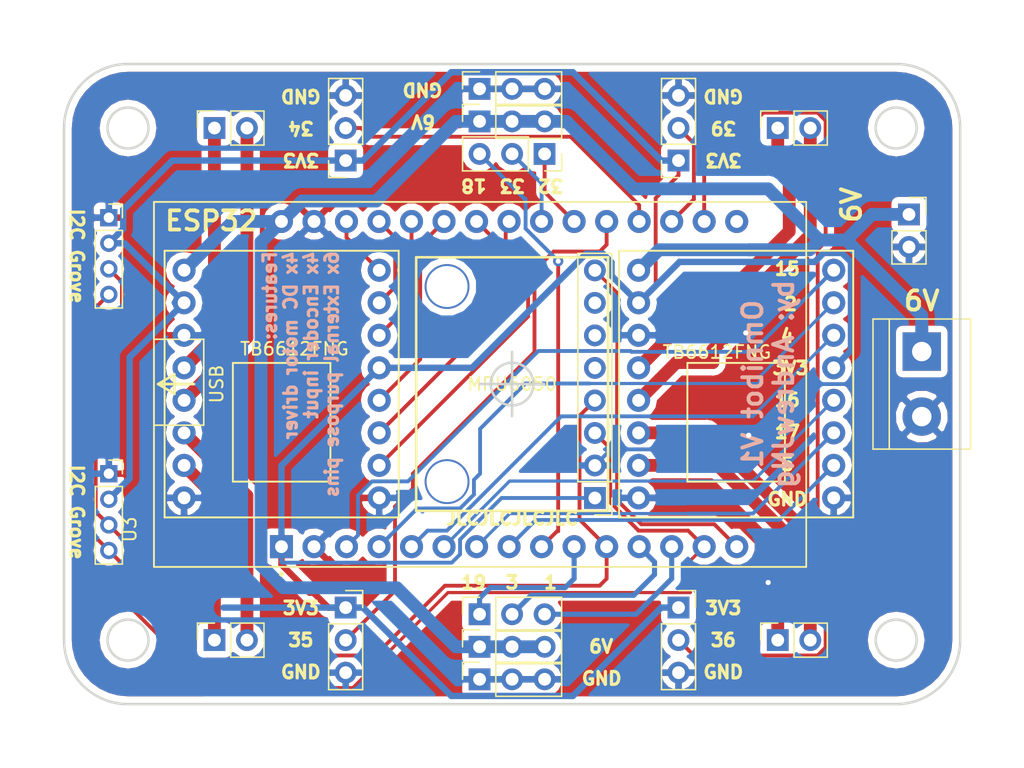
<source format=kicad_pcb>
(kicad_pcb (version 20171130) (host pcbnew "(5.0.1)-3")

  (general
    (thickness 1.6)
    (drawings 51)
    (tracks 302)
    (zones 0)
    (modules 22)
    (nets 37)
  )

  (page A4)
  (layers
    (0 F.Cu signal)
    (31 B.Cu signal)
    (32 B.Adhes user)
    (33 F.Adhes user)
    (34 B.Paste user)
    (35 F.Paste user)
    (36 B.SilkS user)
    (37 F.SilkS user)
    (38 B.Mask user)
    (39 F.Mask user)
    (40 Dwgs.User user)
    (41 Cmts.User user)
    (42 Eco1.User user)
    (43 Eco2.User user)
    (44 Edge.Cuts user)
    (45 Margin user)
    (46 B.CrtYd user)
    (47 F.CrtYd user)
    (48 B.Fab user)
    (49 F.Fab user)
  )

  (setup
    (last_trace_width 1)
    (user_trace_width 0.2)
    (user_trace_width 0.3)
    (user_trace_width 0.4)
    (user_trace_width 0.5)
    (user_trace_width 0.8)
    (user_trace_width 1)
    (trace_clearance 0.2)
    (zone_clearance 0.508)
    (zone_45_only no)
    (trace_min 0.2)
    (segment_width 0.2)
    (edge_width 0.2)
    (via_size 0.8)
    (via_drill 0.4)
    (via_min_size 0.4)
    (via_min_drill 0.3)
    (uvia_size 0.3)
    (uvia_drill 0.1)
    (uvias_allowed no)
    (uvia_min_size 0.2)
    (uvia_min_drill 0.1)
    (pcb_text_width 0.3)
    (pcb_text_size 1.5 1.5)
    (mod_edge_width 0.15)
    (mod_text_size 1 1)
    (mod_text_width 0.15)
    (pad_size 1.524 1.524)
    (pad_drill 0.762)
    (pad_to_mask_clearance 0.051)
    (solder_mask_min_width 0.25)
    (aux_axis_origin 0 0)
    (visible_elements 7FFFFFFF)
    (pcbplotparams
      (layerselection 0x010fc_ffffffff)
      (usegerberextensions false)
      (usegerberattributes false)
      (usegerberadvancedattributes false)
      (creategerberjobfile false)
      (excludeedgelayer true)
      (linewidth 0.100000)
      (plotframeref false)
      (viasonmask false)
      (mode 1)
      (useauxorigin false)
      (hpglpennumber 1)
      (hpglpenspeed 20)
      (hpglpendiameter 15.000000)
      (psnegative false)
      (psa4output false)
      (plotreference true)
      (plotvalue true)
      (plotinvisibletext false)
      (padsonsilk false)
      (subtractmaskfromsilk false)
      (outputformat 1)
      (mirror false)
      (drillshape 0)
      (scaleselection 1)
      (outputdirectory "Omnibot gerbers/"))
  )

  (net 0 "")
  (net 1 "Net-(M1-Pad2)")
  (net 2 "Net-(M1-Pad1)")
  (net 3 "Net-(M2-Pad2)")
  (net 4 "Net-(M2-Pad1)")
  (net 5 "Net-(M3-Pad1)")
  (net 6 "Net-(M3-Pad2)")
  (net 7 "Net-(M4-Pad2)")
  (net 8 "Net-(M4-Pad1)")
  (net 9 GND)
  (net 10 36)
  (net 11 39)
  (net 12 34)
  (net 13 35)
  (net 14 32)
  (net 15 33)
  (net 16 25)
  (net 17 26)
  (net 18 27)
  (net 19 14)
  (net 20 12)
  (net 21 5)
  (net 22 17)
  (net 23 16)
  (net 24 4)
  (net 25 2)
  (net 26 15)
  (net 27 13)
  (net 28 +3V3)
  (net 29 VCC)
  (net 30 23)
  (net 31 3)
  (net 32 1)
  (net 33 22_SCL)
  (net 34 21_SDA)
  (net 35 19)
  (net 36 18)

  (net_class Default "This is the default net class."
    (clearance 0.2)
    (trace_width 0.25)
    (via_dia 0.8)
    (via_drill 0.4)
    (uvia_dia 0.3)
    (uvia_drill 0.1)
    (add_net +3V3)
    (add_net 1)
    (add_net 12)
    (add_net 13)
    (add_net 14)
    (add_net 15)
    (add_net 16)
    (add_net 17)
    (add_net 18)
    (add_net 19)
    (add_net 2)
    (add_net 21_SDA)
    (add_net 22_SCL)
    (add_net 23)
    (add_net 25)
    (add_net 26)
    (add_net 27)
    (add_net 3)
    (add_net 32)
    (add_net 33)
    (add_net 34)
    (add_net 35)
    (add_net 36)
    (add_net 39)
    (add_net 4)
    (add_net 5)
    (add_net GND)
    (add_net "Net-(M1-Pad1)")
    (add_net "Net-(M1-Pad2)")
    (add_net "Net-(M2-Pad1)")
    (add_net "Net-(M2-Pad2)")
    (add_net "Net-(M3-Pad1)")
    (add_net "Net-(M3-Pad2)")
    (add_net "Net-(M4-Pad1)")
    (add_net "Net-(M4-Pad2)")
    (add_net VCC)
  )

  (module TerminalBlock:TerminalBlock_bornier-2_P5.08mm (layer F.Cu) (tedit 62A89A59) (tstamp 62AE760C)
    (at 82 50 270)
    (descr "simple 2-pin terminal block, pitch 5.08mm, revamped version of bornier2")
    (tags "terminal block bornier2")
    (path /62A99D27)
    (fp_text reference J6 (at 2.54 -5.08 270) (layer F.Fab)
      (effects (font (size 1 1) (thickness 0.15)))
    )
    (fp_text value 6V (at 2.54 5.08 270) (layer F.Fab)
      (effects (font (size 1 1) (thickness 0.15)))
    )
    (fp_line (start 5.25 4) (end -5.25 4) (layer F.CrtYd) (width 0.05))
    (fp_line (start 5.25 4) (end 5.25 -4) (layer F.CrtYd) (width 0.05))
    (fp_line (start -5.25 -4) (end -5.25 4) (layer F.CrtYd) (width 0.05))
    (fp_line (start -5.25 -4) (end 5.25 -4) (layer F.CrtYd) (width 0.05))
    (fp_line (start -5.08 3.81) (end 5.08 3.81) (layer F.SilkS) (width 0.12))
    (fp_line (start -5.08 -3.81) (end -5.08 3.81) (layer F.SilkS) (width 0.12))
    (fp_line (start 5.08 -3.81) (end -5.08 -3.81) (layer F.SilkS) (width 0.12))
    (fp_line (start 5.08 3.81) (end 5.08 -3.81) (layer F.SilkS) (width 0.12))
    (fp_line (start 5.08 2.54) (end -5.08 2.54) (layer F.SilkS) (width 0.12))
    (fp_line (start 5 -3.75) (end -5 -3.75) (layer F.Fab) (width 0.1))
    (fp_line (start 5 3.75) (end 5 -3.75) (layer F.Fab) (width 0.1))
    (fp_line (start -5 3.75) (end 5 3.75) (layer F.Fab) (width 0.1))
    (fp_line (start -5 -3.75) (end -5 3.75) (layer F.Fab) (width 0.1))
    (fp_line (start -4.95 2.55) (end 4.95 2.55) (layer F.Fab) (width 0.1))
    (fp_text user %R (at 0 0 270) (layer F.Fab)
      (effects (font (size 1 1) (thickness 0.15)))
    )
    (pad 2 thru_hole circle (at 2.54 0 270) (size 3 3) (drill 1.52) (layers *.Cu *.Mask)
      (net 9 GND))
    (pad 1 thru_hole rect (at -2.54 0 270) (size 3 3) (drill 1.52) (layers *.Cu *.Mask)
      (net 29 VCC))
    (model ${KISYS3DMOD}/TerminalBlock.3dshapes/TerminalBlock_bornier-2_P5.08mm.wrl
      (offset (xyz 2.539999961853027 0 0))
      (scale (xyz 1 1 1))
      (rotate (xyz 0 0 0))
    )
  )

  (module parts:MODULE_ESP32_DEVKIT_V1 (layer F.Cu) (tedit 62A84C50) (tstamp 621E5FBA)
    (at 47.5 50 90)
    (path /62A8679A/621BA70A)
    (fp_text reference U3 (at -11.355 -27.36 90) (layer F.SilkS)
      (effects (font (size 1 1) (thickness 0.15)))
    )
    (fp_text value ESP32-WROOM (at -0.56 27.36 90) (layer F.Fab)
      (effects (font (size 1 1) (thickness 0.15)))
    )
    (fp_text user USB (at 0 -20.574 90) (layer F.SilkS)
      (effects (font (size 1 1) (thickness 0.15)))
    )
    (fp_line (start 0.762 -23.876) (end 0 -25.146) (layer F.SilkS) (width 0.2))
    (fp_line (start -0.762 -23.876) (end 0.762 -23.876) (layer F.SilkS) (width 0.2))
    (fp_line (start 0 -25.146) (end -0.762 -23.876) (layer F.SilkS) (width 0.2))
    (fp_line (start 0 -22.352) (end 0 -25.146) (layer F.SilkS) (width 0.2))
    (fp_line (start 0 -25.146) (end 0 -22.352) (layer F.SilkS) (width 0.2))
    (fp_line (start -8.89 18.923) (end -8.89 25.4) (layer F.Fab) (width 0.2))
    (fp_line (start 8.763 18.923) (end 8.763 25.4) (layer F.Fab) (width 0.2))
    (fp_line (start -8.89 18.923) (end 8.763 18.923) (layer F.Fab) (width 0.2))
    (fp_line (start 14.48 -25.725) (end -14.53 -25.725) (layer F.CrtYd) (width 0.05))
    (fp_line (start 14.48 25.725) (end 14.48 -25.725) (layer F.CrtYd) (width 0.05))
    (fp_line (start -14.53 25.725) (end 14.48 25.725) (layer F.CrtYd) (width 0.05))
    (fp_line (start -14.53 -25.725) (end -14.53 25.725) (layer F.CrtYd) (width 0.05))
    (fp_line (start 8.78 25.475) (end 14.23 25.475) (layer F.SilkS) (width 0.127))
    (fp_line (start -8.91 25.475) (end 8.78 25.475) (layer F.SilkS) (width 0.127))
    (fp_line (start -14.28 25.475) (end -8.91 25.475) (layer F.SilkS) (width 0.127))
    (fp_line (start 14.23 -25.475) (end 14.23 25.475) (layer F.SilkS) (width 0.127))
    (fp_line (start -14.28 25.475) (end -14.28 -25.475) (layer F.SilkS) (width 0.127))
    (fp_line (start 3.5 -25.475) (end 14.23 -25.475) (layer F.SilkS) (width 0.127))
    (fp_line (start -3.211 -25.475) (end 3.5 -25.475) (layer F.SilkS) (width 0.127))
    (fp_line (start -14.28 -25.475) (end -3.211 -25.475) (layer F.SilkS) (width 0.127))
    (fp_poly (pts (xy -8.91 18.985) (xy 8.78 18.985) (xy 8.78 25.475) (xy -8.91 25.475)) (layer Dwgs.User) (width 0.01))
    (fp_poly (pts (xy -8.91 18.985) (xy 8.78 18.985) (xy 8.78 25.475) (xy -8.91 25.475)) (layer Dwgs.User) (width 0.01))
    (fp_poly (pts (xy -8.91 18.985) (xy 8.78 18.985) (xy 8.78 25.475) (xy -8.91 25.475)) (layer Dwgs.User) (width 0.01))
    (fp_line (start -3.211 -21.585) (end -3.211 -25.475) (layer F.SilkS) (width 0.127))
    (fp_line (start 3.5 -21.585) (end -3.211 -21.585) (layer F.SilkS) (width 0.127))
    (fp_line (start 3.5 -25.475) (end 3.5 -21.585) (layer F.SilkS) (width 0.127))
    (fp_line (start -8.91 18.985) (end 8.78 18.985) (layer F.Fab) (width 0.127))
    (fp_line (start 8.78 18.985) (end 8.78 25.475) (layer F.Fab) (width 0.127))
    (fp_line (start 8.78 6.355) (end 8.78 18.985) (layer F.Fab) (width 0.127))
    (fp_line (start -8.91 6.355) (end 8.78 6.355) (layer F.Fab) (width 0.127))
    (fp_line (start -8.91 18.985) (end -8.91 6.355) (layer F.Fab) (width 0.127))
    (fp_line (start -8.91 25.475) (end -8.91 18.985) (layer F.Fab) (width 0.127))
    (fp_line (start 8.78 25.475) (end 14.23 25.475) (layer F.Fab) (width 0.127))
    (fp_line (start -8.91 25.475) (end 8.78 25.475) (layer F.Fab) (width 0.127))
    (fp_line (start -14.28 25.475) (end -8.91 25.475) (layer F.Fab) (width 0.127))
    (fp_line (start 14.23 -25.475) (end 14.23 25.475) (layer F.Fab) (width 0.127))
    (fp_circle (center -14.85 -15.515) (end -14.75 -15.515) (layer F.Fab) (width 0.2))
    (fp_circle (center -14.85 -15.515) (end -14.75 -15.515) (layer F.SilkS) (width 0.2))
    (fp_line (start -14.28 25.475) (end -14.28 -25.475) (layer F.SilkS) (width 0.127))
    (fp_line (start -14.28 -25.475) (end 14.23 -25.475) (layer F.SilkS) (width 0.127))
    (fp_line (start -14.28 25.475) (end -14.28 -25.475) (layer F.Fab) (width 0.127))
    (fp_line (start 14.23 25.475) (end -14.28 25.475) (layer F.SilkS) (width 0.127))
    (fp_line (start 14.23 -25.475) (end 14.23 25.475) (layer F.SilkS) (width 0.127))
    (fp_line (start 3.5 -25.475) (end 14.23 -25.475) (layer F.Fab) (width 0.127))
    (fp_line (start -3.211 -25.475) (end 3.5 -25.475) (layer F.Fab) (width 0.127))
    (fp_line (start -14.28 -25.475) (end -3.211 -25.475) (layer F.Fab) (width 0.127))
    (pad 3 thru_hole circle (at 12.7 20.045 90) (size 1.8 1.8) (drill 1) (layers *.Cu *.Mask))
    (pad 4 thru_hole circle (at 12.7 17.505 90) (size 1.8 1.8) (drill 1) (layers *.Cu *.Mask)
      (net 10 36))
    (pad 5 thru_hole circle (at 12.7 14.965 90) (size 1.8 1.8) (drill 1) (layers *.Cu *.Mask)
      (net 11 39))
    (pad 6 thru_hole circle (at 12.7 12.425 90) (size 1.8 1.8) (drill 1) (layers *.Cu *.Mask)
      (net 12 34))
    (pad 7 thru_hole circle (at 12.7 9.885 90) (size 1.8 1.8) (drill 1) (layers *.Cu *.Mask)
      (net 13 35))
    (pad 8 thru_hole circle (at 12.7 7.345 90) (size 1.8 1.8) (drill 1) (layers *.Cu *.Mask)
      (net 14 32))
    (pad 9 thru_hole circle (at 12.7 4.805 90) (size 1.8 1.8) (drill 1) (layers *.Cu *.Mask)
      (net 15 33))
    (pad 10 thru_hole circle (at 12.7 2.265 90) (size 1.8 1.8) (drill 1) (layers *.Cu *.Mask)
      (net 16 25))
    (pad 11 thru_hole circle (at 12.7 -0.275 90) (size 1.8 1.8) (drill 1) (layers *.Cu *.Mask)
      (net 17 26))
    (pad 12 thru_hole circle (at 12.7 -2.815 90) (size 1.8 1.8) (drill 1) (layers *.Cu *.Mask)
      (net 18 27))
    (pad 13 thru_hole circle (at 12.7 -5.355 90) (size 1.8 1.8) (drill 1) (layers *.Cu *.Mask)
      (net 19 14))
    (pad 14 thru_hole circle (at 12.7 -7.895 90) (size 1.8 1.8) (drill 1) (layers *.Cu *.Mask)
      (net 20 12))
    (pad 16 thru_hole circle (at 12.7 -10.435 90) (size 1.8 1.8) (drill 1) (layers *.Cu *.Mask)
      (net 27 13))
    (pad 15 thru_hole circle (at 12.7 -12.975 90) (size 1.8 1.8) (drill 1) (layers *.Cu *.Mask)
      (net 9 GND))
    (pad 32 thru_hole circle (at 12.7 -15.515 90) (size 1.8 1.8) (drill 1) (layers *.Cu *.Mask)
      (net 29 VCC))
    (pad 37 thru_hole circle (at -12.7 20.045 90) (size 1.8 1.8) (drill 1) (layers *.Cu *.Mask)
      (net 30 23))
    (pad 36 thru_hole circle (at -12.7 17.505 90) (size 1.8 1.8) (drill 1) (layers *.Cu *.Mask)
      (net 33 22_SCL))
    (pad 35 thru_hole circle (at -12.7 14.965 90) (size 1.8 1.8) (drill 1) (layers *.Cu *.Mask)
      (net 32 1))
    (pad 34 thru_hole circle (at -12.7 12.425 90) (size 1.8 1.8) (drill 1) (layers *.Cu *.Mask)
      (net 31 3))
    (pad 33 thru_hole circle (at -12.7 9.885 90) (size 1.8 1.8) (drill 1) (layers *.Cu *.Mask)
      (net 34 21_SDA))
    (pad 31 thru_hole circle (at -12.7 7.345 90) (size 1.8 1.8) (drill 1) (layers *.Cu *.Mask)
      (net 35 19))
    (pad 30 thru_hole circle (at -12.7 4.805 90) (size 1.8 1.8) (drill 1) (layers *.Cu *.Mask)
      (net 36 18))
    (pad 29 thru_hole circle (at -12.7 2.265 90) (size 1.8 1.8) (drill 1) (layers *.Cu *.Mask)
      (net 21 5))
    (pad 28 thru_hole circle (at -12.7 -0.275 90) (size 1.8 1.8) (drill 1) (layers *.Cu *.Mask)
      (net 22 17))
    (pad 27 thru_hole circle (at -12.7 -2.815 90) (size 1.8 1.8) (drill 1) (layers *.Cu *.Mask)
      (net 23 16))
    (pad 26 thru_hole circle (at -12.7 -5.355 90) (size 1.8 1.8) (drill 1) (layers *.Cu *.Mask)
      (net 24 4))
    (pad 24 thru_hole circle (at -12.7 -7.895 90) (size 1.8 1.8) (drill 1) (layers *.Cu *.Mask)
      (net 25 2))
    (pad 23 thru_hole circle (at -12.7 -10.435 90) (size 1.8 1.8) (drill 1) (layers *.Cu *.Mask)
      (net 26 15))
    (pad 15 thru_hole circle (at -12.7 -12.975 90) (size 1.8 1.8) (drill 1) (layers *.Cu *.Mask)
      (net 9 GND))
    (pad 2 thru_hole rect (at -12.7 -15.515 90) (size 1.8 1.8) (drill 1) (layers *.Cu *.Mask)
      (net 28 +3V3))
    (model ${KISYS3DMOD}/Connector_PinSocket_2.54mm.3dshapes/PinSocket_1x15_P2.54mm_Vertical.wrl
      (offset (xyz -12.75 15.5 0))
      (scale (xyz 1 1 1))
      (rotate (xyz 0 0 0))
    )
    (model ${KISYS3DMOD}/Connector_PinSocket_2.54mm.3dshapes/PinSocket_1x15_P2.54mm_Vertical.wrl
      (offset (xyz 12.75 15.5 0))
      (scale (xyz 1 1 1))
      (rotate (xyz 0 0 0))
    )
  )

  (module Connector_PinSocket_2.54mm:PinSocket_1x02_P2.54mm_Vertical (layer F.Cu) (tedit 5FBFA2A6) (tstamp 62A96D18)
    (at 81 38)
    (descr "Through hole straight socket strip, 1x02, 2.54mm pitch, single row (from Kicad 4.0.7), script generated")
    (tags "Through hole socket strip THT 1x02 2.54mm single row")
    (path /62A83F3B)
    (fp_text reference J7 (at 0 -3.02) (layer F.Fab)
      (effects (font (size 1 1) (thickness 0.15)))
    )
    (fp_text value 6V (at 0 4 180) (layer F.Fab)
      (effects (font (size 1 1) (thickness 0.15)))
    )
    (fp_line (start -1.27 -2.52) (end 0.635 -2.52) (layer F.Fab) (width 0.1))
    (fp_line (start 0.635 -2.52) (end 1.27 -1.885) (layer F.Fab) (width 0.1))
    (fp_line (start 1.27 -1.885) (end 1.27 2.56) (layer F.Fab) (width 0.1))
    (fp_line (start 1.27 2.56) (end -1.27 2.56) (layer F.Fab) (width 0.1))
    (fp_line (start -1.27 2.56) (end -1.27 -2.52) (layer F.Fab) (width 0.1))
    (fp_line (start -1.33 0.02) (end 1.33 0.02) (layer F.SilkS) (width 0.12))
    (fp_line (start -1.33 0.02) (end -1.33 2.62) (layer F.SilkS) (width 0.12))
    (fp_line (start -1.33 2.62) (end 1.33 2.62) (layer F.SilkS) (width 0.12))
    (fp_line (start 1.33 0.02) (end 1.33 2.62) (layer F.SilkS) (width 0.12))
    (fp_line (start 1.33 -2.58) (end 1.33 -1.25) (layer F.SilkS) (width 0.12))
    (fp_line (start 0 -2.58) (end 1.33 -2.58) (layer F.SilkS) (width 0.12))
    (fp_line (start -1.8 -3.05) (end 1.75 -3.05) (layer F.CrtYd) (width 0.05))
    (fp_line (start 1.75 -3.05) (end 1.75 3.05) (layer F.CrtYd) (width 0.05))
    (fp_line (start 1.75 3.05) (end -1.8 3.05) (layer F.CrtYd) (width 0.05))
    (fp_line (start -1.8 3.05) (end -1.8 -3.05) (layer F.CrtYd) (width 0.05))
    (fp_text user %R (at 0 0.02 90) (layer F.Fab)
      (effects (font (size 1 1) (thickness 0.15)))
    )
    (pad 1 thru_hole rect (at 0 -1.25) (size 1.7 1.7) (drill 1) (layers *.Cu *.Mask)
      (net 29 VCC))
    (pad 2 thru_hole oval (at 0 1.29) (size 1.7 1.7) (drill 1) (layers *.Cu *.Mask)
      (net 9 GND))
    (model "D:/Documents (D)/KiCad/component CAD files/jst-xh-2-54mm-generic-connector-set-1.snapshot.31/Thru Vertical/JST - XH - Thru (V) - 2Pin - 2.54mm.stp"
      (at (xyz 0 0 0))
      (scale (xyz 1 1 1))
      (rotate (xyz 0 0 90))
    )
  )

  (module Connector_PinSocket_2.54mm:PinSocket_1x03_P2.54mm_Vertical (layer F.Cu) (tedit 62A83633) (tstamp 6221E3B4)
    (at 37 32.54 180)
    (descr "Through hole straight socket strip, 1x03, 2.54mm pitch, single row (from Kicad 4.0.7), script generated")
    (tags "Through hole socket strip THT 1x03 2.54mm single row")
    (path /621E49FC)
    (fp_text reference J3 (at 0 -2.77 180) (layer F.Fab)
      (effects (font (size 1 1) (thickness 0.15)))
    )
    (fp_text value "TR Encoder" (at 0 7.85 180) (layer F.Fab)
      (effects (font (size 1 1) (thickness 0.15)))
    )
    (fp_line (start -1.27 -1.27) (end 0.635 -1.27) (layer F.Fab) (width 0.1))
    (fp_line (start 0.635 -1.27) (end 1.27 -0.635) (layer F.Fab) (width 0.1))
    (fp_line (start 1.27 -0.635) (end 1.27 6.35) (layer F.Fab) (width 0.1))
    (fp_line (start 1.27 6.35) (end -1.27 6.35) (layer F.Fab) (width 0.1))
    (fp_line (start -1.27 6.35) (end -1.27 -1.27) (layer F.Fab) (width 0.1))
    (fp_line (start -1.33 1.27) (end 1.33 1.27) (layer F.SilkS) (width 0.12))
    (fp_line (start -1.33 1.27) (end -1.33 6.41) (layer F.SilkS) (width 0.12))
    (fp_line (start -1.33 6.41) (end 1.33 6.41) (layer F.SilkS) (width 0.12))
    (fp_line (start 1.33 1.27) (end 1.33 6.41) (layer F.SilkS) (width 0.12))
    (fp_line (start 1.33 -1.33) (end 1.33 0) (layer F.SilkS) (width 0.12))
    (fp_line (start 0 -1.33) (end 1.33 -1.33) (layer F.SilkS) (width 0.12))
    (fp_line (start -1.8 -1.8) (end 1.75 -1.8) (layer F.CrtYd) (width 0.05))
    (fp_line (start 1.75 -1.8) (end 1.75 6.85) (layer F.CrtYd) (width 0.05))
    (fp_line (start 1.75 6.85) (end -1.8 6.85) (layer F.CrtYd) (width 0.05))
    (fp_line (start -1.8 6.85) (end -1.8 -1.8) (layer F.CrtYd) (width 0.05))
    (fp_text user %R (at 0 2.54 270) (layer F.Fab)
      (effects (font (size 1 1) (thickness 0.15)))
    )
    (pad 1 thru_hole rect (at 0 0 180) (size 1.7 1.7) (drill 1) (layers *.Cu *.Mask)
      (net 28 +3V3))
    (pad 2 thru_hole oval (at 0 2.54 180) (size 1.7 1.7) (drill 1) (layers *.Cu *.Mask)
      (net 12 34))
    (pad 3 thru_hole oval (at 0 5.08 180) (size 1.7 1.7) (drill 1) (layers *.Cu *.Mask)
      (net 9 GND))
    (model ${KISYS3DMOD}/Connector_PinSocket_2.54mm.3dshapes/PinSocket_1x03_P2.54mm_Vertical.wrl
      (at (xyz 0 0 0))
      (scale (xyz 1 1 1))
      (rotate (xyz 0 0 0))
    )
  )

  (module Connector_PinSocket_2.54mm:PinSocket_1x03_P2.54mm_Vertical (layer F.Cu) (tedit 62A83633) (tstamp 6221E3CB)
    (at 37 67.46)
    (descr "Through hole straight socket strip, 1x03, 2.54mm pitch, single row (from Kicad 4.0.7), script generated")
    (tags "Through hole socket strip THT 1x03 2.54mm single row")
    (path /621E4993)
    (fp_text reference J2 (at 0 -2.77) (layer F.Fab)
      (effects (font (size 1 1) (thickness 0.15)))
    )
    (fp_text value "TL Encoder" (at 0 7.85) (layer F.Fab)
      (effects (font (size 1 1) (thickness 0.15)))
    )
    (fp_line (start -1.27 -1.27) (end 0.635 -1.27) (layer F.Fab) (width 0.1))
    (fp_line (start 0.635 -1.27) (end 1.27 -0.635) (layer F.Fab) (width 0.1))
    (fp_line (start 1.27 -0.635) (end 1.27 6.35) (layer F.Fab) (width 0.1))
    (fp_line (start 1.27 6.35) (end -1.27 6.35) (layer F.Fab) (width 0.1))
    (fp_line (start -1.27 6.35) (end -1.27 -1.27) (layer F.Fab) (width 0.1))
    (fp_line (start -1.33 1.27) (end 1.33 1.27) (layer F.SilkS) (width 0.12))
    (fp_line (start -1.33 1.27) (end -1.33 6.41) (layer F.SilkS) (width 0.12))
    (fp_line (start -1.33 6.41) (end 1.33 6.41) (layer F.SilkS) (width 0.12))
    (fp_line (start 1.33 1.27) (end 1.33 6.41) (layer F.SilkS) (width 0.12))
    (fp_line (start 1.33 -1.33) (end 1.33 0) (layer F.SilkS) (width 0.12))
    (fp_line (start 0 -1.33) (end 1.33 -1.33) (layer F.SilkS) (width 0.12))
    (fp_line (start -1.8 -1.8) (end 1.75 -1.8) (layer F.CrtYd) (width 0.05))
    (fp_line (start 1.75 -1.8) (end 1.75 6.85) (layer F.CrtYd) (width 0.05))
    (fp_line (start 1.75 6.85) (end -1.8 6.85) (layer F.CrtYd) (width 0.05))
    (fp_line (start -1.8 6.85) (end -1.8 -1.8) (layer F.CrtYd) (width 0.05))
    (fp_text user %R (at 0 2.54 90) (layer F.Fab)
      (effects (font (size 1 1) (thickness 0.15)))
    )
    (pad 1 thru_hole rect (at 0 0) (size 1.7 1.7) (drill 1) (layers *.Cu *.Mask)
      (net 28 +3V3))
    (pad 2 thru_hole oval (at 0 2.54) (size 1.7 1.7) (drill 1) (layers *.Cu *.Mask)
      (net 13 35))
    (pad 3 thru_hole oval (at 0 5.08) (size 1.7 1.7) (drill 1) (layers *.Cu *.Mask)
      (net 9 GND))
    (model ${KISYS3DMOD}/Connector_PinSocket_2.54mm.3dshapes/PinSocket_1x03_P2.54mm_Vertical.wrl
      (at (xyz 0 0 0))
      (scale (xyz 1 1 1))
      (rotate (xyz 0 0 0))
    )
  )

  (module Connector_PinSocket_2.54mm:PinSocket_1x03_P2.54mm_Vertical (layer F.Cu) (tedit 62A83633) (tstamp 62A86963)
    (at 63 67.46)
    (descr "Through hole straight socket strip, 1x03, 2.54mm pitch, single row (from Kicad 4.0.7), script generated")
    (tags "Through hole socket strip THT 1x03 2.54mm single row")
    (path /621E4A18)
    (fp_text reference J4 (at 0 -2.77) (layer F.Fab)
      (effects (font (size 1 1) (thickness 0.15)))
    )
    (fp_text value "BL Encoder" (at 0 7.85) (layer F.Fab)
      (effects (font (size 1 1) (thickness 0.15)))
    )
    (fp_line (start -1.27 -1.27) (end 0.635 -1.27) (layer F.Fab) (width 0.1))
    (fp_line (start 0.635 -1.27) (end 1.27 -0.635) (layer F.Fab) (width 0.1))
    (fp_line (start 1.27 -0.635) (end 1.27 6.35) (layer F.Fab) (width 0.1))
    (fp_line (start 1.27 6.35) (end -1.27 6.35) (layer F.Fab) (width 0.1))
    (fp_line (start -1.27 6.35) (end -1.27 -1.27) (layer F.Fab) (width 0.1))
    (fp_line (start -1.33 1.27) (end 1.33 1.27) (layer F.SilkS) (width 0.12))
    (fp_line (start -1.33 1.27) (end -1.33 6.41) (layer F.SilkS) (width 0.12))
    (fp_line (start -1.33 6.41) (end 1.33 6.41) (layer F.SilkS) (width 0.12))
    (fp_line (start 1.33 1.27) (end 1.33 6.41) (layer F.SilkS) (width 0.12))
    (fp_line (start 1.33 -1.33) (end 1.33 0) (layer F.SilkS) (width 0.12))
    (fp_line (start 0 -1.33) (end 1.33 -1.33) (layer F.SilkS) (width 0.12))
    (fp_line (start -1.8 -1.8) (end 1.75 -1.8) (layer F.CrtYd) (width 0.05))
    (fp_line (start 1.75 -1.8) (end 1.75 6.85) (layer F.CrtYd) (width 0.05))
    (fp_line (start 1.75 6.85) (end -1.8 6.85) (layer F.CrtYd) (width 0.05))
    (fp_line (start -1.8 6.85) (end -1.8 -1.8) (layer F.CrtYd) (width 0.05))
    (fp_text user %R (at 0 2.54 90) (layer F.Fab)
      (effects (font (size 1 1) (thickness 0.15)))
    )
    (pad 1 thru_hole rect (at 0 0) (size 1.7 1.7) (drill 1) (layers *.Cu *.Mask)
      (net 28 +3V3))
    (pad 2 thru_hole oval (at 0 2.54) (size 1.7 1.7) (drill 1) (layers *.Cu *.Mask)
      (net 10 36))
    (pad 3 thru_hole oval (at 0 5.08) (size 1.7 1.7) (drill 1) (layers *.Cu *.Mask)
      (net 9 GND))
    (model ${KISYS3DMOD}/Connector_PinSocket_2.54mm.3dshapes/PinSocket_1x03_P2.54mm_Vertical.wrl
      (at (xyz 0 0 0))
      (scale (xyz 1 1 1))
      (rotate (xyz 0 0 0))
    )
  )

  (module Connector_PinSocket_2.54mm:PinSocket_1x03_P2.54mm_Vertical (layer F.Cu) (tedit 62A83633) (tstamp 62A869A5)
    (at 63 32.54 180)
    (descr "Through hole straight socket strip, 1x03, 2.54mm pitch, single row (from Kicad 4.0.7), script generated")
    (tags "Through hole socket strip THT 1x03 2.54mm single row")
    (path /621E4A46)
    (fp_text reference J5 (at -0.5 -2.46 180) (layer F.Fab)
      (effects (font (size 1 1) (thickness 0.15)))
    )
    (fp_text value "BR Encoder" (at 0 7.85 180) (layer F.Fab)
      (effects (font (size 1 1) (thickness 0.15)))
    )
    (fp_line (start -1.27 -1.27) (end 0.635 -1.27) (layer F.Fab) (width 0.1))
    (fp_line (start 0.635 -1.27) (end 1.27 -0.635) (layer F.Fab) (width 0.1))
    (fp_line (start 1.27 -0.635) (end 1.27 6.35) (layer F.Fab) (width 0.1))
    (fp_line (start 1.27 6.35) (end -1.27 6.35) (layer F.Fab) (width 0.1))
    (fp_line (start -1.27 6.35) (end -1.27 -1.27) (layer F.Fab) (width 0.1))
    (fp_line (start -1.33 1.27) (end 1.33 1.27) (layer F.SilkS) (width 0.12))
    (fp_line (start -1.33 1.27) (end -1.33 6.41) (layer F.SilkS) (width 0.12))
    (fp_line (start -1.33 6.41) (end 1.33 6.41) (layer F.SilkS) (width 0.12))
    (fp_line (start 1.33 1.27) (end 1.33 6.41) (layer F.SilkS) (width 0.12))
    (fp_line (start 1.33 -1.33) (end 1.33 0) (layer F.SilkS) (width 0.12))
    (fp_line (start 0 -1.33) (end 1.33 -1.33) (layer F.SilkS) (width 0.12))
    (fp_line (start -1.8 -1.8) (end 1.75 -1.8) (layer F.CrtYd) (width 0.05))
    (fp_line (start 1.75 -1.8) (end 1.75 6.85) (layer F.CrtYd) (width 0.05))
    (fp_line (start 1.75 6.85) (end -1.8 6.85) (layer F.CrtYd) (width 0.05))
    (fp_line (start -1.8 6.85) (end -1.8 -1.8) (layer F.CrtYd) (width 0.05))
    (fp_text user %R (at 0 2.54 270) (layer F.Fab)
      (effects (font (size 1 1) (thickness 0.15)))
    )
    (pad 1 thru_hole rect (at 0 0 180) (size 1.7 1.7) (drill 1) (layers *.Cu *.Mask)
      (net 28 +3V3))
    (pad 2 thru_hole oval (at 0 2.54 180) (size 1.7 1.7) (drill 1) (layers *.Cu *.Mask)
      (net 11 39))
    (pad 3 thru_hole oval (at 0 5.08 180) (size 1.7 1.7) (drill 1) (layers *.Cu *.Mask)
      (net 9 GND))
    (model ${KISYS3DMOD}/Connector_PinSocket_2.54mm.3dshapes/PinSocket_1x03_P2.54mm_Vertical.wrl
      (at (xyz 0 0 0))
      (scale (xyz 1 1 1))
      (rotate (xyz 0 0 0))
    )
  )

  (module Connector_PinSocket_2.54mm:PinSocket_1x03_P2.54mm_Vertical (layer F.Cu) (tedit 62A8312F) (tstamp 62A93592)
    (at 50 73.06 90)
    (descr "Through hole straight socket strip, 1x03, 2.54mm pitch, single row (from Kicad 4.0.7), script generated")
    (tags "Through hole socket strip THT 1x03 2.54mm single row")
    (path /62A85F3A)
    (fp_text reference J12 (at 0.06 -1.96 90) (layer F.Fab)
      (effects (font (size 1 1) (thickness 0.15)))
    )
    (fp_text value GND (at 0 7.85 90) (layer F.Fab)
      (effects (font (size 1 1) (thickness 0.15)))
    )
    (fp_text user %R (at 0 0 180) (layer F.Fab)
      (effects (font (size 1 1) (thickness 0.15)))
    )
    (fp_line (start -1.8 4.31) (end -1.8 -4.34) (layer F.CrtYd) (width 0.05))
    (fp_line (start 1.75 4.31) (end -1.8 4.31) (layer F.CrtYd) (width 0.05))
    (fp_line (start 1.75 -4.34) (end 1.75 4.31) (layer F.CrtYd) (width 0.05))
    (fp_line (start -1.8 -4.34) (end 1.75 -4.34) (layer F.CrtYd) (width 0.05))
    (fp_line (start 0 -3.87) (end 1.33 -3.87) (layer F.SilkS) (width 0.12))
    (fp_line (start 1.33 -3.87) (end 1.33 -2.54) (layer F.SilkS) (width 0.12))
    (fp_line (start 1.33 -1.27) (end 1.33 3.87) (layer F.SilkS) (width 0.12))
    (fp_line (start -1.33 3.87) (end 1.33 3.87) (layer F.SilkS) (width 0.12))
    (fp_line (start -1.33 -1.27) (end -1.33 3.87) (layer F.SilkS) (width 0.12))
    (fp_line (start -1.33 -1.27) (end 1.33 -1.27) (layer F.SilkS) (width 0.12))
    (fp_line (start -1.27 3.81) (end -1.27 -3.81) (layer F.Fab) (width 0.1))
    (fp_line (start 1.27 3.81) (end -1.27 3.81) (layer F.Fab) (width 0.1))
    (fp_line (start 1.27 -3.175) (end 1.27 3.81) (layer F.Fab) (width 0.1))
    (fp_line (start 0.635 -3.81) (end 1.27 -3.175) (layer F.Fab) (width 0.1))
    (fp_line (start -1.27 -3.81) (end 0.635 -3.81) (layer F.Fab) (width 0.1))
    (pad 3 thru_hole oval (at 0 2.54 90) (size 1.7 1.7) (drill 1) (layers *.Cu *.Mask)
      (net 9 GND))
    (pad 2 thru_hole oval (at 0 0 90) (size 1.7 1.7) (drill 1) (layers *.Cu *.Mask)
      (net 9 GND))
    (pad 1 thru_hole rect (at 0 -2.54 90) (size 1.7 1.7) (drill 1) (layers *.Cu *.Mask)
      (net 9 GND))
    (model ${KISYS3DMOD}/Connector_PinSocket_2.54mm.3dshapes/PinSocket_1x03_P2.54mm_Vertical.wrl
      (offset (xyz 0 2.5 0))
      (scale (xyz 1 1 1))
      (rotate (xyz 0 0 0))
    )
  )

  (module Connector_PinSocket_2.54mm:PinSocket_1x03_P2.54mm_Vertical (layer F.Cu) (tedit 62A8312F) (tstamp 62A9357B)
    (at 50 70.52 90)
    (descr "Through hole straight socket strip, 1x03, 2.54mm pitch, single row (from Kicad 4.0.7), script generated")
    (tags "Through hole socket strip THT 1x03 2.54mm single row")
    (path /62A85F08)
    (fp_text reference J11 (at 0 -1.96 90) (layer F.Fab)
      (effects (font (size 1 1) (thickness 0.15)))
    )
    (fp_text value 6v (at 0 7.85 270) (layer F.Fab)
      (effects (font (size 1 1) (thickness 0.15)))
    )
    (fp_text user %R (at 0 0 180) (layer F.Fab)
      (effects (font (size 1 1) (thickness 0.15)))
    )
    (fp_line (start -1.8 4.31) (end -1.8 -4.34) (layer F.CrtYd) (width 0.05))
    (fp_line (start 1.75 4.31) (end -1.8 4.31) (layer F.CrtYd) (width 0.05))
    (fp_line (start 1.75 -4.34) (end 1.75 4.31) (layer F.CrtYd) (width 0.05))
    (fp_line (start -1.8 -4.34) (end 1.75 -4.34) (layer F.CrtYd) (width 0.05))
    (fp_line (start 0 -3.87) (end 1.33 -3.87) (layer F.SilkS) (width 0.12))
    (fp_line (start 1.33 -3.87) (end 1.33 -2.54) (layer F.SilkS) (width 0.12))
    (fp_line (start 1.33 -1.27) (end 1.33 3.87) (layer F.SilkS) (width 0.12))
    (fp_line (start -1.33 3.87) (end 1.33 3.87) (layer F.SilkS) (width 0.12))
    (fp_line (start -1.33 -1.27) (end -1.33 3.87) (layer F.SilkS) (width 0.12))
    (fp_line (start -1.33 -1.27) (end 1.33 -1.27) (layer F.SilkS) (width 0.12))
    (fp_line (start -1.27 3.81) (end -1.27 -3.81) (layer F.Fab) (width 0.1))
    (fp_line (start 1.27 3.81) (end -1.27 3.81) (layer F.Fab) (width 0.1))
    (fp_line (start 1.27 -3.175) (end 1.27 3.81) (layer F.Fab) (width 0.1))
    (fp_line (start 0.635 -3.81) (end 1.27 -3.175) (layer F.Fab) (width 0.1))
    (fp_line (start -1.27 -3.81) (end 0.635 -3.81) (layer F.Fab) (width 0.1))
    (pad 3 thru_hole oval (at 0 2.54 90) (size 1.7 1.7) (drill 1) (layers *.Cu *.Mask)
      (net 29 VCC))
    (pad 2 thru_hole oval (at 0 0 90) (size 1.7 1.7) (drill 1) (layers *.Cu *.Mask)
      (net 29 VCC))
    (pad 1 thru_hole rect (at 0 -2.54 90) (size 1.7 1.7) (drill 1) (layers *.Cu *.Mask)
      (net 29 VCC))
    (model ${KISYS3DMOD}/Connector_PinSocket_2.54mm.3dshapes/PinSocket_1x03_P2.54mm_Vertical.wrl
      (offset (xyz 0 2.5 0))
      (scale (xyz 1 1 1))
      (rotate (xyz 0 0 0))
    )
  )

  (module Connector_PinSocket_2.54mm:PinSocket_1x03_P2.54mm_Vertical (layer F.Cu) (tedit 62A8312F) (tstamp 62A933A4)
    (at 50 67.98 90)
    (descr "Through hole straight socket strip, 1x03, 2.54mm pitch, single row (from Kicad 4.0.7), script generated")
    (tags "Through hole socket strip THT 1x03 2.54mm single row")
    (path /62A85B8C)
    (fp_text reference J10 (at -0.02 -1.96 270) (layer F.Fab)
      (effects (font (size 1 1) (thickness 0.15)))
    )
    (fp_text value Conn_01x03_Male (at 0 13.54 180) (layer F.Fab)
      (effects (font (size 1 1) (thickness 0.15)))
    )
    (fp_text user %R (at 0 0 180) (layer F.Fab)
      (effects (font (size 1 1) (thickness 0.15)))
    )
    (fp_line (start -1.8 4.31) (end -1.8 -4.34) (layer F.CrtYd) (width 0.05))
    (fp_line (start 1.75 4.31) (end -1.8 4.31) (layer F.CrtYd) (width 0.05))
    (fp_line (start 1.75 -4.34) (end 1.75 4.31) (layer F.CrtYd) (width 0.05))
    (fp_line (start -1.8 -4.34) (end 1.75 -4.34) (layer F.CrtYd) (width 0.05))
    (fp_line (start 0 -3.87) (end 1.33 -3.87) (layer F.SilkS) (width 0.12))
    (fp_line (start 1.33 -3.87) (end 1.33 -2.54) (layer F.SilkS) (width 0.12))
    (fp_line (start 1.33 -1.27) (end 1.33 3.87) (layer F.SilkS) (width 0.12))
    (fp_line (start -1.33 3.87) (end 1.33 3.87) (layer F.SilkS) (width 0.12))
    (fp_line (start -1.33 -1.27) (end -1.33 3.87) (layer F.SilkS) (width 0.12))
    (fp_line (start -1.33 -1.27) (end 1.33 -1.27) (layer F.SilkS) (width 0.12))
    (fp_line (start -1.27 3.81) (end -1.27 -3.81) (layer F.Fab) (width 0.1))
    (fp_line (start 1.27 3.81) (end -1.27 3.81) (layer F.Fab) (width 0.1))
    (fp_line (start 1.27 -3.175) (end 1.27 3.81) (layer F.Fab) (width 0.1))
    (fp_line (start 0.635 -3.81) (end 1.27 -3.175) (layer F.Fab) (width 0.1))
    (fp_line (start -1.27 -3.81) (end 0.635 -3.81) (layer F.Fab) (width 0.1))
    (pad 3 thru_hole oval (at 0 2.54 90) (size 1.7 1.7) (drill 1) (layers *.Cu *.Mask)
      (net 32 1))
    (pad 2 thru_hole oval (at 0 0 90) (size 1.7 1.7) (drill 1) (layers *.Cu *.Mask)
      (net 31 3))
    (pad 1 thru_hole rect (at 0 -2.54 90) (size 1.7 1.7) (drill 1) (layers *.Cu *.Mask)
      (net 35 19))
    (model ${KISYS3DMOD}/Connector_PinSocket_2.54mm.3dshapes/PinSocket_1x03_P2.54mm_Vertical.wrl
      (offset (xyz 0 2.5 0))
      (scale (xyz 1 1 1))
      (rotate (xyz 0 0 0))
    )
  )

  (module Connector_PinSocket_2.54mm:PinSocket_1x03_P2.54mm_Vertical (layer F.Cu) (tedit 62A8312F) (tstamp 62A93564)
    (at 50 26.94 90)
    (descr "Through hole straight socket strip, 1x03, 2.54mm pitch, single row (from Kicad 4.0.7), script generated")
    (tags "Through hole socket strip THT 1x03 2.54mm single row")
    (path /62A85F41)
    (fp_text reference J14 (at 0 -1.96 270) (layer F.Fab)
      (effects (font (size 1 1) (thickness 0.15)))
    )
    (fp_text value GND (at 0 7.85 90) (layer F.Fab)
      (effects (font (size 1 1) (thickness 0.15)))
    )
    (fp_text user %R (at 0 0 180) (layer F.Fab)
      (effects (font (size 1 1) (thickness 0.15)))
    )
    (fp_line (start -1.8 4.31) (end -1.8 -4.34) (layer F.CrtYd) (width 0.05))
    (fp_line (start 1.75 4.31) (end -1.8 4.31) (layer F.CrtYd) (width 0.05))
    (fp_line (start 1.75 -4.34) (end 1.75 4.31) (layer F.CrtYd) (width 0.05))
    (fp_line (start -1.8 -4.34) (end 1.75 -4.34) (layer F.CrtYd) (width 0.05))
    (fp_line (start 0 -3.87) (end 1.33 -3.87) (layer F.SilkS) (width 0.12))
    (fp_line (start 1.33 -3.87) (end 1.33 -2.54) (layer F.SilkS) (width 0.12))
    (fp_line (start 1.33 -1.27) (end 1.33 3.87) (layer F.SilkS) (width 0.12))
    (fp_line (start -1.33 3.87) (end 1.33 3.87) (layer F.SilkS) (width 0.12))
    (fp_line (start -1.33 -1.27) (end -1.33 3.87) (layer F.SilkS) (width 0.12))
    (fp_line (start -1.33 -1.27) (end 1.33 -1.27) (layer F.SilkS) (width 0.12))
    (fp_line (start -1.27 3.81) (end -1.27 -3.81) (layer F.Fab) (width 0.1))
    (fp_line (start 1.27 3.81) (end -1.27 3.81) (layer F.Fab) (width 0.1))
    (fp_line (start 1.27 -3.175) (end 1.27 3.81) (layer F.Fab) (width 0.1))
    (fp_line (start 0.635 -3.81) (end 1.27 -3.175) (layer F.Fab) (width 0.1))
    (fp_line (start -1.27 -3.81) (end 0.635 -3.81) (layer F.Fab) (width 0.1))
    (pad 3 thru_hole oval (at 0 2.54 90) (size 1.7 1.7) (drill 1) (layers *.Cu *.Mask)
      (net 9 GND))
    (pad 2 thru_hole oval (at 0 0 90) (size 1.7 1.7) (drill 1) (layers *.Cu *.Mask)
      (net 9 GND))
    (pad 1 thru_hole rect (at 0 -2.54 90) (size 1.7 1.7) (drill 1) (layers *.Cu *.Mask)
      (net 9 GND))
    (model ${KISYS3DMOD}/Connector_PinSocket_2.54mm.3dshapes/PinSocket_1x03_P2.54mm_Vertical.wrl
      (offset (xyz 0 2.5 0))
      (scale (xyz 1 1 1))
      (rotate (xyz 0 0 0))
    )
  )

  (module Connector_PinSocket_2.54mm:PinSocket_1x03_P2.54mm_Vertical (layer F.Cu) (tedit 62A8312F) (tstamp 62A9354D)
    (at 50 29.48 90)
    (descr "Through hole straight socket strip, 1x03, 2.54mm pitch, single row (from Kicad 4.0.7), script generated")
    (tags "Through hole socket strip THT 1x03 2.54mm single row")
    (path /62A85F0F)
    (fp_text reference J13 (at -0.02 -1.96 270) (layer F.Fab)
      (effects (font (size 1 1) (thickness 0.15)))
    )
    (fp_text value 6v (at 0 7.85 90) (layer F.Fab)
      (effects (font (size 1 1) (thickness 0.15)))
    )
    (fp_text user %R (at 0 0 180) (layer F.Fab)
      (effects (font (size 1 1) (thickness 0.15)))
    )
    (fp_line (start -1.8 4.31) (end -1.8 -4.34) (layer F.CrtYd) (width 0.05))
    (fp_line (start 1.75 4.31) (end -1.8 4.31) (layer F.CrtYd) (width 0.05))
    (fp_line (start 1.75 -4.34) (end 1.75 4.31) (layer F.CrtYd) (width 0.05))
    (fp_line (start -1.8 -4.34) (end 1.75 -4.34) (layer F.CrtYd) (width 0.05))
    (fp_line (start 0 -3.87) (end 1.33 -3.87) (layer F.SilkS) (width 0.12))
    (fp_line (start 1.33 -3.87) (end 1.33 -2.54) (layer F.SilkS) (width 0.12))
    (fp_line (start 1.33 -1.27) (end 1.33 3.87) (layer F.SilkS) (width 0.12))
    (fp_line (start -1.33 3.87) (end 1.33 3.87) (layer F.SilkS) (width 0.12))
    (fp_line (start -1.33 -1.27) (end -1.33 3.87) (layer F.SilkS) (width 0.12))
    (fp_line (start -1.33 -1.27) (end 1.33 -1.27) (layer F.SilkS) (width 0.12))
    (fp_line (start -1.27 3.81) (end -1.27 -3.81) (layer F.Fab) (width 0.1))
    (fp_line (start 1.27 3.81) (end -1.27 3.81) (layer F.Fab) (width 0.1))
    (fp_line (start 1.27 -3.175) (end 1.27 3.81) (layer F.Fab) (width 0.1))
    (fp_line (start 0.635 -3.81) (end 1.27 -3.175) (layer F.Fab) (width 0.1))
    (fp_line (start -1.27 -3.81) (end 0.635 -3.81) (layer F.Fab) (width 0.1))
    (pad 3 thru_hole oval (at 0 2.54 90) (size 1.7 1.7) (drill 1) (layers *.Cu *.Mask)
      (net 29 VCC))
    (pad 2 thru_hole oval (at 0 0 90) (size 1.7 1.7) (drill 1) (layers *.Cu *.Mask)
      (net 29 VCC))
    (pad 1 thru_hole rect (at 0 -2.54 90) (size 1.7 1.7) (drill 1) (layers *.Cu *.Mask)
      (net 29 VCC))
    (model ${KISYS3DMOD}/Connector_PinSocket_2.54mm.3dshapes/PinSocket_1x03_P2.54mm_Vertical.wrl
      (offset (xyz 0 2.5 0))
      (scale (xyz 1 1 1))
      (rotate (xyz 0 0 0))
    )
  )

  (module Connector_PinSocket_2.54mm:PinSocket_1x03_P2.54mm_Vertical (layer F.Cu) (tedit 62A8312F) (tstamp 62A933BA)
    (at 50 32.02 270)
    (descr "Through hole straight socket strip, 1x03, 2.54mm pitch, single row (from Kicad 4.0.7), script generated")
    (tags "Through hole socket strip THT 1x03 2.54mm single row")
    (path /62A8591B)
    (fp_text reference J9 (at 0.02 -1.96) (layer F.Fab)
      (effects (font (size 1 1) (thickness 0.15)))
    )
    (fp_text value Conn_01x03_Male (at 0 7.85) (layer F.Fab)
      (effects (font (size 1 1) (thickness 0.15)))
    )
    (fp_text user %R (at 0 0) (layer F.Fab)
      (effects (font (size 1 1) (thickness 0.15)))
    )
    (fp_line (start -1.8 4.31) (end -1.8 -4.34) (layer F.CrtYd) (width 0.05))
    (fp_line (start 1.75 4.31) (end -1.8 4.31) (layer F.CrtYd) (width 0.05))
    (fp_line (start 1.75 -4.34) (end 1.75 4.31) (layer F.CrtYd) (width 0.05))
    (fp_line (start -1.8 -4.34) (end 1.75 -4.34) (layer F.CrtYd) (width 0.05))
    (fp_line (start 0 -3.87) (end 1.33 -3.87) (layer F.SilkS) (width 0.12))
    (fp_line (start 1.33 -3.87) (end 1.33 -2.54) (layer F.SilkS) (width 0.12))
    (fp_line (start 1.33 -1.27) (end 1.33 3.87) (layer F.SilkS) (width 0.12))
    (fp_line (start -1.33 3.87) (end 1.33 3.87) (layer F.SilkS) (width 0.12))
    (fp_line (start -1.33 -1.27) (end -1.33 3.87) (layer F.SilkS) (width 0.12))
    (fp_line (start -1.33 -1.27) (end 1.33 -1.27) (layer F.SilkS) (width 0.12))
    (fp_line (start -1.27 3.81) (end -1.27 -3.81) (layer F.Fab) (width 0.1))
    (fp_line (start 1.27 3.81) (end -1.27 3.81) (layer F.Fab) (width 0.1))
    (fp_line (start 1.27 -3.175) (end 1.27 3.81) (layer F.Fab) (width 0.1))
    (fp_line (start 0.635 -3.81) (end 1.27 -3.175) (layer F.Fab) (width 0.1))
    (fp_line (start -1.27 -3.81) (end 0.635 -3.81) (layer F.Fab) (width 0.1))
    (pad 3 thru_hole oval (at 0 2.54 270) (size 1.7 1.7) (drill 1) (layers *.Cu *.Mask)
      (net 36 18))
    (pad 2 thru_hole oval (at 0 0 270) (size 1.7 1.7) (drill 1) (layers *.Cu *.Mask)
      (net 15 33))
    (pad 1 thru_hole rect (at 0 -2.54 270) (size 1.7 1.7) (drill 1) (layers *.Cu *.Mask)
      (net 14 32))
    (model ${KISYS3DMOD}/Connector_PinSocket_2.54mm.3dshapes/PinSocket_1x03_P2.54mm_Vertical.wrl
      (offset (xyz 0 2.5 0))
      (scale (xyz 1 1 1))
      (rotate (xyz 0 0 0))
    )
  )

  (module "parts:MPU6050 module" (layer F.Cu) (tedit 621D7B35) (tstamp 621E755A)
    (at 50 50 180)
    (descr "Through hole straight pin header, 1x08, 2.54mm pitch, single row")
    (tags "Through hole pin header THT 1x08 2.54mm single row")
    (path /62A969AB/62A8BF1F)
    (fp_text reference U4 (at 0 -14 180) (layer F.Fab)
      (effects (font (size 1 1) (thickness 0.15)))
    )
    (fp_text value MPU-6050 (at 0 14 180) (layer F.Fab)
      (effects (font (size 1 1) (thickness 0.15)))
    )
    (fp_line (start -7.1016 -10.1684) (end -5.1966 -10.1684) (layer F.Fab) (width 0.1))
    (fp_line (start -5.1966 -10.1684) (end -5.1966 10.1516) (layer F.Fab) (width 0.1))
    (fp_line (start -5.1966 10.1516) (end -7.7366 10.1516) (layer F.Fab) (width 0.1))
    (fp_line (start -7.7366 10.1516) (end -7.7366 -9.5334) (layer F.Fab) (width 0.1))
    (fp_line (start -7.7366 -9.5334) (end -7.1016 -10.1684) (layer F.Fab) (width 0.1))
    (fp_line (start -7.7966 10.2116) (end -5.1366 10.2116) (layer F.SilkS) (width 0.12))
    (fp_line (start -7.7966 -7.6284) (end -7.7966 10.2116) (layer F.SilkS) (width 0.12))
    (fp_line (start -5.1366 -7.6284) (end -5.1366 10.2116) (layer F.SilkS) (width 0.12))
    (fp_line (start -7.7966 -7.6284) (end -5.1366 -7.6284) (layer F.SilkS) (width 0.12))
    (fp_line (start -7.7966 -8.8984) (end -7.7966 -10.2284) (layer F.SilkS) (width 0.12))
    (fp_line (start -7.7966 -10.2284) (end -6.4666 -10.2284) (layer F.SilkS) (width 0.12))
    (fp_line (start -7.8856 -10.6984) (end -7.8856 10.6516) (layer F.CrtYd) (width 0.05))
    (fp_line (start -8.2666 10.6516) (end -4.6666 10.6516) (layer F.CrtYd) (width 0.05))
    (fp_line (start -4.6666 10.6516) (end -4.6666 -10.6984) (layer F.CrtYd) (width 0.05))
    (fp_line (start -4.6666 -10.6984) (end -8.2666 -10.6984) (layer F.CrtYd) (width 0.05))
    (fp_text user %R (at -6.4666 -0.0084 -90) (layer F.Fab)
      (effects (font (size 1 1) (thickness 0.15)))
    )
    (fp_line (start -7.493 -9.906) (end 7.493 -9.906) (layer F.SilkS) (width 0.2))
    (fp_line (start 7.493 -9.906) (end 7.493 9.906) (layer F.SilkS) (width 0.2))
    (fp_line (start -7.493 -9.906) (end -7.493 9.906) (layer F.SilkS) (width 0.2))
    (fp_line (start -7.493 9.906) (end 7.493 9.906) (layer F.SilkS) (width 0.2))
    (fp_text user MPU6050 (at 0 0) (layer F.SilkS)
      (effects (font (size 1 1) (thickness 0.15)))
    )
    (pad 13 thru_hole rect (at -6.4666 -8.8984 180) (size 1.7 1.7) (drill 1) (layers *.Cu *.Mask)
      (net 28 +3V3))
    (pad 18 thru_hole oval (at -6.4666 -6.3584 180) (size 1.7 1.7) (drill 1) (layers *.Cu *.Mask)
      (net 9 GND))
    (pad 23 thru_hole oval (at -6.4666 -3.8184 180) (size 1.7 1.7) (drill 1) (layers *.Cu *.Mask)
      (net 33 22_SCL))
    (pad 24 thru_hole oval (at -6.4666 -1.2784 180) (size 1.7 1.7) (drill 1) (layers *.Cu *.Mask)
      (net 34 21_SDA))
    (pad 7 thru_hole oval (at -6.4666 1.2616 180) (size 1.7 1.7) (drill 1) (layers *.Cu *.Mask))
    (pad 6 thru_hole oval (at -6.4666 3.8016 180) (size 1.7 1.7) (drill 1) (layers *.Cu *.Mask))
    (pad 9 thru_hole oval (at -6.4666 6.3416 180) (size 1.7 1.7) (drill 1) (layers *.Cu *.Mask))
    (pad 12 thru_hole oval (at -6.4666 8.8816 180) (size 1.7 1.7) (drill 1) (layers *.Cu *.Mask)
      (net 30 23))
    (pad "" np_thru_hole circle (at 5.08 7.62 180) (size 3.5 3.5) (drill 3.2) (layers *.Cu *.Mask))
    (pad "" np_thru_hole circle (at 5.08 -7.62 180) (size 3.5 3.5) (drill 3.2) (layers *.Cu *.Mask))
    (model ${KISYS3DMOD}/Connector_PinHeader_2.54mm.3dshapes/PinHeader_1x08_P2.54mm_Vertical.wrl
      (offset (xyz -6.5 8.800000000000001 0))
      (scale (xyz 1 1 1))
      (rotate (xyz 0 0 0))
    )
  )

  (module parts:TB6612FNG (layer F.Cu) (tedit 5C0E40B9) (tstamp 621E5F51)
    (at 67.5 50)
    (path /62A8744A/62A879B6)
    (fp_text reference U1 (at 0 -5.08) (layer F.Fab)
      (effects (font (size 1 1) (thickness 0.15)))
    )
    (fp_text value TB6612FNG (at 0 -7.62 -180) (layer F.Fab)
      (effects (font (size 1 1) (thickness 0.15)))
    )
    (fp_line (start -3.81 -1.651) (end -3.81 7.62) (layer F.SilkS) (width 0.15))
    (fp_line (start 3.81 -1.651) (end -3.81 -1.651) (layer F.SilkS) (width 0.15))
    (fp_line (start 3.81 7.62) (end 3.81 -1.651) (layer F.SilkS) (width 0.15))
    (fp_line (start -3.81 7.62) (end 3.81 7.62) (layer F.SilkS) (width 0.15))
    (fp_text user TB6612FNG (at -1.5 -2.5 180) (layer F.SilkS)
      (effects (font (size 1 1) (thickness 0.15)))
    )
    (fp_line (start 8.89 10.16) (end 8.89 -10.16) (layer F.Fab) (width 0.15))
    (fp_line (start -8.89 10.16) (end 8.89 10.16) (layer F.Fab) (width 0.15))
    (fp_line (start -8.89 -10.16) (end -8.89 10.16) (layer F.Fab) (width 0.15))
    (fp_line (start 8.89 -10.16) (end -8.89 -10.16) (layer F.Fab) (width 0.15))
    (fp_line (start 9.144 -10.414) (end -9.144 -10.414) (layer F.SilkS) (width 0.15))
    (fp_line (start -9.144 -10.414) (end -9.144 10.414) (layer F.SilkS) (width 0.15))
    (fp_line (start -9.144 10.414) (end 9.144 10.414) (layer F.SilkS) (width 0.15))
    (fp_line (start 9.144 10.414) (end 9.144 -10.414) (layer F.SilkS) (width 0.15))
    (pad 17 thru_hole oval (at 7.62 1.27) (size 1.8 1.8) (drill 1) (layers *.Cu *.Mask)
      (net 23 16))
    (pad 16 thru_hole oval (at 7.62 3.81) (size 1.8 1.8) (drill 1) (layers *.Cu *.Mask)
      (net 22 17))
    (pad 15 thru_hole oval (at 7.62 6.35) (size 1.8 1.8) (drill 1) (layers *.Cu *.Mask)
      (net 21 5))
    (pad 9 thru_hole oval (at 7.62 8.89) (size 1.8 1.8) (drill 1) (layers *.Cu *.Mask)
      (net 9 GND))
    (pad 22 thru_hole oval (at 7.62 -6.35) (size 1.8 1.8) (drill 1) (layers *.Cu *.Mask)
      (net 25 2))
    (pad 19 thru_hole oval (at 7.62 -1.27) (size 1.8 1.8) (drill 1) (layers *.Cu *.Mask)
      (net 28 +3V3))
    (pad 21 thru_hole oval (at 7.62 -3.81) (size 1.8 1.8) (drill 1) (layers *.Cu *.Mask)
      (net 24 4))
    (pad 23 thru_hole oval (at 7.62 -8.89) (size 1.8 1.8) (drill 1) (layers *.Cu *.Mask)
      (net 26 15))
    (pad 7 thru_hole oval (at -7.62 3.81) (size 1.8 1.8) (drill 1) (layers *.Cu *.Mask)
      (net 7 "Net-(M4-Pad2)"))
    (pad 4 thru_hole oval (at -7.62 8.89 90) (size 1.8 1.8) (drill 1) (layers *.Cu *.Mask)
      (net 9 GND))
    (pad 11 thru_hole oval (at -7.62 6.35) (size 1.8 1.8) (drill 1) (layers *.Cu *.Mask)
      (net 8 "Net-(M4-Pad1)"))
    (pad 5 thru_hole oval (at -7.62 1.27) (size 1.8 1.8) (drill 1) (layers *.Cu *.Mask)
      (net 6 "Net-(M3-Pad2)"))
    (pad 14 thru_hole oval (at -7.62 -8.89) (size 1.8 1.8) (drill 1) (layers *.Cu *.Mask)
      (net 29 VCC))
    (pad 18 thru_hole oval (at -7.62 -3.81) (size 1.8 1.8) (drill 1) (layers *.Cu *.Mask)
      (net 9 GND))
    (pad 20 thru_hole oval (at -7.62 -6.35) (size 1.8 1.8) (drill 1) (layers *.Cu *.Mask)
      (net 28 +3V3))
    (pad 1 thru_hole oval (at -7.62 -1.27) (size 1.8 1.8) (drill 1) (layers *.Cu *.Mask)
      (net 5 "Net-(M3-Pad1)"))
  )

  (module parts:TB6612FNG (layer F.Cu) (tedit 5C0E40B9) (tstamp 621E5F72)
    (at 32 50)
    (path /62A8744A/62A8A603)
    (fp_text reference U2 (at 0 -5.08) (layer F.Fab)
      (effects (font (size 1 1) (thickness 0.15)))
    )
    (fp_text value TB6612FNG (at 0 -7.62 180) (layer F.Fab)
      (effects (font (size 1 1) (thickness 0.15)))
    )
    (fp_line (start 9.144 10.414) (end 9.144 -10.414) (layer F.SilkS) (width 0.15))
    (fp_line (start -9.144 10.414) (end 9.144 10.414) (layer F.SilkS) (width 0.15))
    (fp_line (start -9.144 -10.414) (end -9.144 10.414) (layer F.SilkS) (width 0.15))
    (fp_line (start 9.144 -10.414) (end -9.144 -10.414) (layer F.SilkS) (width 0.15))
    (fp_line (start 8.89 -10.16) (end -8.89 -10.16) (layer F.Fab) (width 0.15))
    (fp_line (start -8.89 -10.16) (end -8.89 10.16) (layer F.Fab) (width 0.15))
    (fp_line (start -8.89 10.16) (end 8.89 10.16) (layer F.Fab) (width 0.15))
    (fp_line (start 8.89 10.16) (end 8.89 -10.16) (layer F.Fab) (width 0.15))
    (fp_text user TB6612FNG (at 1 -2.75) (layer F.SilkS)
      (effects (font (size 1 1) (thickness 0.15)))
    )
    (fp_line (start -3.81 7.62) (end 3.81 7.62) (layer F.SilkS) (width 0.15))
    (fp_line (start 3.81 7.62) (end 3.81 -1.651) (layer F.SilkS) (width 0.15))
    (fp_line (start 3.81 -1.651) (end -3.81 -1.651) (layer F.SilkS) (width 0.15))
    (fp_line (start -3.81 -1.651) (end -3.81 7.62) (layer F.SilkS) (width 0.15))
    (pad 1 thru_hole oval (at -7.62 -1.27) (size 1.8 1.8) (drill 1) (layers *.Cu *.Mask)
      (net 2 "Net-(M1-Pad1)"))
    (pad 20 thru_hole oval (at -7.62 -6.35) (size 1.8 1.8) (drill 1) (layers *.Cu *.Mask)
      (net 28 +3V3))
    (pad 18 thru_hole oval (at -7.62 -3.81) (size 1.8 1.8) (drill 1) (layers *.Cu *.Mask)
      (net 9 GND))
    (pad 14 thru_hole oval (at -7.62 -8.89) (size 1.8 1.8) (drill 1) (layers *.Cu *.Mask)
      (net 29 VCC))
    (pad 5 thru_hole oval (at -7.62 1.27) (size 1.8 1.8) (drill 1) (layers *.Cu *.Mask)
      (net 1 "Net-(M1-Pad2)"))
    (pad 11 thru_hole oval (at -7.62 6.35) (size 1.8 1.8) (drill 1) (layers *.Cu *.Mask)
      (net 4 "Net-(M2-Pad1)"))
    (pad 4 thru_hole oval (at -7.62 8.89 90) (size 1.8 1.8) (drill 1) (layers *.Cu *.Mask)
      (net 9 GND))
    (pad 7 thru_hole oval (at -7.62 3.81) (size 1.8 1.8) (drill 1) (layers *.Cu *.Mask)
      (net 3 "Net-(M2-Pad2)"))
    (pad 23 thru_hole oval (at 7.62 -8.89) (size 1.8 1.8) (drill 1) (layers *.Cu *.Mask)
      (net 27 13))
    (pad 21 thru_hole oval (at 7.62 -3.81) (size 1.8 1.8) (drill 1) (layers *.Cu *.Mask)
      (net 19 14))
    (pad 19 thru_hole oval (at 7.62 -1.27) (size 1.8 1.8) (drill 1) (layers *.Cu *.Mask)
      (net 28 +3V3))
    (pad 22 thru_hole oval (at 7.62 -6.35) (size 1.8 1.8) (drill 1) (layers *.Cu *.Mask)
      (net 20 12))
    (pad 9 thru_hole oval (at 7.62 8.89) (size 1.8 1.8) (drill 1) (layers *.Cu *.Mask)
      (net 9 GND))
    (pad 15 thru_hole oval (at 7.62 6.35) (size 1.8 1.8) (drill 1) (layers *.Cu *.Mask)
      (net 16 25))
    (pad 16 thru_hole oval (at 7.62 3.81) (size 1.8 1.8) (drill 1) (layers *.Cu *.Mask)
      (net 17 26))
    (pad 17 thru_hole oval (at 7.62 1.27) (size 1.8 1.8) (drill 1) (layers *.Cu *.Mask)
      (net 18 27))
  )

  (module Connector_PinSocket_2.00mm:PinSocket_1x04_P2.00mm_Vertical (layer F.Cu) (tedit 621D05CB) (tstamp 621FD5A3)
    (at 18.5 60)
    (descr "Through hole straight socket strip, 1x04, 2.00mm pitch, single row (from Kicad 4.0.7), script generated")
    (tags "Through hole socket strip THT 1x04 2.00mm single row")
    (path /621E4041)
    (fp_text reference J1 (at 0 -5.5) (layer F.Fab)
      (effects (font (size 1 1) (thickness 0.15)))
    )
    (fp_text value "I2C Grove" (at 0 5.5) (layer F.Fab)
      (effects (font (size 1 1) (thickness 0.15)))
    )
    (fp_text user %R (at 0 0 90) (layer F.Fab)
      (effects (font (size 1 1) (thickness 0.15)))
    )
    (fp_line (start -1.5 4.5) (end -1.5 -4.5) (layer F.CrtYd) (width 0.05))
    (fp_line (start 1.5 4.5) (end -1.5 4.5) (layer F.CrtYd) (width 0.05))
    (fp_line (start 1.5 -4.5) (end 1.5 4.5) (layer F.CrtYd) (width 0.05))
    (fp_line (start -1.5 -4.5) (end 1.5 -4.5) (layer F.CrtYd) (width 0.05))
    (fp_line (start 0 -4.06) (end 1.06 -4.06) (layer F.SilkS) (width 0.12))
    (fp_line (start 1.06 -4.06) (end 1.06 -3) (layer F.SilkS) (width 0.12))
    (fp_line (start 1.06 -2) (end 1.06 4.06) (layer F.SilkS) (width 0.12))
    (fp_line (start -1.06 4.06) (end 1.06 4.06) (layer F.SilkS) (width 0.12))
    (fp_line (start -1.06 -2) (end -1.06 4.06) (layer F.SilkS) (width 0.12))
    (fp_line (start -1.06 -2) (end 1.06 -2) (layer F.SilkS) (width 0.12))
    (fp_line (start -1 4) (end -1 -4) (layer F.Fab) (width 0.1))
    (fp_line (start 1 4) (end -1 4) (layer F.Fab) (width 0.1))
    (fp_line (start 1 -3.5) (end 1 4) (layer F.Fab) (width 0.1))
    (fp_line (start 0.5 -4) (end 1 -3.5) (layer F.Fab) (width 0.1))
    (fp_line (start -1 -4) (end 0.5 -4) (layer F.Fab) (width 0.1))
    (pad 4 thru_hole oval (at 0 3) (size 1.35 1.35) (drill 0.8) (layers *.Cu *.Mask)
      (net 33 22_SCL))
    (pad 3 thru_hole oval (at 0 1) (size 1.35 1.35) (drill 0.8) (layers *.Cu *.Mask)
      (net 34 21_SDA))
    (pad 2 thru_hole oval (at 0 -1) (size 1.35 1.35) (drill 0.8) (layers *.Cu *.Mask)
      (net 28 +3V3))
    (pad 1 thru_hole rect (at 0 -3) (size 1.35 1.35) (drill 0.8) (layers *.Cu *.Mask)
      (net 9 GND))
  )

  (module Connector_PinSocket_2.54mm:PinSocket_1x02_P2.54mm_Vertical (layer F.Cu) (tedit 62A84B34) (tstamp 6221E6A3)
    (at 28 30 90)
    (descr "Through hole straight socket strip, 1x02, 2.54mm pitch, single row (from Kicad 4.0.7), script generated")
    (tags "Through hole socket strip THT 1x02 2.54mm single row")
    (path /62A8744A/62A88C41)
    (fp_text reference M1 (at 0 -3.02 90) (layer F.Fab)
      (effects (font (size 1 1) (thickness 0.15)))
    )
    (fp_text value Motor_DC (at 0 5.06 90) (layer F.Fab)
      (effects (font (size 1 1) (thickness 0.15)))
    )
    (fp_text user %R (at 0 0.02 -180) (layer F.Fab)
      (effects (font (size 1 1) (thickness 0.15)))
    )
    (fp_line (start -1.8 3.05) (end -1.8 -3.05) (layer F.CrtYd) (width 0.05))
    (fp_line (start 1.75 3.05) (end -1.8 3.05) (layer F.CrtYd) (width 0.05))
    (fp_line (start 1.75 -3.05) (end 1.75 3.05) (layer F.CrtYd) (width 0.05))
    (fp_line (start -1.8 -3.05) (end 1.75 -3.05) (layer F.CrtYd) (width 0.05))
    (fp_line (start 0 -2.58) (end 1.33 -2.58) (layer F.SilkS) (width 0.12))
    (fp_line (start 1.33 -2.58) (end 1.33 -1.25) (layer F.SilkS) (width 0.12))
    (fp_line (start 1.33 0.02) (end 1.33 2.62) (layer F.SilkS) (width 0.12))
    (fp_line (start -1.33 2.62) (end 1.33 2.62) (layer F.SilkS) (width 0.12))
    (fp_line (start -1.33 0.02) (end -1.33 2.62) (layer F.SilkS) (width 0.12))
    (fp_line (start -1.33 0.02) (end 1.33 0.02) (layer F.SilkS) (width 0.12))
    (fp_line (start -1.27 2.56) (end -1.27 -2.52) (layer F.Fab) (width 0.1))
    (fp_line (start 1.27 2.56) (end -1.27 2.56) (layer F.Fab) (width 0.1))
    (fp_line (start 1.27 -1.885) (end 1.27 2.56) (layer F.Fab) (width 0.1))
    (fp_line (start 0.635 -2.52) (end 1.27 -1.885) (layer F.Fab) (width 0.1))
    (fp_line (start -1.27 -2.52) (end 0.635 -2.52) (layer F.Fab) (width 0.1))
    (pad 2 thru_hole oval (at 0 1.29 90) (size 1.7 1.7) (drill 1) (layers *.Cu *.Mask)
      (net 1 "Net-(M1-Pad2)"))
    (pad 1 thru_hole rect (at 0 -1.25 90) (size 1.7 1.7) (drill 1) (layers *.Cu *.Mask)
      (net 2 "Net-(M1-Pad1)"))
    (model "D:/Documents (D)/KiCad/component CAD files/jst-xh-2-54mm-generic-connector-set-1.snapshot.31/Thru Vertical/JST - XH - Thru (V) - 2Pin - 2.54mm.stp"
      (at (xyz 0 0 0))
      (scale (xyz 1 1 1))
      (rotate (xyz 0 0 90))
    )
  )

  (module Connector_PinSocket_2.54mm:PinSocket_1x02_P2.54mm_Vertical (layer F.Cu) (tedit 62A84B44) (tstamp 62A9CDDC)
    (at 72 30 90)
    (descr "Through hole straight socket strip, 1x02, 2.54mm pitch, single row (from Kicad 4.0.7), script generated")
    (tags "Through hole socket strip THT 1x02 2.54mm single row")
    (path /62A8744A/62A88C48)
    (fp_text reference M3 (at 0 -3.02 90) (layer F.Fab)
      (effects (font (size 1 1) (thickness 0.15)))
    )
    (fp_text value Motor_DC (at 0 5.06 90) (layer F.Fab)
      (effects (font (size 1 1) (thickness 0.15)))
    )
    (fp_text user %R (at 0 0.02 180) (layer F.Fab)
      (effects (font (size 1 1) (thickness 0.15)))
    )
    (fp_line (start -1.8 3.05) (end -1.8 -3.05) (layer F.CrtYd) (width 0.05))
    (fp_line (start 1.75 3.05) (end -1.8 3.05) (layer F.CrtYd) (width 0.05))
    (fp_line (start 1.75 -3.05) (end 1.75 3.05) (layer F.CrtYd) (width 0.05))
    (fp_line (start -1.8 -3.05) (end 1.75 -3.05) (layer F.CrtYd) (width 0.05))
    (fp_line (start 0 -2.58) (end 1.33 -2.58) (layer F.SilkS) (width 0.12))
    (fp_line (start 1.33 -2.58) (end 1.33 -1.25) (layer F.SilkS) (width 0.12))
    (fp_line (start 1.33 0.02) (end 1.33 2.62) (layer F.SilkS) (width 0.12))
    (fp_line (start -1.33 2.62) (end 1.33 2.62) (layer F.SilkS) (width 0.12))
    (fp_line (start -1.33 0.02) (end -1.33 2.62) (layer F.SilkS) (width 0.12))
    (fp_line (start -1.33 0.02) (end 1.33 0.02) (layer F.SilkS) (width 0.12))
    (fp_line (start -1.27 2.56) (end -1.27 -2.52) (layer F.Fab) (width 0.1))
    (fp_line (start 1.27 2.56) (end -1.27 2.56) (layer F.Fab) (width 0.1))
    (fp_line (start 1.27 -1.885) (end 1.27 2.56) (layer F.Fab) (width 0.1))
    (fp_line (start 0.635 -2.52) (end 1.27 -1.885) (layer F.Fab) (width 0.1))
    (fp_line (start -1.27 -2.52) (end 0.635 -2.52) (layer F.Fab) (width 0.1))
    (pad 2 thru_hole oval (at 0 1.29 90) (size 1.7 1.7) (drill 1) (layers *.Cu *.Mask)
      (net 6 "Net-(M3-Pad2)"))
    (pad 1 thru_hole rect (at 0 -1.25 90) (size 1.7 1.7) (drill 1) (layers *.Cu *.Mask)
      (net 5 "Net-(M3-Pad1)"))
    (model "D:/Documents (D)/KiCad/component CAD files/jst-xh-2-54mm-generic-connector-set-1.snapshot.31/Thru Vertical/JST - XH - Thru (V) - 2Pin - 2.54mm.stp"
      (at (xyz 0 0 0))
      (scale (xyz 1 1 1))
      (rotate (xyz 0 0 90))
    )
  )

  (module Connector_PinSocket_2.54mm:PinSocket_1x02_P2.54mm_Vertical (layer F.Cu) (tedit 62A84B39) (tstamp 6221E85C)
    (at 28 70 90)
    (descr "Through hole straight socket strip, 1x02, 2.54mm pitch, single row (from Kicad 4.0.7), script generated")
    (tags "Through hole socket strip THT 1x02 2.54mm single row")
    (path /62A8744A/62A88C4F)
    (fp_text reference M2 (at 0 -3.02 90) (layer F.Fab)
      (effects (font (size 1 1) (thickness 0.15)))
    )
    (fp_text value Motor_DC (at 0 5.06 90) (layer F.Fab)
      (effects (font (size 1 1) (thickness 0.15)))
    )
    (fp_line (start -1.27 -2.52) (end 0.635 -2.52) (layer F.Fab) (width 0.1))
    (fp_line (start 0.635 -2.52) (end 1.27 -1.885) (layer F.Fab) (width 0.1))
    (fp_line (start 1.27 -1.885) (end 1.27 2.56) (layer F.Fab) (width 0.1))
    (fp_line (start 1.27 2.56) (end -1.27 2.56) (layer F.Fab) (width 0.1))
    (fp_line (start -1.27 2.56) (end -1.27 -2.52) (layer F.Fab) (width 0.1))
    (fp_line (start -1.33 0.02) (end 1.33 0.02) (layer F.SilkS) (width 0.12))
    (fp_line (start -1.33 0.02) (end -1.33 2.62) (layer F.SilkS) (width 0.12))
    (fp_line (start -1.33 2.62) (end 1.33 2.62) (layer F.SilkS) (width 0.12))
    (fp_line (start 1.33 0.02) (end 1.33 2.62) (layer F.SilkS) (width 0.12))
    (fp_line (start 1.33 -2.58) (end 1.33 -1.25) (layer F.SilkS) (width 0.12))
    (fp_line (start 0 -2.58) (end 1.33 -2.58) (layer F.SilkS) (width 0.12))
    (fp_line (start -1.8 -3.05) (end 1.75 -3.05) (layer F.CrtYd) (width 0.05))
    (fp_line (start 1.75 -3.05) (end 1.75 3.05) (layer F.CrtYd) (width 0.05))
    (fp_line (start 1.75 3.05) (end -1.8 3.05) (layer F.CrtYd) (width 0.05))
    (fp_line (start -1.8 3.05) (end -1.8 -3.05) (layer F.CrtYd) (width 0.05))
    (fp_text user %R (at 0 0.02 -180) (layer F.Fab)
      (effects (font (size 1 1) (thickness 0.15)))
    )
    (pad 1 thru_hole rect (at 0 -1.25 90) (size 1.7 1.7) (drill 1) (layers *.Cu *.Mask)
      (net 4 "Net-(M2-Pad1)"))
    (pad 2 thru_hole oval (at 0 1.29 90) (size 1.7 1.7) (drill 1) (layers *.Cu *.Mask)
      (net 3 "Net-(M2-Pad2)"))
    (model "D:/Documents (D)/KiCad/component CAD files/jst-xh-2-54mm-generic-connector-set-1.snapshot.31/Thru Vertical/JST - XH - Thru (V) - 2Pin - 2.54mm.stp"
      (at (xyz 0 0 0))
      (scale (xyz 1 1 1))
      (rotate (xyz 0 0 -90))
    )
  )

  (module Connector_PinSocket_2.54mm:PinSocket_1x02_P2.54mm_Vertical (layer F.Cu) (tedit 62A84B3F) (tstamp 62A9CD9D)
    (at 72 70 90)
    (descr "Through hole straight socket strip, 1x02, 2.54mm pitch, single row (from Kicad 4.0.7), script generated")
    (tags "Through hole socket strip THT 1x02 2.54mm single row")
    (path /62A8744A/62A88C56)
    (fp_text reference M4 (at 0 -3.02 90) (layer F.Fab)
      (effects (font (size 1 1) (thickness 0.15)))
    )
    (fp_text value Motor_DC (at 0 5.06 90) (layer F.Fab)
      (effects (font (size 1 1) (thickness 0.15)))
    )
    (fp_text user %R (at 0 0.02 180) (layer F.Fab)
      (effects (font (size 1 1) (thickness 0.15)))
    )
    (fp_line (start -1.8 3.05) (end -1.8 -3.05) (layer F.CrtYd) (width 0.05))
    (fp_line (start 1.75 3.05) (end -1.8 3.05) (layer F.CrtYd) (width 0.05))
    (fp_line (start 1.75 -3.05) (end 1.75 3.05) (layer F.CrtYd) (width 0.05))
    (fp_line (start -1.8 -3.05) (end 1.75 -3.05) (layer F.CrtYd) (width 0.05))
    (fp_line (start 0 -2.58) (end 1.33 -2.58) (layer F.SilkS) (width 0.12))
    (fp_line (start 1.33 -2.58) (end 1.33 -1.25) (layer F.SilkS) (width 0.12))
    (fp_line (start 1.33 0.02) (end 1.33 2.62) (layer F.SilkS) (width 0.12))
    (fp_line (start -1.33 2.62) (end 1.33 2.62) (layer F.SilkS) (width 0.12))
    (fp_line (start -1.33 0.02) (end -1.33 2.62) (layer F.SilkS) (width 0.12))
    (fp_line (start -1.33 0.02) (end 1.33 0.02) (layer F.SilkS) (width 0.12))
    (fp_line (start -1.27 2.56) (end -1.27 -2.52) (layer F.Fab) (width 0.1))
    (fp_line (start 1.27 2.56) (end -1.27 2.56) (layer F.Fab) (width 0.1))
    (fp_line (start 1.27 -1.885) (end 1.27 2.56) (layer F.Fab) (width 0.1))
    (fp_line (start 0.635 -2.52) (end 1.27 -1.885) (layer F.Fab) (width 0.1))
    (fp_line (start -1.27 -2.52) (end 0.635 -2.52) (layer F.Fab) (width 0.1))
    (pad 2 thru_hole oval (at 0 1.29 90) (size 1.7 1.7) (drill 1) (layers *.Cu *.Mask)
      (net 7 "Net-(M4-Pad2)"))
    (pad 1 thru_hole rect (at 0 -1.25 90) (size 1.7 1.7) (drill 1) (layers *.Cu *.Mask)
      (net 8 "Net-(M4-Pad1)"))
    (model "D:/Documents (D)/KiCad/component CAD files/jst-xh-2-54mm-generic-connector-set-1.snapshot.31/Thru Vertical/JST - XH - Thru (V) - 2Pin - 2.54mm.stp"
      (at (xyz 0 0 0))
      (scale (xyz 1 1 1))
      (rotate (xyz 0 0 -90))
    )
  )

  (module Connector_PinSocket_2.00mm:PinSocket_1x04_P2.00mm_Vertical (layer F.Cu) (tedit 621D05CB) (tstamp 62A84819)
    (at 18.5 40)
    (descr "Through hole straight socket strip, 1x04, 2.00mm pitch, single row (from Kicad 4.0.7), script generated")
    (tags "Through hole socket strip THT 1x04 2.00mm single row")
    (path /62A84252)
    (fp_text reference J8 (at 0 -5.5) (layer F.Fab)
      (effects (font (size 1 1) (thickness 0.15)))
    )
    (fp_text value "I2C Grove" (at 0 5.5) (layer F.Fab)
      (effects (font (size 1 1) (thickness 0.15)))
    )
    (fp_text user %R (at 0 0 90) (layer F.Fab)
      (effects (font (size 1 1) (thickness 0.15)))
    )
    (fp_line (start -1.5 4.5) (end -1.5 -4.5) (layer F.CrtYd) (width 0.05))
    (fp_line (start 1.5 4.5) (end -1.5 4.5) (layer F.CrtYd) (width 0.05))
    (fp_line (start 1.5 -4.5) (end 1.5 4.5) (layer F.CrtYd) (width 0.05))
    (fp_line (start -1.5 -4.5) (end 1.5 -4.5) (layer F.CrtYd) (width 0.05))
    (fp_line (start 0 -4.06) (end 1.06 -4.06) (layer F.SilkS) (width 0.12))
    (fp_line (start 1.06 -4.06) (end 1.06 -3) (layer F.SilkS) (width 0.12))
    (fp_line (start 1.06 -2) (end 1.06 4.06) (layer F.SilkS) (width 0.12))
    (fp_line (start -1.06 4.06) (end 1.06 4.06) (layer F.SilkS) (width 0.12))
    (fp_line (start -1.06 -2) (end -1.06 4.06) (layer F.SilkS) (width 0.12))
    (fp_line (start -1.06 -2) (end 1.06 -2) (layer F.SilkS) (width 0.12))
    (fp_line (start -1 4) (end -1 -4) (layer F.Fab) (width 0.1))
    (fp_line (start 1 4) (end -1 4) (layer F.Fab) (width 0.1))
    (fp_line (start 1 -3.5) (end 1 4) (layer F.Fab) (width 0.1))
    (fp_line (start 0.5 -4) (end 1 -3.5) (layer F.Fab) (width 0.1))
    (fp_line (start -1 -4) (end 0.5 -4) (layer F.Fab) (width 0.1))
    (pad 4 thru_hole oval (at 0 3) (size 1.35 1.35) (drill 0.8) (layers *.Cu *.Mask)
      (net 33 22_SCL))
    (pad 3 thru_hole oval (at 0 1) (size 1.35 1.35) (drill 0.8) (layers *.Cu *.Mask)
      (net 34 21_SDA))
    (pad 2 thru_hole oval (at 0 -1) (size 1.35 1.35) (drill 0.8) (layers *.Cu *.Mask)
      (net 28 +3V3))
    (pad 1 thru_hole rect (at 0 -3) (size 1.35 1.35) (drill 0.8) (layers *.Cu *.Mask)
      (net 9 GND))
  )

  (gr_text "Features:\n4x DC motor driver \n4x Encoder input\n6x External purpose pins" (at 33.5 39.5 90) (layer B.SilkS) (tstamp 62AF72AD)
    (effects (font (size 1 1) (thickness 0.25)) (justify left mirror))
  )
  (gr_text 6V (at 82 43.5) (layer F.SilkS) (tstamp 62AF6C25)
    (effects (font (size 1.5 1.5) (thickness 0.3)))
  )
  (gr_text JLCJLCJLCJLC (at 50 60.5) (layer F.SilkS)
    (effects (font (size 1 1) (thickness 0.25)))
  )
  (gr_text "Omnibot V1\nby: AndrewJNg" (at 70 50 90) (layer B.SilkS)
    (effects (font (size 1.5 1.5) (thickness 0.3)) (justify mirror))
  )
  (gr_text ESP32 (at 26.5 37.25) (layer F.SilkS) (tstamp 62ACEF49)
    (effects (font (size 1.5 1.5) (thickness 0.3)))
  )
  (gr_text GND (at 71.5 59) (layer F.SilkS) (tstamp 62AC7BB6)
    (effects (font (size 1 1) (thickness 0.25)))
  )
  (gr_text 5 (at 71.5 56.25) (layer F.SilkS) (tstamp 62AC7A20)
    (effects (font (size 1 1) (thickness 0.25)))
  )
  (gr_text "17\n" (at 71.5 53.75) (layer F.SilkS) (tstamp 62AC788A)
    (effects (font (size 1 1) (thickness 0.25)))
  )
  (gr_text 16 (at 71.5 51.25) (layer F.SilkS) (tstamp 62AC76F4)
    (effects (font (size 1 1) (thickness 0.25)))
  )
  (gr_text 3V3 (at 71.75 48.75) (layer F.SilkS) (tstamp 62AC755E)
    (effects (font (size 1 1) (thickness 0.25)))
  )
  (gr_text 4 (at 71.5 46.25) (layer F.SilkS) (tstamp 62AC73C8)
    (effects (font (size 1 1) (thickness 0.25)))
  )
  (gr_text 2 (at 71.75 43.75) (layer F.SilkS) (tstamp 62AC7232)
    (effects (font (size 1 1) (thickness 0.25)))
  )
  (gr_text 15 (at 71.5 41) (layer F.SilkS) (tstamp 62AC6D6F)
    (effects (font (size 1 1) (thickness 0.25)))
  )
  (gr_text "I2C Grove" (at 16 40 270) (layer F.SilkS) (tstamp 62ABD254)
    (effects (font (size 1 1) (thickness 0.25)))
  )
  (gr_text "I2C Grove" (at 16 60 270) (layer F.SilkS) (tstamp 62ABC9DC)
    (effects (font (size 1 1) (thickness 0.25)))
  )
  (gr_text 39 (at 66.5 30 180) (layer F.SilkS) (tstamp 62AB4CED)
    (effects (font (size 1 1) (thickness 0.25)))
  )
  (gr_text 3V3 (at 66.5 32.5 180) (layer F.SilkS) (tstamp 62AB4CEC)
    (effects (font (size 1 1) (thickness 0.25)))
  )
  (gr_text GND (at 66.5 27.5 180) (layer F.SilkS) (tstamp 62AB4CEB)
    (effects (font (size 1 1) (thickness 0.25)))
  )
  (gr_text 3V3 (at 33.5 32.5 180) (layer F.SilkS) (tstamp 62AB4979)
    (effects (font (size 1 1) (thickness 0.25)))
  )
  (gr_text GND (at 33.5 27.5 180) (layer F.SilkS) (tstamp 62AB4978)
    (effects (font (size 1 1) (thickness 0.25)))
  )
  (gr_text 34 (at 33.5 30 180) (layer F.SilkS) (tstamp 62AB4977)
    (effects (font (size 1 1) (thickness 0.25)))
  )
  (gr_text 3V3 (at 66.5 67.5) (layer F.SilkS) (tstamp 62AB460B)
    (effects (font (size 1 1) (thickness 0.25)))
  )
  (gr_text GND (at 66.5 72.5) (layer F.SilkS) (tstamp 62AB460A)
    (effects (font (size 1 1) (thickness 0.25)))
  )
  (gr_text 36 (at 66.5 70) (layer F.SilkS) (tstamp 62AB4609)
    (effects (font (size 1 1) (thickness 0.25)))
  )
  (gr_text "35\n" (at 33.5 70) (layer F.SilkS) (tstamp 62AB429E)
    (effects (font (size 1 1) (thickness 0.25)))
  )
  (gr_text GND (at 33.5 72.5) (layer F.SilkS) (tstamp 62AB3F3A)
    (effects (font (size 1 1) (thickness 0.25)))
  )
  (gr_text 3V3 (at 33.5 67.5) (layer F.SilkS) (tstamp 62AB3D85)
    (effects (font (size 1 1) (thickness 0.25)))
  )
  (gr_text "19\n" (at 47 65.5) (layer F.SilkS) (tstamp 62AAE56F)
    (effects (font (size 1 1) (thickness 0.25)))
  )
  (gr_text "3\n" (at 50 65.5) (layer F.SilkS) (tstamp 62AAE3D5)
    (effects (font (size 1 1) (thickness 0.25)))
  )
  (gr_text 32 (at 53 34.5 180) (layer F.SilkS) (tstamp 62AADF05)
    (effects (font (size 1 1) (thickness 0.25)))
  )
  (gr_text "33\n" (at 50 34.5 180) (layer F.SilkS) (tstamp 62AADD6B)
    (effects (font (size 1 1) (thickness 0.25)))
  )
  (gr_text 18 (at 47 34.5 180) (layer F.SilkS)
    (effects (font (size 1 1) (thickness 0.25)))
  )
  (gr_arc (start 80 70) (end 80 75) (angle -90) (layer Edge.Cuts) (width 0.2) (tstamp 62AA04B8))
  (gr_arc (start 20 70) (end 15 70) (angle -90) (layer Edge.Cuts) (width 0.2) (tstamp 62AA04B5))
  (gr_arc (start 20 30) (end 20 25) (angle -90) (layer Edge.Cuts) (width 0.2) (tstamp 62AA04B2))
  (gr_arc (start 80 30) (end 85 30) (angle -90) (layer Edge.Cuts) (width 0.2))
  (gr_text "1\n" (at 53 65.5) (layer F.SilkS) (tstamp 62A9BAAA)
    (effects (font (size 1 1) (thickness 0.25)))
  )
  (gr_text GND (at 57 73) (layer F.SilkS) (tstamp 62A9BAA9)
    (effects (font (size 1 1) (thickness 0.25)))
  )
  (gr_text 6V (at 56.95 70.5) (layer F.SilkS) (tstamp 62A9BAA8)
    (effects (font (size 1 1) (thickness 0.25)))
  )
  (gr_text GND (at 43 27 180) (layer F.SilkS) (tstamp 62A9B5D6)
    (effects (font (size 1 1) (thickness 0.25)))
  )
  (gr_text 6V (at 43.05 29.5 180) (layer F.SilkS) (tstamp 62A9B2A3)
    (effects (font (size 1 1) (thickness 0.25)))
  )
  (gr_text 6V (at 76.5 36 90) (layer F.SilkS)
    (effects (font (size 1.5 1.5) (thickness 0.3)))
  )
  (target plus (at 50 50) (size 5) (width 0.2) (layer Edge.Cuts))
  (gr_circle (center 80 30) (end 81.6 30) (layer Edge.Cuts) (width 0.2) (tstamp 6221F49D))
  (gr_circle (center 80 70) (end 81.6 70) (layer Edge.Cuts) (width 0.2) (tstamp 6221F46E))
  (gr_circle (center 20 70) (end 21.6 70) (layer Edge.Cuts) (width 0.2) (tstamp 6221F456))
  (gr_circle (center 20 30) (end 21.6 30) (layer Edge.Cuts) (width 0.2) (tstamp 6221F4A1))
  (gr_line (start 85 70) (end 85 30) (layer Edge.Cuts) (width 0.2) (tstamp 6221ED97))
  (gr_line (start 20 75) (end 80 75) (layer Edge.Cuts) (width 0.2) (tstamp 6221ED94))
  (gr_line (start 20 25) (end 80 25) (layer Edge.Cuts) (width 0.2) (tstamp 6221ED8B))
  (gr_line (start 15 30) (end 15 70) (layer Edge.Cuts) (width 0.2))

  (segment (start 29.29 46.36) (end 29.29 30) (width 1) (layer F.Cu) (net 1) (status 20))
  (segment (start 24.38 51.27) (end 29.29 46.36) (width 1) (layer F.Cu) (net 1) (status 10))
  (segment (start 26.75 46.36) (end 24.38 48.73) (width 1) (layer F.Cu) (net 2) (status 20))
  (segment (start 26.75 30) (end 26.75 46.36) (width 1) (layer F.Cu) (net 2) (status 10))
  (segment (start 29.29 58.72) (end 24.38 53.81) (width 1) (layer F.Cu) (net 3) (status 20))
  (segment (start 29.29 70) (end 29.29 58.72) (width 1) (layer F.Cu) (net 3) (status 10))
  (segment (start 26.75 58.72) (end 24.38 56.35) (width 1) (layer F.Cu) (net 4) (status 20))
  (segment (start 26.75 70) (end 26.75 58.72) (width 1) (layer F.Cu) (net 4) (status 10))
  (segment (start 70.75 30) (end 70.75 31.85) (width 1) (layer F.Cu) (net 5) (status 10))
  (segment (start 70.75 31.85) (end 71.645001 32.745001) (width 1) (layer F.Cu) (net 5))
  (segment (start 71.645001 32.745001) (end 71.645001 38.068001) (width 1) (layer F.Cu) (net 5))
  (segment (start 71.645001 38.068001) (end 64.480001 45.233001) (width 1) (layer F.Cu) (net 5))
  (segment (start 63.376999 45.233001) (end 59.88 48.73) (width 1) (layer F.Cu) (net 5) (status 20))
  (segment (start 64.480001 45.233001) (end 63.376999 45.233001) (width 1) (layer F.Cu) (net 5))
  (segment (start 73.29 38.36) (end 73.29 30) (width 1) (layer F.Cu) (net 6) (status 20))
  (segment (start 67.149999 44.500001) (end 73.29 38.36) (width 1) (layer F.Cu) (net 6))
  (segment (start 67.149999 46.000001) (end 67.149999 44.500001) (width 1) (layer F.Cu) (net 6))
  (segment (start 65.680011 47.319989) (end 65.680006 48.319994) (width 1) (layer F.Cu) (net 6))
  (segment (start 66.999999 46.000001) (end 65.680011 47.319989) (width 1) (layer F.Cu) (net 6))
  (segment (start 67.149999 46.000001) (end 66.999999 46.000001) (width 1) (layer F.Cu) (net 6))
  (segment (start 62.830006 48.319994) (end 59.88 51.27) (width 1) (layer F.Cu) (net 6) (status 20))
  (segment (start 65.680006 48.319994) (end 62.830006 48.319994) (width 1) (layer F.Cu) (net 6))
  (segment (start 73.29 70) (end 73.29 61.879928) (width 1) (layer F.Cu) (net 7) (status 10))
  (segment (start 73.29 61.879928) (end 65.220072 53.81) (width 1) (layer F.Cu) (net 7))
  (segment (start 65.220072 53.81) (end 59.88 53.81) (width 1) (layer F.Cu) (net 7) (status 20))
  (segment (start 71.645001 61.931999) (end 66.063002 56.35) (width 1) (layer F.Cu) (net 8))
  (segment (start 71.645001 67.254999) (end 71.645001 61.931999) (width 1) (layer F.Cu) (net 8))
  (segment (start 70.75 68.15) (end 71.645001 67.254999) (width 1) (layer F.Cu) (net 8))
  (segment (start 70.75 70) (end 70.75 68.15) (width 1) (layer F.Cu) (net 8) (status 10))
  (segment (start 66.063002 56.35) (end 59.88 56.35) (width 1) (layer F.Cu) (net 8) (status 20))
  (segment (start 57.316599 55.508401) (end 56.4666 56.3584) (width 0.3) (layer B.Cu) (net 9) (status 30))
  (segment (start 57.725001 55.099999) (end 57.316599 55.508401) (width 0.3) (layer B.Cu) (net 9) (status 20))
  (segment (start 67.381765 55.099999) (end 57.725001 55.099999) (width 0.3) (layer B.Cu) (net 9))
  (via (at 68.25 46) (size 0.8) (drill 0.4) (layers F.Cu B.Cu) (net 9))
  (segment (start 68.06 46.19) (end 68.25 46) (width 0.3) (layer B.Cu) (net 9))
  (via (at 68.481764 54) (size 0.8) (drill 0.4) (layers F.Cu B.Cu) (net 9))
  (segment (start 68.25 53.768236) (end 68.481764 54) (width 0.3) (layer F.Cu) (net 9))
  (segment (start 68.25 46) (end 68.25 53.768236) (width 0.3) (layer F.Cu) (net 9))
  (segment (start 68.481764 54) (end 67.381765 55.099999) (width 0.3) (layer B.Cu) (net 9))
  (segment (start 72.481764 50) (end 68.481764 54) (width 0.3) (layer B.Cu) (net 9))
  (segment (start 79.46 50) (end 82 52.54) (width 0.3) (layer B.Cu) (net 9) (status 20))
  (segment (start 72.481764 50) (end 79.46 50) (width 0.3) (layer B.Cu) (net 9))
  (via (at 70 65.5) (size 0.8) (drill 0.4) (layers F.Cu B.Cu) (net 9))
  (segment (start 70 63.304998) (end 70 65.5) (width 0.3) (layer F.Cu) (net 9))
  (segment (start 59.88 58.89) (end 65.585002 58.89) (width 0.3) (layer F.Cu) (net 9) (status 10))
  (segment (start 65.585002 58.89) (end 70 63.304998) (width 0.3) (layer F.Cu) (net 9))
  (segment (start 64.200001 71.200001) (end 63 70) (width 0.3) (layer F.Cu) (net 10) (status 20))
  (segment (start 73.866001 71.200001) (end 64.200001 71.200001) (width 0.3) (layer F.Cu) (net 10))
  (segment (start 73.869999 61.257833) (end 74.490001 61.877835) (width 0.3) (layer F.Cu) (net 10))
  (segment (start 73.869999 39.5) (end 73.869999 61.257833) (width 0.3) (layer F.Cu) (net 10))
  (segment (start 74.490001 61.877835) (end 74.490001 70.576001) (width 0.3) (layer F.Cu) (net 10))
  (segment (start 65.005 33.414998) (end 69.619999 28.799999) (width 0.3) (layer F.Cu) (net 10))
  (segment (start 69.619999 28.799999) (end 73.866001 28.799999) (width 0.3) (layer F.Cu) (net 10))
  (segment (start 73.866001 28.799999) (end 74.490001 29.423999) (width 0.3) (layer F.Cu) (net 10))
  (segment (start 74.490001 29.423999) (end 74.490001 38.879998) (width 0.3) (layer F.Cu) (net 10))
  (segment (start 74.490001 70.576001) (end 73.866001 71.200001) (width 0.3) (layer F.Cu) (net 10))
  (segment (start 65.005 37.3) (end 65.005 33.414998) (width 0.3) (layer F.Cu) (net 10) (status 10))
  (segment (start 74.490001 38.879998) (end 73.869999 39.5) (width 0.3) (layer F.Cu) (net 10))
  (segment (start 63.849999 30.849999) (end 63 30) (width 0.3) (layer F.Cu) (net 11) (status 30))
  (segment (start 64.200001 31.200001) (end 63.849999 30.849999) (width 0.3) (layer F.Cu) (net 11) (status 20))
  (segment (start 64.200001 35.564999) (end 64.200001 31.200001) (width 0.3) (layer F.Cu) (net 11))
  (segment (start 62.465 37.3) (end 64.200001 35.564999) (width 0.3) (layer F.Cu) (net 11) (status 10))
  (segment (start 38.202081 30) (end 37 30) (width 0.3) (layer F.Cu) (net 12) (status 20))
  (segment (start 38.882082 30.680001) (end 38.202081 30) (width 0.3) (layer F.Cu) (net 12))
  (segment (start 54.577793 30.680001) (end 38.882082 30.680001) (width 0.3) (layer F.Cu) (net 12))
  (segment (start 59.925 36.027208) (end 54.577793 30.680001) (width 0.3) (layer F.Cu) (net 12))
  (segment (start 59.925 37.3) (end 59.925 36.027208) (width 0.3) (layer F.Cu) (net 12) (status 10))
  (segment (start 56.67 37.3) (end 57.345 37.3) (width 0.3) (layer F.Cu) (net 13) (status 30))
  (segment (start 51.75 41.139998) (end 53.239999 39.649999) (width 0.3) (layer F.Cu) (net 13))
  (segment (start 37 70) (end 40.855001 66.144999) (width 0.3) (layer F.Cu) (net 13) (status 10))
  (segment (start 40.855001 66.144999) (end 40.855001 59.559997) (width 0.3) (layer F.Cu) (net 13))
  (segment (start 53.239999 39.649999) (end 56.845003 39.649999) (width 0.3) (layer F.Cu) (net 13))
  (segment (start 42.25 58.164998) (end 42.25 57) (width 0.3) (layer F.Cu) (net 13))
  (segment (start 42.25 57) (end 51.75 47.5) (width 0.3) (layer F.Cu) (net 13))
  (segment (start 57.385 39.110002) (end 57.385 37.3) (width 0.3) (layer F.Cu) (net 13) (status 20))
  (segment (start 56.845003 39.649999) (end 57.385 39.110002) (width 0.3) (layer F.Cu) (net 13))
  (segment (start 40.855001 59.559997) (end 42.25 58.164998) (width 0.3) (layer F.Cu) (net 13))
  (segment (start 51.75 47.5) (end 51.75 41.139998) (width 0.3) (layer F.Cu) (net 13))
  (segment (start 54.805 36.825) (end 54.805 37.3) (width 0.3) (layer F.Cu) (net 14) (status 30))
  (segment (start 52.54 34.995) (end 54.845 37.3) (width 0.3) (layer F.Cu) (net 14) (status 20))
  (segment (start 52.54 32.02) (end 52.54 34.995) (width 0.3) (layer F.Cu) (net 14) (status 10))
  (segment (start 52.305 34.325) (end 52.305 37.3) (width 0.3) (layer B.Cu) (net 15) (status 20))
  (segment (start 50 32.02) (end 52.305 34.325) (width 0.3) (layer B.Cu) (net 15) (status 10))
  (segment (start 49.5 37.565) (end 49.765 37.3) (width 0.3) (layer F.Cu) (net 16) (status 30))
  (segment (start 49.5 38.86788) (end 49.5 37.565) (width 0.3) (layer F.Cu) (net 16) (status 20))
  (segment (start 51.24999 40.61787) (end 49.5 38.86788) (width 0.3) (layer F.Cu) (net 16))
  (segment (start 51.24999 44.72001) (end 51.24999 40.61787) (width 0.3) (layer F.Cu) (net 16))
  (segment (start 39.62 56.35) (end 51.24999 44.72001) (width 0.3) (layer F.Cu) (net 16) (status 10))
  (segment (start 49.725 43.705) (end 39.62 53.81) (width 0.3) (layer F.Cu) (net 17) (status 20))
  (segment (start 49.725 39.8) (end 49.725 43.705) (width 0.3) (layer F.Cu) (net 17))
  (segment (start 47.225 37.3) (end 49.725 39.8) (width 0.3) (layer F.Cu) (net 17) (status 10))
  (segment (start 40.519999 50.370001) (end 39.62 51.27) (width 0.3) (layer F.Cu) (net 18) (status 30))
  (segment (start 42.819999 48.070001) (end 40.519999 50.370001) (width 0.3) (layer F.Cu) (net 18) (status 20))
  (segment (start 42.819999 39.165001) (end 42.819999 48.070001) (width 0.3) (layer F.Cu) (net 18))
  (segment (start 44.685 37.3) (end 42.819999 39.165001) (width 0.3) (layer F.Cu) (net 18) (status 10))
  (segment (start 42.145 43.665) (end 39.62 46.19) (width 0.3) (layer F.Cu) (net 19) (status 20))
  (segment (start 42.145 37.3) (end 42.145 43.665) (width 0.3) (layer F.Cu) (net 19) (status 10))
  (segment (start 56.050997 49.955001) (end 69.314999 49.955001) (width 0.25) (layer B.Cu) (net 25))
  (segment (start 39.62 37.355) (end 39.565 37.3) (width 0.3) (layer F.Cu) (net 20) (status 30))
  (segment (start 40.839999 38.534999) (end 39.605 37.3) (width 0.3) (layer F.Cu) (net 20) (status 20))
  (segment (start 40.870001 38.534999) (end 40.839999 38.534999) (width 0.3) (layer F.Cu) (net 20))
  (segment (start 39.62 43.65) (end 40.870001 42.399999) (width 0.3) (layer F.Cu) (net 20) (status 10))
  (segment (start 40.870001 42.399999) (end 40.870001 38.534999) (width 0.3) (layer F.Cu) (net 20))
  (segment (start 50.664999 61.800001) (end 49.765 62.7) (width 0.3) (layer B.Cu) (net 21) (status 20))
  (segment (start 51.849989 60.615011) (end 50.664999 61.800001) (width 0.3) (layer B.Cu) (net 21))
  (segment (start 70.854989 60.615011) (end 51.849989 60.615011) (width 0.3) (layer B.Cu) (net 21))
  (segment (start 75.12 56.35) (end 70.854989 60.615011) (width 0.3) (layer B.Cu) (net 21) (status 10))
  (segment (start 49.809999 60.115001) (end 47.225 62.7) (width 0.25) (layer B.Cu) (net 22) (status 20))
  (segment (start 68.814999 60.115001) (end 63.75 60.115001) (width 0.3) (layer B.Cu) (net 22))
  (segment (start 75.12 53.81) (end 68.814999 60.115001) (width 0.3) (layer B.Cu) (net 22) (status 10))
  (segment (start 63.75 60.115001) (end 49.809999 60.115001) (width 0.25) (layer B.Cu) (net 22))
  (segment (start 49.809999 57.575001) (end 44.685 62.7) (width 0.25) (layer B.Cu) (net 23) (status 20))
  (segment (start 75.12 51.27) (end 68.814999 57.575001) (width 0.25) (layer B.Cu) (net 23) (status 10))
  (segment (start 68.814999 57.575001) (end 49.809999 57.575001) (width 0.25) (layer B.Cu) (net 23))
  (segment (start 69.225001 52.084999) (end 75.12 46.19) (width 0.25) (layer B.Cu) (net 24) (status 20))
  (segment (start 43.044999 61.800001) (end 42.145 62.7) (width 0.3) (layer B.Cu) (net 24) (status 20))
  (segment (start 43.395001 61.449999) (end 43.044999 61.800001) (width 0.3) (layer B.Cu) (net 24))
  (segment (start 44.905123 61.449999) (end 43.395001 61.449999) (width 0.3) (layer B.Cu) (net 24))
  (segment (start 53.835121 52.520001) (end 44.905123 61.449999) (width 0.3) (layer B.Cu) (net 24))
  (segment (start 68.789999 52.520001) (end 53.835121 52.520001) (width 0.3) (layer B.Cu) (net 24))
  (segment (start 69.225001 52.084999) (end 68.789999 52.520001) (width 0.3) (layer B.Cu) (net 24))
  (segment (start 69.314999 49.455001) (end 75.12 43.65) (width 0.25) (layer B.Cu) (net 25) (status 20))
  (segment (start 69.314999 49.955001) (end 69.314999 49.455001) (width 0.25) (layer B.Cu) (net 25))
  (segment (start 45.928001 59.720001) (end 43.220001 59.720001) (width 0.3) (layer B.Cu) (net 25))
  (segment (start 40.504999 61.800001) (end 39.605 62.7) (width 0.3) (layer B.Cu) (net 25) (status 20))
  (segment (start 43 59.940002) (end 43.220001 59.720001) (width 0.3) (layer B.Cu) (net 25))
  (segment (start 43 59.97212) (end 43 59.940002) (width 0.3) (layer B.Cu) (net 25))
  (segment (start 39.605 62.7) (end 42.584999 59.720001) (width 0.3) (layer B.Cu) (net 25) (status 10))
  (segment (start 42.584999 59.720001) (end 45.928001 59.720001) (width 0.3) (layer B.Cu) (net 25))
  (segment (start 47.020001 58.628001) (end 45.928001 59.720001) (width 0.3) (layer B.Cu) (net 25))
  (segment (start 47.020001 57.479999) (end 47.020001 58.628001) (width 0.3) (layer B.Cu) (net 25))
  (segment (start 47.5 57) (end 47.020001 57.479999) (width 0.3) (layer B.Cu) (net 25))
  (segment (start 47.5 53.5) (end 47.5 57) (width 0.3) (layer B.Cu) (net 25))
  (segment (start 51.044999 49.955001) (end 47.5 53.5) (width 0.3) (layer B.Cu) (net 25))
  (segment (start 56.050997 49.955001) (end 51.044999 49.955001) (width 0.3) (layer B.Cu) (net 25))
  (segment (start 41.868997 57.600001) (end 52.053997 47.415001) (width 0.3) (layer B.Cu) (net 26))
  (segment (start 39.059997 57.600001) (end 41.868997 57.600001) (width 0.3) (layer B.Cu) (net 26))
  (segment (start 37.964999 58.694999) (end 39.059997 57.600001) (width 0.3) (layer B.Cu) (net 26))
  (segment (start 37.065 62.7) (end 37.964999 61.800001) (width 0.3) (layer B.Cu) (net 26) (status 10))
  (segment (start 37.964999 61.800001) (end 37.964999 58.694999) (width 0.3) (layer B.Cu) (net 26))
  (segment (start 74.220001 42.009999) (end 75.12 41.11) (width 0.3) (layer B.Cu) (net 26) (status 30))
  (segment (start 68.750001 47.479999) (end 74.220001 42.009999) (width 0.3) (layer B.Cu) (net 26) (status 20))
  (segment (start 59.319997 47.479999) (end 68.750001 47.479999) (width 0.3) (layer B.Cu) (net 26))
  (segment (start 59.254999 47.415001) (end 59.319997 47.479999) (width 0.3) (layer B.Cu) (net 26))
  (segment (start 52.053997 47.415001) (end 59.254999 47.415001) (width 0.3) (layer B.Cu) (net 26))
  (segment (start 37.065 38.555) (end 37.065 37.3) (width 0.3) (layer F.Cu) (net 27) (status 20))
  (segment (start 39.62 41.11) (end 37.065 38.555) (width 0.3) (layer F.Cu) (net 27) (status 10))
  (segment (start 38.35 32.54) (end 37 32.54) (width 0.5) (layer B.Cu) (net 28) (status 20))
  (segment (start 45.250001 25.639999) (end 38.35 32.54) (width 0.5) (layer B.Cu) (net 28))
  (segment (start 54.749999 25.639999) (end 45.250001 25.639999) (width 0.5) (layer B.Cu) (net 28))
  (segment (start 61.65 32.54) (end 54.749999 25.639999) (width 0.5) (layer B.Cu) (net 28))
  (segment (start 63 32.54) (end 61.65 32.54) (width 0.5) (layer B.Cu) (net 28) (status 10))
  (segment (start 23.65 43.65) (end 24.38 43.65) (width 0.5) (layer B.Cu) (net 28) (status 30))
  (segment (start 35.65 67.46) (end 37 67.46) (width 0.5) (layer F.Cu) (net 28) (status 20))
  (segment (start 34.485 66.295) (end 35.65 67.46) (width 0.5) (layer F.Cu) (net 28))
  (segment (start 37 67.46) (end 27.46 67.46) (width 0.5) (layer B.Cu) (net 28) (status 10))
  (segment (start 38.35 67.46) (end 37 67.46) (width 0.5) (layer B.Cu) (net 28) (status 20))
  (segment (start 45.250001 74.360001) (end 38.35 67.46) (width 0.5) (layer B.Cu) (net 28))
  (segment (start 54.749999 74.360001) (end 45.250001 74.360001) (width 0.5) (layer B.Cu) (net 28))
  (segment (start 61.65 67.46) (end 54.749999 74.360001) (width 0.5) (layer B.Cu) (net 28))
  (segment (start 63 67.46) (end 61.65 67.46) (width 0.5) (layer B.Cu) (net 28) (status 10))
  (segment (start 55.781601 39.818399) (end 57.090601 39.818399) (width 0.5) (layer B.Cu) (net 28))
  (segment (start 39.62 48.73) (end 46.87 48.73) (width 0.5) (layer B.Cu) (net 28) (status 10))
  (segment (start 46.87 48.73) (end 55.781601 39.818399) (width 0.5) (layer B.Cu) (net 28))
  (segment (start 20.125001 47.904999) (end 24.38 43.65) (width 0.5) (layer B.Cu) (net 28) (status 20))
  (segment (start 20.125001 57.374999) (end 20.125001 47.904999) (width 0.5) (layer B.Cu) (net 28))
  (segment (start 18.5 59) (end 20.125001 57.374999) (width 0.5) (layer B.Cu) (net 28) (status 10))
  (segment (start 19.174999 38.325001) (end 18.5 39) (width 0.5) (layer B.Cu) (net 28) (status 30))
  (segment (start 19.625001 37.874999) (end 19.174999 38.325001) (width 0.5) (layer B.Cu) (net 28) (status 20))
  (segment (start 19.625001 36.374999) (end 19.625001 37.874999) (width 0.5) (layer B.Cu) (net 28))
  (segment (start 23.46 32.54) (end 19.625001 36.374999) (width 0.5) (layer B.Cu) (net 28))
  (segment (start 37 32.54) (end 23.46 32.54) (width 0.5) (layer B.Cu) (net 28) (status 10))
  (segment (start 19.73 39) (end 18.5 39) (width 0.5) (layer B.Cu) (net 28) (status 20))
  (segment (start 24.38 43.65) (end 19.73 39) (width 0.5) (layer B.Cu) (net 28) (status 10))
  (segment (start 31.985 64.1) (end 31.985 62.7) (width 0.5) (layer F.Cu) (net 28) (status 20))
  (segment (start 34.18 66.295) (end 31.985 64.1) (width 0.5) (layer F.Cu) (net 28))
  (segment (start 34.485 66.295) (end 34.18 66.295) (width 0.5) (layer F.Cu) (net 28))
  (segment (start 31.985 63.9) (end 31.985 62.7) (width 0.3) (layer B.Cu) (net 28) (status 20))
  (segment (start 45.285001 63.950001) (end 32.035001 63.950001) (width 0.3) (layer B.Cu) (net 28))
  (segment (start 32.035001 63.950001) (end 31.985 63.9) (width 0.3) (layer B.Cu) (net 28))
  (segment (start 45.935001 63.300001) (end 45.285001 63.950001) (width 0.3) (layer B.Cu) (net 28))
  (segment (start 45.935001 62.139997) (end 45.935001 63.300001) (width 0.3) (layer B.Cu) (net 28))
  (segment (start 49.176598 58.8984) (end 45.935001 62.139997) (width 0.3) (layer B.Cu) (net 28))
  (segment (start 56.4666 58.8984) (end 49.176598 58.8984) (width 0.3) (layer B.Cu) (net 28) (status 10))
  (segment (start 58.980001 42.750001) (end 59.88 43.65) (width 0.5) (layer B.Cu) (net 28) (status 30))
  (segment (start 57.766601 41.536601) (end 58.980001 42.750001) (width 0.5) (layer B.Cu) (net 28) (status 20))
  (segment (start 57.766601 40.494399) (end 57.766601 41.536601) (width 0.5) (layer B.Cu) (net 28))
  (segment (start 57.090601 39.818399) (end 57.766601 40.494399) (width 0.5) (layer B.Cu) (net 28))
  (segment (start 31.985 56.365) (end 31.985 62.7) (width 0.5) (layer B.Cu) (net 28) (status 20))
  (segment (start 39.62 48.73) (end 31.985 56.365) (width 0.5) (layer B.Cu) (net 28) (status 10))
  (segment (start 76.019999 47.830001) (end 75.12 48.73) (width 0.5) (layer B.Cu) (net 28) (status 30))
  (segment (start 76.470001 47.379999) (end 76.019999 47.830001) (width 0.5) (layer B.Cu) (net 28) (status 20))
  (segment (start 76.470001 40.461999) (end 76.470001 47.379999) (width 0.5) (layer B.Cu) (net 28))
  (segment (start 75.768001 39.759999) (end 76.470001 40.461999) (width 0.5) (layer B.Cu) (net 28))
  (segment (start 74.333518 39.759999) (end 75.768001 39.759999) (width 0.5) (layer B.Cu) (net 28))
  (segment (start 73.633508 40.460009) (end 74.333518 39.759999) (width 0.5) (layer B.Cu) (net 28))
  (segment (start 63.069991 40.460009) (end 73.633508 40.460009) (width 0.5) (layer B.Cu) (net 28))
  (segment (start 59.88 43.65) (end 63.069991 40.460009) (width 0.5) (layer B.Cu) (net 28) (status 10))
  (segment (start 60.779999 42.750001) (end 59.88 43.65) (width 0.3) (layer F.Cu) (net 28) (status 30))
  (segment (start 61.214999 42.315001) (end 60.779999 42.750001) (width 0.3) (layer F.Cu) (net 28) (status 20))
  (segment (start 61.214999 35.475001) (end 61.214999 42.315001) (width 0.3) (layer F.Cu) (net 28))
  (segment (start 63 33.69) (end 61.214999 35.475001) (width 0.3) (layer F.Cu) (net 28))
  (segment (start 63 32.54) (end 63 33.69) (width 0.3) (layer F.Cu) (net 28) (status 10))
  (segment (start 47.46 29.48) (end 52.54 29.48) (width 1) (layer B.Cu) (net 29) (status 30))
  (segment (start 28.19 37.3) (end 24.38 41.11) (width 1) (layer B.Cu) (net 29) (status 20))
  (segment (start 52.54 70.52) (end 47.46 70.52) (width 1) (layer B.Cu) (net 29) (status 30))
  (segment (start 70.203003 39.509999) (end 70.2 39.509999) (width 1) (layer B.Cu) (net 29))
  (segment (start 70.2 39.509999) (end 68.5 39.509999) (width 1) (layer B.Cu) (net 29))
  (segment (start 73.240001 39.509999) (end 68.5 39.509999) (width 1) (layer B.Cu) (net 29))
  (segment (start 82 44.96) (end 82 47.46) (width 1) (layer B.Cu) (net 29) (status 20))
  (segment (start 31.085001 38.199999) (end 31.985 37.3) (width 1) (layer B.Cu) (net 29) (status 20))
  (segment (start 47.46 70.52) (end 45.61 70.52) (width 1) (layer B.Cu) (net 29) (status 10))
  (segment (start 45.61 70.52) (end 40.999999 65.909999) (width 1) (layer B.Cu) (net 29))
  (segment (start 40.999999 65.909999) (end 32.134997 65.909999) (width 1) (layer B.Cu) (net 29))
  (segment (start 32.134997 65.909999) (end 30.384999 64.160001) (width 1) (layer B.Cu) (net 29))
  (segment (start 30.384999 64.160001) (end 30.384999 38.900001) (width 1) (layer B.Cu) (net 29))
  (segment (start 30.384999 38.900001) (end 31.085001 38.199999) (width 1) (layer B.Cu) (net 29))
  (segment (start 28.19 37.3) (end 31.985 37.3) (width 1) (layer B.Cu) (net 29) (status 20))
  (segment (start 33.585001 35.699999) (end 31.985 37.3) (width 1) (layer B.Cu) (net 29) (status 20))
  (segment (start 39.390001 35.699999) (end 33.585001 35.699999) (width 1) (layer B.Cu) (net 29))
  (segment (start 47.46 29.48) (end 45.61 29.48) (width 1) (layer B.Cu) (net 29) (status 10))
  (segment (start 45.61 29.48) (end 39.390001 35.699999) (width 1) (layer B.Cu) (net 29))
  (segment (start 61.480001 39.509999) (end 59.88 41.11) (width 1) (layer B.Cu) (net 29) (status 20))
  (segment (start 68.5 39.509999) (end 61.480001 39.509999) (width 1) (layer B.Cu) (net 29))
  (segment (start 76.101519 38.75) (end 74 38.75) (width 1) (layer B.Cu) (net 29))
  (segment (start 82 44.648481) (end 76.101519 38.75) (width 1) (layer B.Cu) (net 29))
  (segment (start 82 47.46) (end 82 44.648481) (width 1) (layer B.Cu) (net 29))
  (segment (start 73.240001 39.509999) (end 74 38.75) (width 1) (layer B.Cu) (net 29))
  (segment (start 54.23 29.48) (end 52.54 29.48) (width 1) (layer B.Cu) (net 29))
  (segment (start 59.5 34.75) (end 54.23 29.48) (width 1) (layer B.Cu) (net 29))
  (segment (start 70 34.75) (end 59.5 34.75) (width 1) (layer B.Cu) (net 29))
  (segment (start 74 38.75) (end 70 34.75) (width 1) (layer B.Cu) (net 29))
  (segment (start 78.101519 36.75) (end 81 36.75) (width 1) (layer B.Cu) (net 29))
  (segment (start 76.101519 38.75) (end 78.101519 36.75) (width 1) (layer B.Cu) (net 29))
  (segment (start 56.4666 41.1184) (end 58.2 42.8518) (width 0.25) (layer F.Cu) (net 30) (status 10))
  (segment (start 58.2 42.8518) (end 58.2 47.5) (width 0.25) (layer F.Cu) (net 30))
  (segment (start 58.2 59.060002) (end 58.2 47.5) (width 0.3) (layer F.Cu) (net 30))
  (segment (start 60.089987 60.949989) (end 58.2 59.060002) (width 0.3) (layer F.Cu) (net 30))
  (segment (start 65.794989 60.949989) (end 60.089987 60.949989) (width 0.3) (layer F.Cu) (net 30))
  (segment (start 67.545 62.7) (end 65.794989 60.949989) (width 0.3) (layer F.Cu) (net 30) (status 10))
  (segment (start 61.124999 64.875001) (end 59.5 66.5) (width 0.4) (layer B.Cu) (net 31))
  (segment (start 51.48 66.5) (end 50 67.98) (width 0.4) (layer B.Cu) (net 31) (status 20))
  (segment (start 59.5 66.5) (end 51.48 66.5) (width 0.4) (layer B.Cu) (net 31))
  (segment (start 61.124999 63.899999) (end 59.925 62.7) (width 0.4) (layer B.Cu) (net 31) (status 20))
  (segment (start 61.124999 64.875001) (end 61.124999 63.899999) (width 0.4) (layer B.Cu) (net 31))
  (segment (start 59.685 67.98) (end 52.54 67.98) (width 0.4) (layer B.Cu) (net 32) (status 20))
  (segment (start 62.465 65.2) (end 62.465 62.7) (width 0.4) (layer B.Cu) (net 32) (status 20))
  (segment (start 59.685 67.98) (end 62.465 65.2) (width 0.4) (layer B.Cu) (net 32))
  (segment (start 19 43) (end 18.045406 43) (width 0.3) (layer F.Cu) (net 33) (status 30))
  (segment (start 63.920001 66.284999) (end 44.994003 66.284999) (width 0.25) (layer F.Cu) (net 33))
  (segment (start 44.994003 66.284999) (end 37.564001 73.715001) (width 0.25) (layer F.Cu) (net 33))
  (segment (start 37.564001 73.715001) (end 27.977235 73.715001) (width 0.25) (layer F.Cu) (net 33))
  (segment (start 26.479871 73.715001) (end 27.977235 73.715001) (width 0.3) (layer F.Cu) (net 33))
  (segment (start 19.76487 67) (end 26.479871 73.715001) (width 0.3) (layer F.Cu) (net 33))
  (segment (start 19.76487 64.26487) (end 19.76487 67) (width 0.3) (layer F.Cu) (net 33))
  (segment (start 18.5 63) (end 19.76487 64.26487) (width 0.3) (layer F.Cu) (net 33) (status 10))
  (segment (start 17.825001 43.674999) (end 18.5 43) (width 0.3) (layer F.Cu) (net 33) (status 30))
  (segment (start 16.974989 44.525011) (end 17.825001 43.674999) (width 0.3) (layer F.Cu) (net 33) (status 20))
  (segment (start 16.974989 61.474989) (end 16.974989 44.525011) (width 0.3) (layer F.Cu) (net 33))
  (segment (start 18.5 63) (end 16.974989 61.474989) (width 0.3) (layer F.Cu) (net 33) (status 10))
  (segment (start 63.920001 63.784999) (end 65.005 62.7) (width 0.25) (layer F.Cu) (net 33) (status 20))
  (segment (start 63.920001 66.284999) (end 63.920001 63.784999) (width 0.25) (layer F.Cu) (net 33))
  (segment (start 57.666601 55.018401) (end 56.4666 53.8184) (width 0.3) (layer F.Cu) (net 33) (status 20))
  (segment (start 57.666601 59.233723) (end 57.666601 55.018401) (width 0.3) (layer F.Cu) (net 33))
  (segment (start 59.882877 61.449999) (end 57.666601 59.233723) (width 0.3) (layer F.Cu) (net 33))
  (segment (start 63.754999 61.449999) (end 59.882877 61.449999) (width 0.3) (layer F.Cu) (net 33))
  (segment (start 65.005 62.7) (end 63.754999 61.449999) (width 0.3) (layer F.Cu) (net 33) (status 10))
  (segment (start 56.4666 51.2784) (end 55.266599 52.478401) (width 0.3) (layer F.Cu) (net 34) (status 10))
  (segment (start 39.299999 71.200001) (end 44.75 65.75) (width 0.3) (layer F.Cu) (net 34))
  (segment (start 44.75 65.75) (end 56.835 65.75) (width 0.3) (layer F.Cu) (net 34))
  (segment (start 18.5 61) (end 20.72998 63.22998) (width 0.3) (layer F.Cu) (net 34) (status 10))
  (segment (start 20.72998 63.22998) (end 20.72998 67.22998) (width 0.3) (layer F.Cu) (net 34))
  (segment (start 20.72998 67.22998) (end 26.5 73) (width 0.3) (layer F.Cu) (net 34))
  (segment (start 26.5 73) (end 34.200001 73) (width 0.3) (layer F.Cu) (net 34))
  (segment (start 34.200001 73) (end 36 71.200001) (width 0.3) (layer F.Cu) (net 34))
  (segment (start 36 71.200001) (end 39.299999 71.200001) (width 0.3) (layer F.Cu) (net 34))
  (segment (start 17.474999 59.974999) (end 18.5 61) (width 0.3) (layer F.Cu) (net 34) (status 20))
  (segment (start 17.474999 46.042003) (end 17.474999 59.974999) (width 0.3) (layer F.Cu) (net 34))
  (segment (start 19.525001 43.992001) (end 17.474999 46.042003) (width 0.3) (layer F.Cu) (net 34))
  (segment (start 19.525001 42.025001) (end 19.525001 43.992001) (width 0.3) (layer F.Cu) (net 34))
  (segment (start 18.5 41) (end 19.525001 42.025001) (width 0.3) (layer F.Cu) (net 34) (status 10))
  (segment (start 57.385 65.2) (end 57.385 62.7) (width 0.3) (layer F.Cu) (net 34) (status 20))
  (segment (start 56.835 65.75) (end 57.385 65.2) (width 0.3) (layer F.Cu) (net 34))
  (segment (start 55.266599 60.581599) (end 55.266599 60) (width 0.3) (layer F.Cu) (net 34))
  (segment (start 57.385 62.7) (end 55.266599 60.581599) (width 0.3) (layer F.Cu) (net 34) (status 10))
  (segment (start 55.266599 52.478401) (end 55.266599 60) (width 0.3) (layer F.Cu) (net 34))
  (segment (start 55.266599 60) (end 55.266599 60.028401) (width 0.3) (layer F.Cu) (net 34))
  (segment (start 47.46 66.73) (end 47.46 67.98) (width 0.4) (layer B.Cu) (net 35) (status 20))
  (segment (start 48.29001 65.89999) (end 47.46 66.73) (width 0.4) (layer B.Cu) (net 35))
  (segment (start 54.14501 65.89999) (end 48.29001 65.89999) (width 0.4) (layer B.Cu) (net 35))
  (segment (start 54.845 65.2) (end 54.845 62.7) (width 0.4) (layer B.Cu) (net 35) (status 20))
  (segment (start 54.14501 65.89999) (end 54.845 65.2) (width 0.4) (layer B.Cu) (net 35))
  (via (at 53.6 40.4) (size 0.8) (drill 0.4) (layers F.Cu B.Cu) (net 36))
  (segment (start 53.514998 40.4) (end 53.6 40.4) (width 0.3) (layer B.Cu) (net 36))
  (segment (start 47.46 32.02) (end 51.014999 35.574999) (width 0.3) (layer B.Cu) (net 36) (status 10))
  (segment (start 53.6 40.4) (end 53.6 61.495) (width 0.3) (layer F.Cu) (net 36))
  (segment (start 53.51 61.495) (end 52.305 62.7) (width 0.3) (layer F.Cu) (net 36) (status 20))
  (segment (start 53.6 61.495) (end 53.51 61.495) (width 0.3) (layer F.Cu) (net 36))
  (segment (start 51.054999 37.854999) (end 51.054999 35.554999) (width 0.3) (layer B.Cu) (net 36))
  (segment (start 53.6 40.4) (end 51.054999 37.854999) (width 0.3) (layer B.Cu) (net 36))
  (segment (start 50.994999 35.554999) (end 51.054999 35.554999) (width 0.3) (layer B.Cu) (net 36))
  (segment (start 50.994999 35.554999) (end 47.46 32.02) (width 0.3) (layer B.Cu) (net 36) (status 20))

  (zone (net 9) (net_name GND) (layer F.Cu) (tstamp 62AF6F77) (hatch edge 0.508)
    (connect_pads (clearance 0.508))
    (min_thickness 0.254)
    (fill yes (arc_segments 16) (thermal_gap 0.508) (thermal_bridge_width 0.508))
    (polygon
      (pts
        (xy 10 20) (xy 90 20) (xy 90 80) (xy 10 80)
      )
    )
    (filled_polygon
      (pts
        (xy 45.975 25.963691) (xy 45.975 26.65425) (xy 46.13375 26.813) (xy 47.333 26.813) (xy 47.333 26.793)
        (xy 47.587 26.793) (xy 47.587 26.813) (xy 49.873 26.813) (xy 49.873 26.793) (xy 50.127 26.793)
        (xy 50.127 26.813) (xy 52.413 26.813) (xy 52.413 26.793) (xy 52.667 26.793) (xy 52.667 26.813)
        (xy 53.860819 26.813) (xy 53.981486 26.583108) (xy 53.735183 26.058642) (xy 53.380053 25.735) (xy 79.967269 25.735)
        (xy 80.754747 25.805281) (xy 81.485643 26.005231) (xy 82.169575 26.33145) (xy 82.784928 26.773626) (xy 83.312259 27.317789)
        (xy 83.734886 27.946726) (xy 84.039463 28.64057) (xy 84.217715 29.383039) (xy 84.265001 30.026963) (xy 84.265 69.967269)
        (xy 84.194719 70.754748) (xy 83.994769 71.485643) (xy 83.66855 72.169575) (xy 83.226374 72.784928) (xy 82.682211 73.312259)
        (xy 82.053274 73.734886) (xy 81.359429 74.039464) (xy 80.616961 74.217714) (xy 79.973051 74.265) (xy 53.380053 74.265)
        (xy 53.735183 73.941358) (xy 53.981486 73.416892) (xy 53.860819 73.187) (xy 52.667 73.187) (xy 52.667 73.207)
        (xy 52.413 73.207) (xy 52.413 73.187) (xy 50.127 73.187) (xy 50.127 73.207) (xy 49.873 73.207)
        (xy 49.873 73.187) (xy 47.587 73.187) (xy 47.587 73.207) (xy 47.333 73.207) (xy 47.333 73.187)
        (xy 46.13375 73.187) (xy 45.975 73.34575) (xy 45.975 74.036309) (xy 46.069727 74.265) (xy 38.108832 74.265)
        (xy 38.11193 74.26293) (xy 38.154332 74.199471) (xy 45.308805 67.044999) (xy 45.979468 67.044999) (xy 45.96256 67.13)
        (xy 45.96256 68.83) (xy 46.011843 69.077765) (xy 46.126928 69.25) (xy 46.011843 69.422235) (xy 45.96256 69.67)
        (xy 45.96256 71.37) (xy 46.011843 71.617765) (xy 46.128949 71.793025) (xy 46.071673 71.850302) (xy 45.975 72.083691)
        (xy 45.975 72.77425) (xy 46.13375 72.933) (xy 47.333 72.933) (xy 47.333 72.913) (xy 47.587 72.913)
        (xy 47.587 72.933) (xy 49.873 72.933) (xy 49.873 72.913) (xy 50.127 72.913) (xy 50.127 72.933)
        (xy 52.413 72.933) (xy 52.413 72.913) (xy 52.667 72.913) (xy 52.667 72.933) (xy 53.860819 72.933)
        (xy 53.879772 72.89689) (xy 61.558524 72.89689) (xy 61.728355 73.306924) (xy 62.118642 73.735183) (xy 62.643108 73.981486)
        (xy 62.873 73.860819) (xy 62.873 72.667) (xy 63.127 72.667) (xy 63.127 73.860819) (xy 63.356892 73.981486)
        (xy 63.881358 73.735183) (xy 64.271645 73.306924) (xy 64.441476 72.89689) (xy 64.320155 72.667) (xy 63.127 72.667)
        (xy 62.873 72.667) (xy 61.679845 72.667) (xy 61.558524 72.89689) (xy 53.879772 72.89689) (xy 53.981486 72.703108)
        (xy 53.735183 72.178642) (xy 53.310214 71.791353) (xy 53.610625 71.590625) (xy 53.938839 71.099418) (xy 54.054092 70.52)
        (xy 53.938839 69.940582) (xy 53.610625 69.449375) (xy 53.312239 69.25) (xy 53.610625 69.050625) (xy 53.938839 68.559418)
        (xy 54.054092 67.98) (xy 53.938839 67.400582) (xy 53.701246 67.044999) (xy 61.50256 67.044999) (xy 61.50256 68.31)
        (xy 61.551843 68.557765) (xy 61.692191 68.767809) (xy 61.902235 68.908157) (xy 61.947619 68.917184) (xy 61.929375 68.929375)
        (xy 61.601161 69.420582) (xy 61.485908 70) (xy 61.601161 70.579418) (xy 61.929375 71.070625) (xy 62.248478 71.283843)
        (xy 62.118642 71.344817) (xy 61.728355 71.773076) (xy 61.558524 72.18311) (xy 61.679845 72.413) (xy 62.873 72.413)
        (xy 62.873 72.393) (xy 63.127 72.393) (xy 63.127 72.413) (xy 64.320155 72.413) (xy 64.441476 72.18311)
        (xy 64.359422 71.985001) (xy 73.788689 71.985001) (xy 73.866001 72.000379) (xy 73.943313 71.985001) (xy 73.943317 71.985001)
        (xy 74.172293 71.939455) (xy 74.431954 71.765954) (xy 74.47575 71.700409) (xy 74.990411 71.185748) (xy 75.055954 71.141954)
        (xy 75.099748 71.076412) (xy 75.09975 71.07641) (xy 75.183705 70.950762) (xy 75.229455 70.882293) (xy 75.275001 70.653317)
        (xy 75.275001 70.653313) (xy 75.290379 70.576002) (xy 75.275001 70.498691) (xy 75.275001 70) (xy 77.645 70)
        (xy 77.760262 70.727735) (xy 78.094765 71.384234) (xy 78.615766 71.905235) (xy 79.272265 72.239738) (xy 80 72.355)
        (xy 80.727735 72.239738) (xy 81.384234 71.905235) (xy 81.905235 71.384234) (xy 82.239738 70.727735) (xy 82.355 70)
        (xy 82.239738 69.272265) (xy 81.905235 68.615766) (xy 81.384234 68.094765) (xy 80.727735 67.760262) (xy 80 67.645)
        (xy 79.272265 67.760262) (xy 78.615766 68.094765) (xy 78.094765 68.615766) (xy 77.760262 69.272265) (xy 77.645 70)
        (xy 75.275001 70) (xy 75.275001 61.955145) (xy 75.290379 61.877834) (xy 75.275001 61.800523) (xy 75.275001 61.800519)
        (xy 75.229455 61.571543) (xy 75.148241 61.449999) (xy 75.09975 61.377426) (xy 75.099748 61.377424) (xy 75.055954 61.311882)
        (xy 74.990412 61.268088) (xy 74.654999 60.932676) (xy 74.654999 60.334303) (xy 74.755258 60.381046) (xy 74.993 60.260997)
        (xy 74.993 59.017) (xy 75.247 59.017) (xy 75.247 60.260997) (xy 75.484742 60.381046) (xy 76.027576 60.127966)
        (xy 76.43224 59.686417) (xy 76.611036 59.25474) (xy 76.490378 59.017) (xy 75.247 59.017) (xy 74.993 59.017)
        (xy 74.973 59.017) (xy 74.973 58.763) (xy 74.993 58.763) (xy 74.993 58.743) (xy 75.247 58.743)
        (xy 75.247 58.763) (xy 76.490378 58.763) (xy 76.611036 58.52526) (xy 76.43224 58.093583) (xy 76.027576 57.652034)
        (xy 75.972632 57.626418) (xy 76.226673 57.456673) (xy 76.565938 56.948927) (xy 76.685072 56.35) (xy 76.565938 55.751073)
        (xy 76.226673 55.243327) (xy 75.982237 55.08) (xy 76.226673 54.916673) (xy 76.565938 54.408927) (xy 76.636543 54.05397)
        (xy 80.665635 54.05397) (xy 80.825418 54.372739) (xy 81.616187 54.682723) (xy 82.465387 54.666497) (xy 83.174582 54.372739)
        (xy 83.334365 54.05397) (xy 82 52.719605) (xy 80.665635 54.05397) (xy 76.636543 54.05397) (xy 76.685072 53.81)
        (xy 76.565938 53.211073) (xy 76.226673 52.703327) (xy 75.982237 52.54) (xy 76.226673 52.376673) (xy 76.373997 52.156187)
        (xy 79.857277 52.156187) (xy 79.873503 53.005387) (xy 80.167261 53.714582) (xy 80.48603 53.874365) (xy 81.820395 52.54)
        (xy 82.179605 52.54) (xy 83.51397 53.874365) (xy 83.832739 53.714582) (xy 84.142723 52.923813) (xy 84.126497 52.074613)
        (xy 83.832739 51.365418) (xy 83.51397 51.205635) (xy 82.179605 52.54) (xy 81.820395 52.54) (xy 80.48603 51.205635)
        (xy 80.167261 51.365418) (xy 79.857277 52.156187) (xy 76.373997 52.156187) (xy 76.565938 51.868927) (xy 76.685072 51.27)
        (xy 76.636544 51.02603) (xy 80.665635 51.02603) (xy 82 52.360395) (xy 83.334365 51.02603) (xy 83.174582 50.707261)
        (xy 82.383813 50.397277) (xy 81.534613 50.413503) (xy 80.825418 50.707261) (xy 80.665635 51.02603) (xy 76.636544 51.02603)
        (xy 76.565938 50.671073) (xy 76.226673 50.163327) (xy 75.982237 50) (xy 76.226673 49.836673) (xy 76.565938 49.328927)
        (xy 76.685072 48.73) (xy 76.565938 48.131073) (xy 76.226673 47.623327) (xy 75.982237 47.46) (xy 76.226673 47.296673)
        (xy 76.565938 46.788927) (xy 76.685072 46.19) (xy 76.639323 45.96) (xy 79.85256 45.96) (xy 79.85256 48.96)
        (xy 79.901843 49.207765) (xy 80.042191 49.417809) (xy 80.252235 49.558157) (xy 80.5 49.60744) (xy 83.5 49.60744)
        (xy 83.747765 49.558157) (xy 83.957809 49.417809) (xy 84.098157 49.207765) (xy 84.14744 48.96) (xy 84.14744 45.96)
        (xy 84.098157 45.712235) (xy 83.957809 45.502191) (xy 83.747765 45.361843) (xy 83.5 45.31256) (xy 80.5 45.31256)
        (xy 80.252235 45.361843) (xy 80.042191 45.502191) (xy 79.901843 45.712235) (xy 79.85256 45.96) (xy 76.639323 45.96)
        (xy 76.565938 45.591073) (xy 76.226673 45.083327) (xy 75.982237 44.92) (xy 76.226673 44.756673) (xy 76.565938 44.248927)
        (xy 76.685072 43.65) (xy 76.565938 43.051073) (xy 76.226673 42.543327) (xy 75.982237 42.38) (xy 76.226673 42.216673)
        (xy 76.565938 41.708927) (xy 76.685072 41.11) (xy 76.565938 40.511073) (xy 76.226673 40.003327) (xy 75.718927 39.664062)
        (xy 75.632598 39.64689) (xy 79.558524 39.64689) (xy 79.728355 40.056924) (xy 80.118642 40.485183) (xy 80.643108 40.731486)
        (xy 80.873 40.610819) (xy 80.873 39.417) (xy 81.127 39.417) (xy 81.127 40.610819) (xy 81.356892 40.731486)
        (xy 81.881358 40.485183) (xy 82.271645 40.056924) (xy 82.441476 39.64689) (xy 82.320155 39.417) (xy 81.127 39.417)
        (xy 80.873 39.417) (xy 79.679845 39.417) (xy 79.558524 39.64689) (xy 75.632598 39.64689) (xy 75.271182 39.575)
        (xy 74.968818 39.575) (xy 74.889349 39.590807) (xy 74.990411 39.489745) (xy 75.055954 39.445951) (xy 75.099748 39.380409)
        (xy 75.09975 39.380407) (xy 75.170546 39.274453) (xy 75.229455 39.18629) (xy 75.275001 38.957314) (xy 75.275001 38.95731)
        (xy 75.290379 38.879999) (xy 75.275001 38.802688) (xy 75.275001 35.9) (xy 79.50256 35.9) (xy 79.50256 37.6)
        (xy 79.551843 37.847765) (xy 79.692191 38.057809) (xy 79.902235 38.198157) (xy 80.005708 38.218739) (xy 79.728355 38.523076)
        (xy 79.558524 38.93311) (xy 79.679845 39.163) (xy 80.873 39.163) (xy 80.873 39.143) (xy 81.127 39.143)
        (xy 81.127 39.163) (xy 82.320155 39.163) (xy 82.441476 38.93311) (xy 82.271645 38.523076) (xy 81.994292 38.218739)
        (xy 82.097765 38.198157) (xy 82.307809 38.057809) (xy 82.448157 37.847765) (xy 82.49744 37.6) (xy 82.49744 35.9)
        (xy 82.448157 35.652235) (xy 82.307809 35.442191) (xy 82.097765 35.301843) (xy 81.85 35.25256) (xy 80.15 35.25256)
        (xy 79.902235 35.301843) (xy 79.692191 35.442191) (xy 79.551843 35.652235) (xy 79.50256 35.9) (xy 75.275001 35.9)
        (xy 75.275001 30) (xy 77.645 30) (xy 77.760262 30.727735) (xy 78.094765 31.384234) (xy 78.615766 31.905235)
        (xy 79.272265 32.239738) (xy 80 32.355) (xy 80.727735 32.239738) (xy 81.384234 31.905235) (xy 81.905235 31.384234)
        (xy 82.239738 30.727735) (xy 82.355 30) (xy 82.239738 29.272265) (xy 81.905235 28.615766) (xy 81.384234 28.094765)
        (xy 80.727735 27.760262) (xy 80 27.645) (xy 79.272265 27.760262) (xy 78.615766 28.094765) (xy 78.094765 28.615766)
        (xy 77.760262 29.272265) (xy 77.645 30) (xy 75.275001 30) (xy 75.275001 29.501309) (xy 75.290379 29.423998)
        (xy 75.275001 29.346687) (xy 75.275001 29.346683) (xy 75.229455 29.117707) (xy 75.123843 28.959648) (xy 75.09975 28.92359)
        (xy 75.099748 28.923588) (xy 75.055954 28.858046) (xy 74.990412 28.814252) (xy 74.47575 28.299591) (xy 74.431954 28.234046)
        (xy 74.172293 28.060545) (xy 73.943317 28.014999) (xy 73.943313 28.014999) (xy 73.866001 27.999621) (xy 73.788689 28.014999)
        (xy 69.697309 28.014999) (xy 69.619998 27.999621) (xy 69.542687 28.014999) (xy 69.542683 28.014999) (xy 69.313707 28.060545)
        (xy 69.213046 28.127805) (xy 69.11959 28.19025) (xy 69.119588 28.190252) (xy 69.054046 28.234046) (xy 69.010252 28.299588)
        (xy 64.985001 32.32484) (xy 64.985001 31.277313) (xy 65.000379 31.200001) (xy 64.985001 31.122689) (xy 64.985001 31.122685)
        (xy 64.939455 30.893709) (xy 64.765954 30.634048) (xy 64.700407 30.59025) (xy 64.45975 30.349594) (xy 64.459748 30.34959)
        (xy 64.447075 30.336917) (xy 64.514092 30) (xy 64.398839 29.420582) (xy 64.070625 28.929375) (xy 63.751522 28.716157)
        (xy 63.881358 28.655183) (xy 64.271645 28.226924) (xy 64.441476 27.81689) (xy 64.320155 27.587) (xy 63.127 27.587)
        (xy 63.127 27.607) (xy 62.873 27.607) (xy 62.873 27.587) (xy 61.679845 27.587) (xy 61.558524 27.81689)
        (xy 61.728355 28.226924) (xy 62.118642 28.655183) (xy 62.248478 28.716157) (xy 61.929375 28.929375) (xy 61.601161 29.420582)
        (xy 61.485908 30) (xy 61.601161 30.579418) (xy 61.929375 31.070625) (xy 61.947619 31.082816) (xy 61.902235 31.091843)
        (xy 61.692191 31.232191) (xy 61.551843 31.442235) (xy 61.50256 31.69) (xy 61.50256 33.39) (xy 61.551843 33.637765)
        (xy 61.692191 33.847809) (xy 61.716075 33.863768) (xy 60.714591 34.865252) (xy 60.649046 34.909048) (xy 60.60525 34.974593)
        (xy 60.475546 35.168709) (xy 60.475545 35.16871) (xy 60.429999 35.397686) (xy 60.429999 35.397689) (xy 60.425989 35.417847)
        (xy 60.425408 35.417459) (xy 55.187542 30.179593) (xy 55.143746 30.114048) (xy 54.884085 29.940547) (xy 54.655109 29.895001)
        (xy 54.655105 29.895001) (xy 54.577793 29.879623) (xy 54.500481 29.895001) (xy 53.971543 29.895001) (xy 54.054092 29.48)
        (xy 53.938839 28.900582) (xy 53.610625 28.409375) (xy 53.310214 28.208647) (xy 53.735183 27.821358) (xy 53.981486 27.296892)
        (xy 53.879773 27.10311) (xy 61.558524 27.10311) (xy 61.679845 27.333) (xy 62.873 27.333) (xy 62.873 26.139181)
        (xy 63.127 26.139181) (xy 63.127 27.333) (xy 64.320155 27.333) (xy 64.441476 27.10311) (xy 64.271645 26.693076)
        (xy 63.881358 26.264817) (xy 63.356892 26.018514) (xy 63.127 26.139181) (xy 62.873 26.139181) (xy 62.643108 26.018514)
        (xy 62.118642 26.264817) (xy 61.728355 26.693076) (xy 61.558524 27.10311) (xy 53.879773 27.10311) (xy 53.860819 27.067)
        (xy 52.667 27.067) (xy 52.667 27.087) (xy 52.413 27.087) (xy 52.413 27.067) (xy 50.127 27.067)
        (xy 50.127 27.087) (xy 49.873 27.087) (xy 49.873 27.067) (xy 47.587 27.067) (xy 47.587 27.087)
        (xy 47.333 27.087) (xy 47.333 27.067) (xy 46.13375 27.067) (xy 45.975 27.22575) (xy 45.975 27.916309)
        (xy 46.071673 28.149698) (xy 46.128949 28.206975) (xy 46.011843 28.382235) (xy 45.96256 28.63) (xy 45.96256 29.895001)
        (xy 39.207239 29.895001) (xy 38.81183 29.499592) (xy 38.768034 29.434047) (xy 38.508373 29.260546) (xy 38.279397 29.215)
        (xy 38.279393 29.215) (xy 38.258727 29.210889) (xy 38.070625 28.929375) (xy 37.751522 28.716157) (xy 37.881358 28.655183)
        (xy 38.271645 28.226924) (xy 38.441476 27.81689) (xy 38.320155 27.587) (xy 37.127 27.587) (xy 37.127 27.607)
        (xy 36.873 27.607) (xy 36.873 27.587) (xy 35.679845 27.587) (xy 35.558524 27.81689) (xy 35.728355 28.226924)
        (xy 36.118642 28.655183) (xy 36.248478 28.716157) (xy 35.929375 28.929375) (xy 35.601161 29.420582) (xy 35.485908 30)
        (xy 35.601161 30.579418) (xy 35.929375 31.070625) (xy 35.947619 31.082816) (xy 35.902235 31.091843) (xy 35.692191 31.232191)
        (xy 35.551843 31.442235) (xy 35.50256 31.69) (xy 35.50256 33.39) (xy 35.551843 33.637765) (xy 35.692191 33.847809)
        (xy 35.902235 33.988157) (xy 36.15 34.03744) (xy 37.85 34.03744) (xy 38.097765 33.988157) (xy 38.307809 33.847809)
        (xy 38.448157 33.637765) (xy 38.49744 33.39) (xy 38.49744 31.69) (xy 38.448157 31.442235) (xy 38.317712 31.247012)
        (xy 38.57579 31.419455) (xy 38.804766 31.465001) (xy 38.80477 31.465001) (xy 38.882082 31.480379) (xy 38.959394 31.465001)
        (xy 46.056304 31.465001) (xy 45.945908 32.02) (xy 46.061161 32.599418) (xy 46.389375 33.090625) (xy 46.880582 33.418839)
        (xy 47.313744 33.505) (xy 47.606256 33.505) (xy 48.039418 33.418839) (xy 48.530625 33.090625) (xy 48.73 32.792239)
        (xy 48.929375 33.090625) (xy 49.420582 33.418839) (xy 49.853744 33.505) (xy 50.146256 33.505) (xy 50.579418 33.418839)
        (xy 51.070625 33.090625) (xy 51.082816 33.072381) (xy 51.091843 33.117765) (xy 51.232191 33.327809) (xy 51.442235 33.468157)
        (xy 51.69 33.51744) (xy 51.755001 33.51744) (xy 51.755001 34.917683) (xy 51.739622 34.995) (xy 51.800546 35.301291)
        (xy 51.930251 35.495408) (xy 51.930254 35.495411) (xy 51.974048 35.560953) (xy 52.03959 35.604747) (xy 52.199843 35.765)
        (xy 51.99967 35.765) (xy 51.435493 35.99869) (xy 51.035 36.399183) (xy 50.634507 35.99869) (xy 50.07033 35.765)
        (xy 49.45967 35.765) (xy 48.895493 35.99869) (xy 48.495 36.399183) (xy 48.094507 35.99869) (xy 47.53033 35.765)
        (xy 46.91967 35.765) (xy 46.355493 35.99869) (xy 45.955 36.399183) (xy 45.554507 35.99869) (xy 44.99033 35.765)
        (xy 44.37967 35.765) (xy 43.815493 35.99869) (xy 43.415 36.399183) (xy 43.014507 35.99869) (xy 42.45033 35.765)
        (xy 41.83967 35.765) (xy 41.275493 35.99869) (xy 40.875 36.399183) (xy 40.474507 35.99869) (xy 39.91033 35.765)
        (xy 39.29967 35.765) (xy 38.735493 35.99869) (xy 38.335 36.399183) (xy 37.934507 35.99869) (xy 37.37033 35.765)
        (xy 36.75967 35.765) (xy 36.195493 35.99869) (xy 35.76369 36.430493) (xy 35.755562 36.450115) (xy 35.605159 36.399446)
        (xy 34.704605 37.3) (xy 35.605159 38.200554) (xy 35.755562 38.149885) (xy 35.76369 38.169507) (xy 36.195493 38.60131)
        (xy 36.280867 38.636673) (xy 36.325546 38.861291) (xy 36.499047 39.120953) (xy 36.564592 39.164749) (xy 38.130403 40.73056)
        (xy 38.054928 41.11) (xy 38.174062 41.708927) (xy 38.513327 42.216673) (xy 38.757763 42.38) (xy 38.513327 42.543327)
        (xy 38.174062 43.051073) (xy 38.054928 43.65) (xy 38.174062 44.248927) (xy 38.513327 44.756673) (xy 38.757763 44.92)
        (xy 38.513327 45.083327) (xy 38.174062 45.591073) (xy 38.054928 46.19) (xy 38.174062 46.788927) (xy 38.513327 47.296673)
        (xy 38.757763 47.46) (xy 38.513327 47.623327) (xy 38.174062 48.131073) (xy 38.054928 48.73) (xy 38.174062 49.328927)
        (xy 38.513327 49.836673) (xy 38.757763 50) (xy 38.513327 50.163327) (xy 38.174062 50.671073) (xy 38.054928 51.27)
        (xy 38.174062 51.868927) (xy 38.513327 52.376673) (xy 38.757763 52.54) (xy 38.513327 52.703327) (xy 38.174062 53.211073)
        (xy 38.054928 53.81) (xy 38.174062 54.408927) (xy 38.513327 54.916673) (xy 38.757763 55.08) (xy 38.513327 55.243327)
        (xy 38.174062 55.751073) (xy 38.054928 56.35) (xy 38.174062 56.948927) (xy 38.513327 57.456673) (xy 38.767368 57.626418)
        (xy 38.712424 57.652034) (xy 38.30776 58.093583) (xy 38.128964 58.52526) (xy 38.249622 58.763) (xy 39.493 58.763)
        (xy 39.493 58.743) (xy 39.747 58.743) (xy 39.747 58.763) (xy 39.767 58.763) (xy 39.767 59.017)
        (xy 39.747 59.017) (xy 39.747 60.260997) (xy 39.984742 60.381046) (xy 40.070002 60.341296) (xy 40.070002 61.231138)
        (xy 39.91033 61.165) (xy 39.29967 61.165) (xy 38.735493 61.39869) (xy 38.335 61.799183) (xy 37.934507 61.39869)
        (xy 37.37033 61.165) (xy 36.75967 61.165) (xy 36.195493 61.39869) (xy 35.76369 61.830493) (xy 35.755562 61.850115)
        (xy 35.605159 61.799446) (xy 34.704605 62.7) (xy 35.605159 63.600554) (xy 35.755562 63.549885) (xy 35.76369 63.569507)
        (xy 36.195493 64.00131) (xy 36.75967 64.235) (xy 37.37033 64.235) (xy 37.934507 64.00131) (xy 38.335 63.600817)
        (xy 38.735493 64.00131) (xy 39.29967 64.235) (xy 39.91033 64.235) (xy 40.070001 64.168862) (xy 40.070001 65.819842)
        (xy 38.49744 67.392403) (xy 38.49744 66.61) (xy 38.448157 66.362235) (xy 38.307809 66.152191) (xy 38.097765 66.011843)
        (xy 37.85 65.96256) (xy 36.15 65.96256) (xy 35.902235 66.011843) (xy 35.692191 66.152191) (xy 35.652769 66.21119)
        (xy 35.172425 65.730847) (xy 35.123049 65.656951) (xy 34.83031 65.461348) (xy 34.572165 65.41) (xy 34.572161 65.41)
        (xy 34.540227 65.403648) (xy 33.253837 64.117259) (xy 33.342809 64.057809) (xy 33.475058 63.859886) (xy 33.50989 63.894718)
        (xy 33.624447 63.780161) (xy 33.710852 64.036643) (xy 34.284336 64.246458) (xy 34.89446 64.220839) (xy 35.339148 64.036643)
        (xy 35.425554 63.780159) (xy 34.525 62.879605) (xy 34.510858 62.893748) (xy 34.331253 62.714143) (xy 34.345395 62.7)
        (xy 34.331253 62.685858) (xy 34.510858 62.506253) (xy 34.525 62.520395) (xy 35.425554 61.619841) (xy 35.339148 61.363357)
        (xy 34.765664 61.153542) (xy 34.15554 61.179161) (xy 33.710852 61.363357) (xy 33.624447 61.619839) (xy 33.50989 61.505282)
        (xy 33.475058 61.540114) (xy 33.342809 61.342191) (xy 33.132765 61.201843) (xy 32.885 61.15256) (xy 31.085 61.15256)
        (xy 30.837235 61.201843) (xy 30.627191 61.342191) (xy 30.486843 61.552235) (xy 30.43756 61.8) (xy 30.43756 63.6)
        (xy 30.486843 63.847765) (xy 30.627191 64.057809) (xy 30.837235 64.198157) (xy 31.085 64.24744) (xy 31.11199 64.24744)
        (xy 31.151348 64.445309) (xy 31.346951 64.738049) (xy 31.420847 64.787425) (xy 33.492577 66.859156) (xy 33.541951 66.933049)
        (xy 33.615844 66.982423) (xy 33.615845 66.982424) (xy 33.83469 67.128652) (xy 34.092835 67.18) (xy 34.092839 67.18)
        (xy 34.124774 67.186352) (xy 34.962577 68.024156) (xy 35.011951 68.098049) (xy 35.085844 68.147423) (xy 35.085845 68.147424)
        (xy 35.30469 68.293652) (xy 35.507326 68.333959) (xy 35.551843 68.557765) (xy 35.692191 68.767809) (xy 35.902235 68.908157)
        (xy 35.947619 68.917184) (xy 35.929375 68.929375) (xy 35.601161 69.420582) (xy 35.485908 70) (xy 35.591147 70.529076)
        (xy 35.499591 70.590252) (xy 35.499589 70.590254) (xy 35.434047 70.634048) (xy 35.390253 70.69959) (xy 33.874844 72.215)
        (xy 26.825157 72.215) (xy 26.107597 71.49744) (xy 27.6 71.49744) (xy 27.847765 71.448157) (xy 28.057809 71.307809)
        (xy 28.198157 71.097765) (xy 28.207184 71.052381) (xy 28.219375 71.070625) (xy 28.710582 71.398839) (xy 29.143744 71.485)
        (xy 29.436256 71.485) (xy 29.869418 71.398839) (xy 30.360625 71.070625) (xy 30.688839 70.579418) (xy 30.804092 70)
        (xy 30.688839 69.420582) (xy 30.425 69.025719) (xy 30.425 59.25474) (xy 38.128964 59.25474) (xy 38.30776 59.686417)
        (xy 38.712424 60.127966) (xy 39.255258 60.381046) (xy 39.493 60.260997) (xy 39.493 59.017) (xy 38.249622 59.017)
        (xy 38.128964 59.25474) (xy 30.425 59.25474) (xy 30.425 58.831783) (xy 30.447235 58.72) (xy 30.359146 58.277145)
        (xy 30.171609 57.996476) (xy 30.108289 57.901711) (xy 30.013524 57.838391) (xy 25.935125 53.759994) (xy 25.825938 53.211073)
        (xy 25.486673 52.703327) (xy 25.242237 52.54) (xy 25.486673 52.376673) (xy 25.825938 51.868927) (xy 25.935125 51.320006)
        (xy 30.013524 47.241608) (xy 30.108289 47.178289) (xy 30.359146 46.802855) (xy 30.425 46.471783) (xy 30.425 46.471782)
        (xy 30.447235 46.36) (xy 30.425 46.248217) (xy 30.425 36.99467) (xy 30.45 36.99467) (xy 30.45 37.60533)
        (xy 30.68369 38.169507) (xy 31.115493 38.60131) (xy 31.67967 38.835) (xy 32.29033 38.835) (xy 32.854507 38.60131)
        (xy 33.075658 38.380159) (xy 33.624446 38.380159) (xy 33.710852 38.636643) (xy 34.284336 38.846458) (xy 34.89446 38.820839)
        (xy 35.339148 38.636643) (xy 35.425554 38.380159) (xy 34.525 37.479605) (xy 33.624446 38.380159) (xy 33.075658 38.380159)
        (xy 33.28631 38.169507) (xy 33.294438 38.149885) (xy 33.444841 38.200554) (xy 34.345395 37.3) (xy 33.444841 36.399446)
        (xy 33.294438 36.450115) (xy 33.28631 36.430493) (xy 33.075658 36.219841) (xy 33.624446 36.219841) (xy 34.525 37.120395)
        (xy 35.425554 36.219841) (xy 35.339148 35.963357) (xy 34.765664 35.753542) (xy 34.15554 35.779161) (xy 33.710852 35.963357)
        (xy 33.624446 36.219841) (xy 33.075658 36.219841) (xy 32.854507 35.99869) (xy 32.29033 35.765) (xy 31.67967 35.765)
        (xy 31.115493 35.99869) (xy 30.68369 36.430493) (xy 30.45 36.99467) (xy 30.425 36.99467) (xy 30.425 30.974281)
        (xy 30.688839 30.579418) (xy 30.804092 30) (xy 30.688839 29.420582) (xy 30.360625 28.929375) (xy 29.869418 28.601161)
        (xy 29.436256 28.515) (xy 29.143744 28.515) (xy 28.710582 28.601161) (xy 28.219375 28.929375) (xy 28.207184 28.947619)
        (xy 28.198157 28.902235) (xy 28.057809 28.692191) (xy 27.847765 28.551843) (xy 27.6 28.50256) (xy 25.9 28.50256)
        (xy 25.652235 28.551843) (xy 25.442191 28.692191) (xy 25.301843 28.902235) (xy 25.25256 29.15) (xy 25.25256 30.85)
        (xy 25.301843 31.097765) (xy 25.442191 31.307809) (xy 25.615 31.423277) (xy 25.615001 40.195383) (xy 25.486673 40.003327)
        (xy 24.978927 39.664062) (xy 24.531182 39.575) (xy 24.228818 39.575) (xy 23.781073 39.664062) (xy 23.273327 40.003327)
        (xy 22.934062 40.511073) (xy 22.814928 41.11) (xy 22.934062 41.708927) (xy 23.273327 42.216673) (xy 23.517763 42.38)
        (xy 23.273327 42.543327) (xy 22.934062 43.051073) (xy 22.814928 43.65) (xy 22.934062 44.248927) (xy 23.273327 44.756673)
        (xy 23.527368 44.926418) (xy 23.472424 44.952034) (xy 23.06776 45.393583) (xy 22.888964 45.82526) (xy 23.009622 46.063)
        (xy 24.253 46.063) (xy 24.253 46.043) (xy 24.507 46.043) (xy 24.507 46.063) (xy 24.527 46.063)
        (xy 24.527 46.317) (xy 24.507 46.317) (xy 24.507 46.337) (xy 24.253 46.337) (xy 24.253 46.317)
        (xy 23.009622 46.317) (xy 22.888964 46.55474) (xy 23.06776 46.986417) (xy 23.472424 47.427966) (xy 23.527368 47.453582)
        (xy 23.273327 47.623327) (xy 22.934062 48.131073) (xy 22.814928 48.73) (xy 22.934062 49.328927) (xy 23.273327 49.836673)
        (xy 23.517763 50) (xy 23.273327 50.163327) (xy 22.934062 50.671073) (xy 22.814928 51.27) (xy 22.934062 51.868927)
        (xy 23.273327 52.376673) (xy 23.517763 52.54) (xy 23.273327 52.703327) (xy 22.934062 53.211073) (xy 22.814928 53.81)
        (xy 22.934062 54.408927) (xy 23.273327 54.916673) (xy 23.517763 55.08) (xy 23.273327 55.243327) (xy 22.934062 55.751073)
        (xy 22.814928 56.35) (xy 22.934062 56.948927) (xy 23.273327 57.456673) (xy 23.529174 57.627624) (xy 23.142034 57.982424)
        (xy 22.888954 58.525258) (xy 23.009003 58.763) (xy 24.253 58.763) (xy 24.253 58.743) (xy 24.507 58.743)
        (xy 24.507 58.763) (xy 24.527 58.763) (xy 24.527 59.017) (xy 24.507 59.017) (xy 24.507 60.260378)
        (xy 24.74474 60.381036) (xy 25.176417 60.20224) (xy 25.615001 59.800293) (xy 25.615 68.576723) (xy 25.442191 68.692191)
        (xy 25.301843 68.902235) (xy 25.25256 69.15) (xy 25.25256 70.642403) (xy 21.51498 66.904823) (xy 21.51498 63.307292)
        (xy 21.530358 63.22998) (xy 21.51498 63.152668) (xy 21.51498 63.152664) (xy 21.469434 62.923688) (xy 21.361087 62.761536)
        (xy 21.339729 62.729571) (xy 21.339727 62.729569) (xy 21.295933 62.664027) (xy 21.230391 62.620233) (xy 19.79825 61.188093)
        (xy 19.835664 61) (xy 19.733993 60.488864) (xy 19.444457 60.055543) (xy 19.361331 60) (xy 19.444457 59.944457)
        (xy 19.733993 59.511136) (xy 19.784992 59.254742) (xy 22.888954 59.254742) (xy 23.142034 59.797576) (xy 23.583583 60.20224)
        (xy 24.01526 60.381036) (xy 24.253 60.260378) (xy 24.253 59.017) (xy 23.009003 59.017) (xy 22.888954 59.254742)
        (xy 19.784992 59.254742) (xy 19.835664 59) (xy 19.733993 58.488864) (xy 19.543802 58.204223) (xy 19.713327 58.034699)
        (xy 19.81 57.80131) (xy 19.81 57.28575) (xy 19.65125 57.127) (xy 18.627 57.127) (xy 18.627 57.147)
        (xy 18.373 57.147) (xy 18.373 57.127) (xy 18.353 57.127) (xy 18.353 56.873) (xy 18.373 56.873)
        (xy 18.373 55.84875) (xy 18.627 55.84875) (xy 18.627 56.873) (xy 19.65125 56.873) (xy 19.81 56.71425)
        (xy 19.81 56.19869) (xy 19.713327 55.965301) (xy 19.534698 55.786673) (xy 19.301309 55.69) (xy 18.78575 55.69)
        (xy 18.627 55.84875) (xy 18.373 55.84875) (xy 18.259999 55.735749) (xy 18.259999 46.36716) (xy 20.025409 44.60175)
        (xy 20.090954 44.557954) (xy 20.264455 44.298293) (xy 20.310001 44.069317) (xy 20.310001 44.069313) (xy 20.325379 43.992001)
        (xy 20.310001 43.914689) (xy 20.310001 42.102311) (xy 20.325379 42.025) (xy 20.310001 41.947689) (xy 20.310001 41.947685)
        (xy 20.264455 41.718709) (xy 20.187055 41.602872) (xy 20.13475 41.524592) (xy 20.134748 41.52459) (xy 20.090954 41.459048)
        (xy 20.025412 41.415254) (xy 19.79825 41.188092) (xy 19.835664 41) (xy 19.733993 40.488864) (xy 19.444457 40.055543)
        (xy 19.361331 40) (xy 19.444457 39.944457) (xy 19.733993 39.511136) (xy 19.835664 39) (xy 19.733993 38.488864)
        (xy 19.543802 38.204223) (xy 19.713327 38.034699) (xy 19.81 37.80131) (xy 19.81 37.28575) (xy 19.65125 37.127)
        (xy 18.627 37.127) (xy 18.627 37.147) (xy 18.373 37.147) (xy 18.373 37.127) (xy 17.34875 37.127)
        (xy 17.19 37.28575) (xy 17.19 37.80131) (xy 17.286673 38.034699) (xy 17.456198 38.204223) (xy 17.266007 38.488864)
        (xy 17.164336 39) (xy 17.266007 39.511136) (xy 17.555543 39.944457) (xy 17.638669 40) (xy 17.555543 40.055543)
        (xy 17.266007 40.488864) (xy 17.164336 41) (xy 17.266007 41.511136) (xy 17.555543 41.944457) (xy 17.638669 42)
        (xy 17.555543 42.055543) (xy 17.266007 42.488864) (xy 17.164336 43) (xy 17.20175 43.188092) (xy 16.474579 43.915264)
        (xy 16.409037 43.959058) (xy 16.365243 44.0246) (xy 16.36524 44.024603) (xy 16.235535 44.21872) (xy 16.174611 44.525011)
        (xy 16.18999 44.602328) (xy 16.189989 61.397677) (xy 16.174611 61.474989) (xy 16.189989 61.552301) (xy 16.189989 61.552304)
        (xy 16.235535 61.78128) (xy 16.409036 62.040942) (xy 16.474581 62.084738) (xy 17.20175 62.811907) (xy 17.164336 63)
        (xy 17.266007 63.511136) (xy 17.555543 63.944457) (xy 17.988864 64.233993) (xy 18.370978 64.31) (xy 18.629022 64.31)
        (xy 18.688093 64.29825) (xy 18.97987 64.590028) (xy 18.979871 66.922683) (xy 18.964492 67) (xy 19.025416 67.306291)
        (xy 19.155121 67.500408) (xy 19.155124 67.500411) (xy 19.198918 67.565953) (xy 19.26446 67.609747) (xy 19.395462 67.740749)
        (xy 19.272265 67.760262) (xy 18.615766 68.094765) (xy 18.094765 68.615766) (xy 17.760262 69.272265) (xy 17.645 70)
        (xy 17.760262 70.727735) (xy 18.094765 71.384234) (xy 18.615766 71.905235) (xy 19.272265 72.239738) (xy 20 72.355)
        (xy 20.727735 72.239738) (xy 21.384234 71.905235) (xy 21.905235 71.384234) (xy 22.239738 70.727735) (xy 22.259251 70.604538)
        (xy 25.870124 74.215412) (xy 25.903258 74.265) (xy 20.032731 74.265) (xy 19.245252 74.194719) (xy 18.514357 73.994769)
        (xy 17.830425 73.66855) (xy 17.215072 73.226374) (xy 16.687741 72.682211) (xy 16.265114 72.053274) (xy 15.960536 71.359429)
        (xy 15.782286 70.616961) (xy 15.735 69.973051) (xy 15.735 36.19869) (xy 17.19 36.19869) (xy 17.19 36.71425)
        (xy 17.34875 36.873) (xy 18.373 36.873) (xy 18.373 35.84875) (xy 18.627 35.84875) (xy 18.627 36.873)
        (xy 19.65125 36.873) (xy 19.81 36.71425) (xy 19.81 36.19869) (xy 19.713327 35.965301) (xy 19.534698 35.786673)
        (xy 19.301309 35.69) (xy 18.78575 35.69) (xy 18.627 35.84875) (xy 18.373 35.84875) (xy 18.21425 35.69)
        (xy 17.698691 35.69) (xy 17.465302 35.786673) (xy 17.286673 35.965301) (xy 17.19 36.19869) (xy 15.735 36.19869)
        (xy 15.735 30.032731) (xy 15.737921 30) (xy 17.645 30) (xy 17.760262 30.727735) (xy 18.094765 31.384234)
        (xy 18.615766 31.905235) (xy 19.272265 32.239738) (xy 20 32.355) (xy 20.727735 32.239738) (xy 21.384234 31.905235)
        (xy 21.905235 31.384234) (xy 22.239738 30.727735) (xy 22.355 30) (xy 22.239738 29.272265) (xy 21.905235 28.615766)
        (xy 21.384234 28.094765) (xy 20.727735 27.760262) (xy 20 27.645) (xy 19.272265 27.760262) (xy 18.615766 28.094765)
        (xy 18.094765 28.615766) (xy 17.760262 29.272265) (xy 17.645 30) (xy 15.737921 30) (xy 15.805281 29.245253)
        (xy 16.005231 28.514357) (xy 16.33145 27.830425) (xy 16.773626 27.215072) (xy 16.889161 27.10311) (xy 35.558524 27.10311)
        (xy 35.679845 27.333) (xy 36.873 27.333) (xy 36.873 26.139181) (xy 37.127 26.139181) (xy 37.127 27.333)
        (xy 38.320155 27.333) (xy 38.441476 27.10311) (xy 38.271645 26.693076) (xy 37.881358 26.264817) (xy 37.356892 26.018514)
        (xy 37.127 26.139181) (xy 36.873 26.139181) (xy 36.643108 26.018514) (xy 36.118642 26.264817) (xy 35.728355 26.693076)
        (xy 35.558524 27.10311) (xy 16.889161 27.10311) (xy 17.317789 26.687741) (xy 17.946726 26.265114) (xy 18.64057 25.960537)
        (xy 19.383039 25.782285) (xy 20.026949 25.735) (xy 46.069727 25.735)
      )
    )
    (filled_polygon
      (pts
        (xy 37.127 72.413) (xy 37.147 72.413) (xy 37.147 72.667) (xy 37.127 72.667) (xy 37.127 72.687)
        (xy 36.873 72.687) (xy 36.873 72.667) (xy 36.853 72.667) (xy 36.853 72.413) (xy 36.873 72.413)
        (xy 36.873 72.393) (xy 37.127 72.393)
      )
    )
    (filled_polygon
      (pts
        (xy 70.510002 62.402132) (xy 70.510001 66.784867) (xy 70.026479 67.26839) (xy 69.931712 67.331711) (xy 69.746085 67.609522)
        (xy 69.680854 67.707146) (xy 69.592765 68.15) (xy 69.615001 68.261788) (xy 69.615001 68.576722) (xy 69.442191 68.692191)
        (xy 69.301843 68.902235) (xy 69.25256 69.15) (xy 69.25256 70.415001) (xy 64.525158 70.415001) (xy 64.447075 70.336918)
        (xy 64.514092 70) (xy 64.398839 69.420582) (xy 64.070625 68.929375) (xy 64.052381 68.917184) (xy 64.097765 68.908157)
        (xy 64.307809 68.767809) (xy 64.448157 68.557765) (xy 64.49744 68.31) (xy 64.49744 66.788763) (xy 64.635905 66.581536)
        (xy 64.69489 66.284999) (xy 64.680001 66.210147) (xy 64.680001 64.226853) (xy 64.69967 64.235) (xy 65.31033 64.235)
        (xy 65.874507 64.00131) (xy 66.275 63.600817) (xy 66.675493 64.00131) (xy 67.23967 64.235) (xy 67.85033 64.235)
        (xy 68.414507 64.00131) (xy 68.84631 63.569507) (xy 69.08 63.00533) (xy 69.08 62.39467) (xy 68.84631 61.830493)
        (xy 68.414507 61.39869) (xy 67.85033 61.165) (xy 67.23967 61.165) (xy 67.155162 61.200004) (xy 66.404737 60.44958)
        (xy 66.360942 60.384036) (xy 66.101281 60.210535) (xy 65.872305 60.164989) (xy 65.872301 60.164989) (xy 65.794989 60.149611)
        (xy 65.717677 60.164989) (xy 60.717063 60.164989) (xy 61.117966 59.797576) (xy 61.371046 59.254742) (xy 61.250997 59.017)
        (xy 60.007 59.017) (xy 60.007 59.037) (xy 59.753 59.037) (xy 59.753 59.017) (xy 59.733 59.017)
        (xy 59.733 58.763) (xy 59.753 58.763) (xy 59.753 58.743) (xy 60.007 58.743) (xy 60.007 58.763)
        (xy 61.250997 58.763) (xy 61.371046 58.525258) (xy 61.117966 57.982424) (xy 60.730826 57.627624) (xy 60.944279 57.485)
        (xy 65.592871 57.485)
      )
    )
    (filled_polygon
      (pts
        (xy 73.085 60.069796) (xy 66.101685 53.086482) (xy 66.038361 52.991711) (xy 65.662927 52.740854) (xy 65.331855 52.675)
        (xy 65.220072 52.652765) (xy 65.108289 52.675) (xy 60.944279 52.675) (xy 60.742237 52.54) (xy 60.986673 52.376673)
        (xy 61.325938 51.868927) (xy 61.435125 51.320006) (xy 63.300139 49.454994) (xy 65.568225 49.454994) (xy 65.680001 49.477228)
        (xy 65.791783 49.454994) (xy 65.791789 49.454994) (xy 65.991337 49.415302) (xy 66.122855 49.389142) (xy 66.122857 49.389141)
        (xy 66.122861 49.38914) (xy 66.446556 49.172854) (xy 66.49829 49.138287) (xy 66.498291 49.138286) (xy 66.498295 49.138283)
        (xy 66.749152 48.762849) (xy 66.837241 48.319994) (xy 66.815006 48.208211) (xy 66.815008 47.790123) (xy 67.521864 47.083268)
        (xy 67.592854 47.069147) (xy 67.968288 46.81829) (xy 68.219145 46.442856) (xy 68.307234 46.000001) (xy 68.284999 45.888218)
        (xy 68.284999 44.970132) (xy 73.084999 40.170133)
      )
    )
    (filled_polygon
      (pts
        (xy 56.5936 56.2314) (xy 56.6136 56.2314) (xy 56.6136 56.4854) (xy 56.5936 56.4854) (xy 56.5936 56.5054)
        (xy 56.3396 56.5054) (xy 56.3396 56.4854) (xy 56.3196 56.4854) (xy 56.3196 56.2314) (xy 56.3396 56.2314)
        (xy 56.3396 56.2114) (xy 56.5936 56.2114)
      )
    )
    (filled_polygon
      (pts
        (xy 60.007 46.063) (xy 60.027 46.063) (xy 60.027 46.317) (xy 60.007 46.317) (xy 60.007 46.337)
        (xy 59.753 46.337) (xy 59.753 46.317) (xy 59.733 46.317) (xy 59.733 46.063) (xy 59.753 46.063)
        (xy 59.753 46.043) (xy 60.007 46.043)
      )
    )
  )
  (zone (net 9) (net_name GND) (layer B.Cu) (tstamp 62AF6F74) (hatch edge 0.508)
    (connect_pads (clearance 0.508))
    (min_thickness 0.254)
    (fill yes (arc_segments 16) (thermal_gap 0.508) (thermal_bridge_width 0.508))
    (polygon
      (pts
        (xy 10 20) (xy 90 20) (xy 90 80) (xy 10 80)
      )
    )
    (filled_polygon
      (pts
        (xy 80.754747 25.805281) (xy 81.485643 26.005231) (xy 82.169575 26.33145) (xy 82.784928 26.773626) (xy 83.312259 27.317789)
        (xy 83.734886 27.946726) (xy 84.039463 28.64057) (xy 84.217715 29.383039) (xy 84.265001 30.026963) (xy 84.265 69.967269)
        (xy 84.194719 70.754748) (xy 83.994769 71.485643) (xy 83.66855 72.169575) (xy 83.226374 72.784928) (xy 82.682211 73.312259)
        (xy 82.053274 73.734886) (xy 81.359429 74.039464) (xy 80.616961 74.217714) (xy 79.973051 74.265) (xy 56.096578 74.265)
        (xy 57.464688 72.89689) (xy 61.558524 72.89689) (xy 61.728355 73.306924) (xy 62.118642 73.735183) (xy 62.643108 73.981486)
        (xy 62.873 73.860819) (xy 62.873 72.667) (xy 63.127 72.667) (xy 63.127 73.860819) (xy 63.356892 73.981486)
        (xy 63.881358 73.735183) (xy 64.271645 73.306924) (xy 64.441476 72.89689) (xy 64.320155 72.667) (xy 63.127 72.667)
        (xy 62.873 72.667) (xy 61.679845 72.667) (xy 61.558524 72.89689) (xy 57.464688 72.89689) (xy 61.652769 68.70881)
        (xy 61.692191 68.767809) (xy 61.902235 68.908157) (xy 61.947619 68.917184) (xy 61.929375 68.929375) (xy 61.601161 69.420582)
        (xy 61.485908 70) (xy 61.601161 70.579418) (xy 61.929375 71.070625) (xy 62.248478 71.283843) (xy 62.118642 71.344817)
        (xy 61.728355 71.773076) (xy 61.558524 72.18311) (xy 61.679845 72.413) (xy 62.873 72.413) (xy 62.873 72.393)
        (xy 63.127 72.393) (xy 63.127 72.413) (xy 64.320155 72.413) (xy 64.441476 72.18311) (xy 64.271645 71.773076)
        (xy 63.881358 71.344817) (xy 63.751522 71.283843) (xy 64.070625 71.070625) (xy 64.398839 70.579418) (xy 64.514092 70)
        (xy 64.398839 69.420582) (xy 64.218042 69.15) (xy 69.25256 69.15) (xy 69.25256 70.85) (xy 69.301843 71.097765)
        (xy 69.442191 71.307809) (xy 69.652235 71.448157) (xy 69.9 71.49744) (xy 71.6 71.49744) (xy 71.847765 71.448157)
        (xy 72.057809 71.307809) (xy 72.198157 71.097765) (xy 72.207184 71.052381) (xy 72.219375 71.070625) (xy 72.710582 71.398839)
        (xy 73.143744 71.485) (xy 73.436256 71.485) (xy 73.869418 71.398839) (xy 74.360625 71.070625) (xy 74.688839 70.579418)
        (xy 74.804092 70) (xy 77.645 70) (xy 77.760262 70.727735) (xy 78.094765 71.384234) (xy 78.615766 71.905235)
        (xy 79.272265 72.239738) (xy 80 72.355) (xy 80.727735 72.239738) (xy 81.384234 71.905235) (xy 81.905235 71.384234)
        (xy 82.239738 70.727735) (xy 82.355 70) (xy 82.239738 69.272265) (xy 81.905235 68.615766) (xy 81.384234 68.094765)
        (xy 80.727735 67.760262) (xy 80 67.645) (xy 79.272265 67.760262) (xy 78.615766 68.094765) (xy 78.094765 68.615766)
        (xy 77.760262 69.272265) (xy 77.645 70) (xy 74.804092 70) (xy 74.688839 69.420582) (xy 74.360625 68.929375)
        (xy 73.869418 68.601161) (xy 73.436256 68.515) (xy 73.143744 68.515) (xy 72.710582 68.601161) (xy 72.219375 68.929375)
        (xy 72.207184 68.947619) (xy 72.198157 68.902235) (xy 72.057809 68.692191) (xy 71.847765 68.551843) (xy 71.6 68.50256)
        (xy 69.9 68.50256) (xy 69.652235 68.551843) (xy 69.442191 68.692191) (xy 69.301843 68.902235) (xy 69.25256 69.15)
        (xy 64.218042 69.15) (xy 64.070625 68.929375) (xy 64.052381 68.917184) (xy 64.097765 68.908157) (xy 64.307809 68.767809)
        (xy 64.448157 68.557765) (xy 64.49744 68.31) (xy 64.49744 66.61) (xy 64.448157 66.362235) (xy 64.307809 66.152191)
        (xy 64.097765 66.011843) (xy 63.85 65.96256) (xy 62.883308 65.96256) (xy 62.997283 65.848585) (xy 63.067001 65.802001)
        (xy 63.251552 65.525801) (xy 63.3 65.282237) (xy 63.3 65.282236) (xy 63.316358 65.2) (xy 63.3 65.117763)
        (xy 63.3 64.015603) (xy 63.334507 64.00131) (xy 63.735 63.600817) (xy 64.135493 64.00131) (xy 64.69967 64.235)
        (xy 65.31033 64.235) (xy 65.874507 64.00131) (xy 66.275 63.600817) (xy 66.675493 64.00131) (xy 67.23967 64.235)
        (xy 67.85033 64.235) (xy 68.414507 64.00131) (xy 68.84631 63.569507) (xy 69.08 63.00533) (xy 69.08 62.39467)
        (xy 68.84631 61.830493) (xy 68.415828 61.400011) (xy 70.777677 61.400011) (xy 70.854989 61.415389) (xy 70.932301 61.400011)
        (xy 70.932305 61.400011) (xy 71.161281 61.354465) (xy 71.420942 61.180964) (xy 71.464738 61.115419) (xy 73.585 58.995158)
        (xy 73.585 59.017002) (xy 73.749621 59.017002) (xy 73.628964 59.25474) (xy 73.80776 59.686417) (xy 74.212424 60.127966)
        (xy 74.755258 60.381046) (xy 74.993 60.260997) (xy 74.993 59.017) (xy 75.247 59.017) (xy 75.247 60.260997)
        (xy 75.484742 60.381046) (xy 76.027576 60.127966) (xy 76.43224 59.686417) (xy 76.611036 59.25474) (xy 76.490378 59.017)
        (xy 75.247 59.017) (xy 74.993 59.017) (xy 74.973 59.017) (xy 74.973 58.763) (xy 74.993 58.763)
        (xy 74.993 58.743) (xy 75.247 58.743) (xy 75.247 58.763) (xy 76.490378 58.763) (xy 76.611036 58.52526)
        (xy 76.43224 58.093583) (xy 76.027576 57.652034) (xy 75.972632 57.626418) (xy 76.226673 57.456673) (xy 76.565938 56.948927)
        (xy 76.685072 56.35) (xy 76.565938 55.751073) (xy 76.226673 55.243327) (xy 75.982237 55.08) (xy 76.226673 54.916673)
        (xy 76.565938 54.408927) (xy 76.636543 54.05397) (xy 80.665635 54.05397) (xy 80.825418 54.372739) (xy 81.616187 54.682723)
        (xy 82.465387 54.666497) (xy 83.174582 54.372739) (xy 83.334365 54.05397) (xy 82 52.719605) (xy 80.665635 54.05397)
        (xy 76.636543 54.05397) (xy 76.685072 53.81) (xy 76.565938 53.211073) (xy 76.226673 52.703327) (xy 75.982237 52.54)
        (xy 76.226673 52.376673) (xy 76.373997 52.156187) (xy 79.857277 52.156187) (xy 79.873503 53.005387) (xy 80.167261 53.714582)
        (xy 80.48603 53.874365) (xy 81.820395 52.54) (xy 82.179605 52.54) (xy 83.51397 53.874365) (xy 83.832739 53.714582)
        (xy 84.142723 52.923813) (xy 84.126497 52.074613) (xy 83.832739 51.365418) (xy 83.51397 51.205635) (xy 82.179605 52.54)
        (xy 81.820395 52.54) (xy 80.48603 51.205635) (xy 80.167261 51.365418) (xy 79.857277 52.156187) (xy 76.373997 52.156187)
        (xy 76.565938 51.868927) (xy 76.685072 51.27) (xy 76.636544 51.02603) (xy 80.665635 51.02603) (xy 82 52.360395)
        (xy 83.334365 51.02603) (xy 83.174582 50.707261) (xy 82.383813 50.397277) (xy 81.534613 50.413503) (xy 80.825418 50.707261)
        (xy 80.665635 51.02603) (xy 76.636544 51.02603) (xy 76.565938 50.671073) (xy 76.226673 50.163327) (xy 75.982237 50)
        (xy 76.226673 49.836673) (xy 76.565938 49.328927) (xy 76.685072 48.73) (xy 76.63306 48.468519) (xy 76.707423 48.394156)
        (xy 76.707425 48.394153) (xy 77.034154 48.067424) (xy 77.10805 48.018048) (xy 77.303653 47.725309) (xy 77.355001 47.467164)
        (xy 77.355001 47.46716) (xy 77.372338 47.379999) (xy 77.355001 47.292838) (xy 77.355001 41.608613) (xy 80.865 45.118613)
        (xy 80.865 45.31256) (xy 80.5 45.31256) (xy 80.252235 45.361843) (xy 80.042191 45.502191) (xy 79.901843 45.712235)
        (xy 79.85256 45.96) (xy 79.85256 48.96) (xy 79.901843 49.207765) (xy 80.042191 49.417809) (xy 80.252235 49.558157)
        (xy 80.5 49.60744) (xy 83.5 49.60744) (xy 83.747765 49.558157) (xy 83.957809 49.417809) (xy 84.098157 49.207765)
        (xy 84.14744 48.96) (xy 84.14744 45.96) (xy 84.098157 45.712235) (xy 83.957809 45.502191) (xy 83.747765 45.361843)
        (xy 83.5 45.31256) (xy 83.135 45.31256) (xy 83.135 44.760264) (xy 83.157235 44.648481) (xy 83.069146 44.205626)
        (xy 83.021603 44.134473) (xy 82.818289 43.830192) (xy 82.723521 43.76687) (xy 78.603541 39.64689) (xy 79.558524 39.64689)
        (xy 79.728355 40.056924) (xy 80.118642 40.485183) (xy 80.643108 40.731486) (xy 80.873 40.610819) (xy 80.873 39.417)
        (xy 81.127 39.417) (xy 81.127 40.610819) (xy 81.356892 40.731486) (xy 81.881358 40.485183) (xy 82.271645 40.056924)
        (xy 82.441476 39.64689) (xy 82.320155 39.417) (xy 81.127 39.417) (xy 80.873 39.417) (xy 79.679845 39.417)
        (xy 79.558524 39.64689) (xy 78.603541 39.64689) (xy 77.70665 38.75) (xy 78.571651 37.885) (xy 79.576723 37.885)
        (xy 79.692191 38.057809) (xy 79.902235 38.198157) (xy 80.005708 38.218739) (xy 79.728355 38.523076) (xy 79.558524 38.93311)
        (xy 79.679845 39.163) (xy 80.873 39.163) (xy 80.873 39.143) (xy 81.127 39.143) (xy 81.127 39.163)
        (xy 82.320155 39.163) (xy 82.441476 38.93311) (xy 82.271645 38.523076) (xy 81.994292 38.218739) (xy 82.097765 38.198157)
        (xy 82.307809 38.057809) (xy 82.448157 37.847765) (xy 82.49744 37.6) (xy 82.49744 35.9) (xy 82.448157 35.652235)
        (xy 82.307809 35.442191) (xy 82.097765 35.301843) (xy 81.85 35.25256) (xy 80.15 35.25256) (xy 79.902235 35.301843)
        (xy 79.692191 35.442191) (xy 79.576723 35.615) (xy 78.213301 35.615) (xy 78.101518 35.592765) (xy 77.802542 35.652235)
        (xy 77.658664 35.680854) (xy 77.28323 35.931711) (xy 77.219908 36.026479) (xy 75.631388 37.615) (xy 74.470132 37.615)
        (xy 70.881613 34.026482) (xy 70.818289 33.931711) (xy 70.442855 33.680854) (xy 70.111783 33.615) (xy 70 33.592765)
        (xy 69.888217 33.615) (xy 64.452685 33.615) (xy 64.49744 33.39) (xy 64.49744 31.69) (xy 64.448157 31.442235)
        (xy 64.307809 31.232191) (xy 64.097765 31.091843) (xy 64.052381 31.082816) (xy 64.070625 31.070625) (xy 64.398839 30.579418)
        (xy 64.514092 30) (xy 64.398839 29.420582) (xy 64.218042 29.15) (xy 69.25256 29.15) (xy 69.25256 30.85)
        (xy 69.301843 31.097765) (xy 69.442191 31.307809) (xy 69.652235 31.448157) (xy 69.9 31.49744) (xy 71.6 31.49744)
        (xy 71.847765 31.448157) (xy 72.057809 31.307809) (xy 72.198157 31.097765) (xy 72.207184 31.052381) (xy 72.219375 31.070625)
        (xy 72.710582 31.398839) (xy 73.143744 31.485) (xy 73.436256 31.485) (xy 73.869418 31.398839) (xy 74.360625 31.070625)
        (xy 74.688839 30.579418) (xy 74.804092 30) (xy 77.645 30) (xy 77.760262 30.727735) (xy 78.094765 31.384234)
        (xy 78.615766 31.905235) (xy 79.272265 32.239738) (xy 80 32.355) (xy 80.727735 32.239738) (xy 81.384234 31.905235)
        (xy 81.905235 31.384234) (xy 82.239738 30.727735) (xy 82.355 30) (xy 82.239738 29.272265) (xy 81.905235 28.615766)
        (xy 81.384234 28.094765) (xy 80.727735 27.760262) (xy 80 27.645) (xy 79.272265 27.760262) (xy 78.615766 28.094765)
        (xy 78.094765 28.615766) (xy 77.760262 29.272265) (xy 77.645 30) (xy 74.804092 30) (xy 74.688839 29.420582)
        (xy 74.360625 28.929375) (xy 73.869418 28.601161) (xy 73.436256 28.515) (xy 73.143744 28.515) (xy 72.710582 28.601161)
        (xy 72.219375 28.929375) (xy 72.207184 28.947619) (xy 72.198157 28.902235) (xy 72.057809 28.692191) (xy 71.847765 28.551843)
        (xy 71.6 28.50256) (xy 69.9 28.50256) (xy 69.652235 28.551843) (xy 69.442191 28.692191) (xy 69.301843 28.902235)
        (xy 69.25256 29.15) (xy 64.218042 29.15) (xy 64.070625 28.929375) (xy 63.751522 28.716157) (xy 63.881358 28.655183)
        (xy 64.271645 28.226924) (xy 64.441476 27.81689) (xy 64.320155 27.587) (xy 63.127 27.587) (xy 63.127 27.607)
        (xy 62.873 27.607) (xy 62.873 27.587) (xy 61.679845 27.587) (xy 61.558524 27.81689) (xy 61.728355 28.226924)
        (xy 62.118642 28.655183) (xy 62.248478 28.716157) (xy 61.929375 28.929375) (xy 61.601161 29.420582) (xy 61.485908 30)
        (xy 61.601161 30.579418) (xy 61.929375 31.070625) (xy 61.947619 31.082816) (xy 61.902235 31.091843) (xy 61.692191 31.232191)
        (xy 61.652769 31.29119) (xy 57.464689 27.10311) (xy 61.558524 27.10311) (xy 61.679845 27.333) (xy 62.873 27.333)
        (xy 62.873 26.139181) (xy 63.127 26.139181) (xy 63.127 27.333) (xy 64.320155 27.333) (xy 64.441476 27.10311)
        (xy 64.271645 26.693076) (xy 63.881358 26.264817) (xy 63.356892 26.018514) (xy 63.127 26.139181) (xy 62.873 26.139181)
        (xy 62.643108 26.018514) (xy 62.118642 26.264817) (xy 61.728355 26.693076) (xy 61.558524 27.10311) (xy 57.464689 27.10311)
        (xy 56.096578 25.735) (xy 79.967269 25.735)
      )
    )
    (filled_polygon
      (pts
        (xy 38.347231 31.29119) (xy 38.307809 31.232191) (xy 38.097765 31.091843) (xy 38.052381 31.082816) (xy 38.070625 31.070625)
        (xy 38.398839 30.579418) (xy 38.514092 30) (xy 38.398839 29.420582) (xy 38.070625 28.929375) (xy 37.751522 28.716157)
        (xy 37.881358 28.655183) (xy 38.271645 28.226924) (xy 38.441476 27.81689) (xy 38.320155 27.587) (xy 37.127 27.587)
        (xy 37.127 27.607) (xy 36.873 27.607) (xy 36.873 27.587) (xy 35.679845 27.587) (xy 35.558524 27.81689)
        (xy 35.728355 28.226924) (xy 36.118642 28.655183) (xy 36.248478 28.716157) (xy 35.929375 28.929375) (xy 35.601161 29.420582)
        (xy 35.485908 30) (xy 35.601161 30.579418) (xy 35.929375 31.070625) (xy 35.947619 31.082816) (xy 35.902235 31.091843)
        (xy 35.692191 31.232191) (xy 35.551843 31.442235) (xy 35.509522 31.655) (xy 23.547161 31.655) (xy 23.46 31.637663)
        (xy 23.372839 31.655) (xy 23.372835 31.655) (xy 23.11469 31.706348) (xy 22.895845 31.852576) (xy 22.895844 31.852577)
        (xy 22.821951 31.901951) (xy 22.772577 31.975844) (xy 19.060848 35.687574) (xy 19.057217 35.69) (xy 18.78575 35.69)
        (xy 18.627 35.84875) (xy 18.627 36.873) (xy 18.647 36.873) (xy 18.647 37.127) (xy 18.627 37.127)
        (xy 18.627 37.147) (xy 18.373 37.147) (xy 18.373 37.127) (xy 17.34875 37.127) (xy 17.19 37.28575)
        (xy 17.19 37.80131) (xy 17.286673 38.034699) (xy 17.456198 38.204223) (xy 17.266007 38.488864) (xy 17.164336 39)
        (xy 17.266007 39.511136) (xy 17.555543 39.944457) (xy 17.638669 40) (xy 17.555543 40.055543) (xy 17.266007 40.488864)
        (xy 17.164336 41) (xy 17.266007 41.511136) (xy 17.555543 41.944457) (xy 17.638669 42) (xy 17.555543 42.055543)
        (xy 17.266007 42.488864) (xy 17.164336 43) (xy 17.266007 43.511136) (xy 17.555543 43.944457) (xy 17.988864 44.233993)
        (xy 18.370978 44.31) (xy 18.629022 44.31) (xy 19.011136 44.233993) (xy 19.444457 43.944457) (xy 19.733993 43.511136)
        (xy 19.835664 43) (xy 19.733993 42.488864) (xy 19.444457 42.055543) (xy 19.361331 42) (xy 19.444457 41.944457)
        (xy 19.733993 41.511136) (xy 19.835664 41) (xy 19.733993 40.488864) (xy 19.444457 40.055543) (xy 19.361331 40)
        (xy 19.431522 39.9531) (xy 22.810834 43.332412) (xy 22.747662 43.65) (xy 22.810834 43.967588) (xy 19.560846 47.217576)
        (xy 19.486953 47.26695) (xy 19.437579 47.340843) (xy 19.437577 47.340845) (xy 19.291349 47.55969) (xy 19.222664 47.904999)
        (xy 19.240002 47.992164) (xy 19.240001 55.69) (xy 18.78575 55.69) (xy 18.627 55.84875) (xy 18.627 56.873)
        (xy 18.647 56.873) (xy 18.647 57.127) (xy 18.627 57.127) (xy 18.627 57.147) (xy 18.373 57.147)
        (xy 18.373 57.127) (xy 17.34875 57.127) (xy 17.19 57.28575) (xy 17.19 57.80131) (xy 17.286673 58.034699)
        (xy 17.456198 58.204223) (xy 17.266007 58.488864) (xy 17.164336 59) (xy 17.266007 59.511136) (xy 17.555543 59.944457)
        (xy 17.638669 60) (xy 17.555543 60.055543) (xy 17.266007 60.488864) (xy 17.164336 61) (xy 17.266007 61.511136)
        (xy 17.555543 61.944457) (xy 17.638669 62) (xy 17.555543 62.055543) (xy 17.266007 62.488864) (xy 17.164336 63)
        (xy 17.266007 63.511136) (xy 17.555543 63.944457) (xy 17.988864 64.233993) (xy 18.370978 64.31) (xy 18.629022 64.31)
        (xy 19.011136 64.233993) (xy 19.444457 63.944457) (xy 19.733993 63.511136) (xy 19.835664 63) (xy 19.733993 62.488864)
        (xy 19.444457 62.055543) (xy 19.361331 62) (xy 19.444457 61.944457) (xy 19.733993 61.511136) (xy 19.835664 61)
        (xy 19.733993 60.488864) (xy 19.444457 60.055543) (xy 19.361331 60) (xy 19.444457 59.944457) (xy 19.733993 59.511136)
        (xy 19.784992 59.254742) (xy 22.888954 59.254742) (xy 23.142034 59.797576) (xy 23.583583 60.20224) (xy 24.01526 60.381036)
        (xy 24.253 60.260378) (xy 24.253 59.017) (xy 24.507 59.017) (xy 24.507 60.260378) (xy 24.74474 60.381036)
        (xy 25.176417 60.20224) (xy 25.617966 59.797576) (xy 25.871046 59.254742) (xy 25.750997 59.017) (xy 24.507 59.017)
        (xy 24.253 59.017) (xy 23.009003 59.017) (xy 22.888954 59.254742) (xy 19.784992 59.254742) (xy 19.835664 59)
        (xy 19.821713 58.929865) (xy 20.689157 58.062422) (xy 20.76305 58.013048) (xy 20.834383 57.906292) (xy 20.886948 57.827623)
        (xy 20.958653 57.720309) (xy 21.010001 57.462164) (xy 21.010001 57.46216) (xy 21.027338 57.375) (xy 21.010001 57.28784)
        (xy 21.010001 48.271577) (xy 22.964577 46.317002) (xy 23.009621 46.317002) (xy 22.888964 46.55474) (xy 23.06776 46.986417)
        (xy 23.472424 47.427966) (xy 23.527368 47.453582) (xy 23.273327 47.623327) (xy 22.934062 48.131073) (xy 22.814928 48.73)
        (xy 22.934062 49.328927) (xy 23.273327 49.836673) (xy 23.517763 50) (xy 23.273327 50.163327) (xy 22.934062 50.671073)
        (xy 22.814928 51.27) (xy 22.934062 51.868927) (xy 23.273327 52.376673) (xy 23.517763 52.54) (xy 23.273327 52.703327)
        (xy 22.934062 53.211073) (xy 22.814928 53.81) (xy 22.934062 54.408927) (xy 23.273327 54.916673) (xy 23.517763 55.08)
        (xy 23.273327 55.243327) (xy 22.934062 55.751073) (xy 22.814928 56.35) (xy 22.934062 56.948927) (xy 23.273327 57.456673)
        (xy 23.529174 57.627624) (xy 23.142034 57.982424) (xy 22.888954 58.525258) (xy 23.009003 58.763) (xy 24.253 58.763)
        (xy 24.253 58.743) (xy 24.507 58.743) (xy 24.507 58.763) (xy 25.750997 58.763) (xy 25.871046 58.525258)
        (xy 25.617966 57.982424) (xy 25.230826 57.627624) (xy 25.486673 57.456673) (xy 25.825938 56.948927) (xy 25.945072 56.35)
        (xy 25.825938 55.751073) (xy 25.486673 55.243327) (xy 25.242237 55.08) (xy 25.486673 54.916673) (xy 25.825938 54.408927)
        (xy 25.945072 53.81) (xy 25.825938 53.211073) (xy 25.486673 52.703327) (xy 25.242237 52.54) (xy 25.486673 52.376673)
        (xy 25.825938 51.868927) (xy 25.945072 51.27) (xy 25.825938 50.671073) (xy 25.486673 50.163327) (xy 25.242237 50)
        (xy 25.486673 49.836673) (xy 25.825938 49.328927) (xy 25.945072 48.73) (xy 25.825938 48.131073) (xy 25.486673 47.623327)
        (xy 25.232632 47.453582) (xy 25.287576 47.427966) (xy 25.69224 46.986417) (xy 25.871036 46.55474) (xy 25.750378 46.317)
        (xy 24.507 46.317) (xy 24.507 46.337) (xy 24.253 46.337) (xy 24.253 46.317) (xy 24.233 46.317)
        (xy 24.233 46.063) (xy 24.253 46.063) (xy 24.253 46.043) (xy 24.507 46.043) (xy 24.507 46.063)
        (xy 25.750378 46.063) (xy 25.871036 45.82526) (xy 25.69224 45.393583) (xy 25.287576 44.952034) (xy 25.232632 44.926418)
        (xy 25.486673 44.756673) (xy 25.825938 44.248927) (xy 25.945072 43.65) (xy 25.825938 43.051073) (xy 25.486673 42.543327)
        (xy 25.242237 42.38) (xy 25.486673 42.216673) (xy 25.825938 41.708927) (xy 25.935125 41.160006) (xy 28.660132 38.435)
        (xy 29.330651 38.435) (xy 29.315853 38.457147) (xy 29.227764 38.900001) (xy 29.25 39.011789) (xy 29.249999 64.048218)
        (xy 29.227764 64.160001) (xy 29.249999 64.271783) (xy 29.315853 64.602855) (xy 29.56671 64.97829) (xy 29.661481 65.041614)
        (xy 31.194866 66.575) (xy 27.372835 66.575) (xy 27.11469 66.626348) (xy 26.821951 66.821951) (xy 26.626348 67.11469)
        (xy 26.557662 67.46) (xy 26.626348 67.80531) (xy 26.821951 68.098049) (xy 27.11469 68.293652) (xy 27.372835 68.345)
        (xy 35.509522 68.345) (xy 35.551843 68.557765) (xy 35.692191 68.767809) (xy 35.902235 68.908157) (xy 35.947619 68.917184)
        (xy 35.929375 68.929375) (xy 35.601161 69.420582) (xy 35.485908 70) (xy 35.601161 70.579418) (xy 35.929375 71.070625)
        (xy 36.248478 71.283843) (xy 36.118642 71.344817) (xy 35.728355 71.773076) (xy 35.558524 72.18311) (xy 35.679845 72.413)
        (xy 36.873 72.413) (xy 36.873 72.393) (xy 37.127 72.393) (xy 37.127 72.413) (xy 38.320155 72.413)
        (xy 38.441476 72.18311) (xy 38.271645 71.773076) (xy 37.881358 71.344817) (xy 37.751522 71.283843) (xy 38.070625 71.070625)
        (xy 38.398839 70.579418) (xy 38.514092 70) (xy 38.398839 69.420582) (xy 38.070625 68.929375) (xy 38.052381 68.917184)
        (xy 38.097765 68.908157) (xy 38.307809 68.767809) (xy 38.347231 68.70881) (xy 43.903421 74.265) (xy 20.032731 74.265)
        (xy 19.245252 74.194719) (xy 18.514357 73.994769) (xy 17.830425 73.66855) (xy 17.215072 73.226374) (xy 16.89578 72.89689)
        (xy 35.558524 72.89689) (xy 35.728355 73.306924) (xy 36.118642 73.735183) (xy 36.643108 73.981486) (xy 36.873 73.860819)
        (xy 36.873 72.667) (xy 37.127 72.667) (xy 37.127 73.860819) (xy 37.356892 73.981486) (xy 37.881358 73.735183)
        (xy 38.271645 73.306924) (xy 38.441476 72.89689) (xy 38.320155 72.667) (xy 37.127 72.667) (xy 36.873 72.667)
        (xy 35.679845 72.667) (xy 35.558524 72.89689) (xy 16.89578 72.89689) (xy 16.687741 72.682211) (xy 16.265114 72.053274)
        (xy 15.960536 71.359429) (xy 15.782286 70.616961) (xy 15.73698 70) (xy 17.645 70) (xy 17.760262 70.727735)
        (xy 18.094765 71.384234) (xy 18.615766 71.905235) (xy 19.272265 72.239738) (xy 20 72.355) (xy 20.727735 72.239738)
        (xy 21.384234 71.905235) (xy 21.905235 71.384234) (xy 22.239738 70.727735) (xy 22.355 70) (xy 22.239738 69.272265)
        (xy 22.177441 69.15) (xy 25.25256 69.15) (xy 25.25256 70.85) (xy 25.301843 71.097765) (xy 25.442191 71.307809)
        (xy 25.652235 71.448157) (xy 25.9 71.49744) (xy 27.6 71.49744) (xy 27.847765 71.448157) (xy 28.057809 71.307809)
        (xy 28.198157 71.097765) (xy 28.207184 71.052381) (xy 28.219375 71.070625) (xy 28.710582 71.398839) (xy 29.143744 71.485)
        (xy 29.436256 71.485) (xy 29.869418 71.398839) (xy 30.360625 71.070625) (xy 30.688839 70.579418) (xy 30.804092 70)
        (xy 30.688839 69.420582) (xy 30.360625 68.929375) (xy 29.869418 68.601161) (xy 29.436256 68.515) (xy 29.143744 68.515)
        (xy 28.710582 68.601161) (xy 28.219375 68.929375) (xy 28.207184 68.947619) (xy 28.198157 68.902235) (xy 28.057809 68.692191)
        (xy 27.847765 68.551843) (xy 27.6 68.50256) (xy 25.9 68.50256) (xy 25.652235 68.551843) (xy 25.442191 68.692191)
        (xy 25.301843 68.902235) (xy 25.25256 69.15) (xy 22.177441 69.15) (xy 21.905235 68.615766) (xy 21.384234 68.094765)
        (xy 20.727735 67.760262) (xy 20 67.645) (xy 19.272265 67.760262) (xy 18.615766 68.094765) (xy 18.094765 68.615766)
        (xy 17.760262 69.272265) (xy 17.645 70) (xy 15.73698 70) (xy 15.735 69.973051) (xy 15.735 56.19869)
        (xy 17.19 56.19869) (xy 17.19 56.71425) (xy 17.34875 56.873) (xy 18.373 56.873) (xy 18.373 55.84875)
        (xy 18.21425 55.69) (xy 17.698691 55.69) (xy 17.465302 55.786673) (xy 17.286673 55.965301) (xy 17.19 56.19869)
        (xy 15.735 56.19869) (xy 15.735 36.19869) (xy 17.19 36.19869) (xy 17.19 36.71425) (xy 17.34875 36.873)
        (xy 18.373 36.873) (xy 18.373 35.84875) (xy 18.21425 35.69) (xy 17.698691 35.69) (xy 17.465302 35.786673)
        (xy 17.286673 35.965301) (xy 17.19 36.19869) (xy 15.735 36.19869) (xy 15.735 30.032731) (xy 15.737921 30)
        (xy 17.645 30) (xy 17.760262 30.727735) (xy 18.094765 31.384234) (xy 18.615766 31.905235) (xy 19.272265 32.239738)
        (xy 20 32.355) (xy 20.727735 32.239738) (xy 21.384234 31.905235) (xy 21.905235 31.384234) (xy 22.239738 30.727735)
        (xy 22.355 30) (xy 22.239738 29.272265) (xy 22.177441 29.15) (xy 25.25256 29.15) (xy 25.25256 30.85)
        (xy 25.301843 31.097765) (xy 25.442191 31.307809) (xy 25.652235 31.448157) (xy 25.9 31.49744) (xy 27.6 31.49744)
        (xy 27.847765 31.448157) (xy 28.057809 31.307809) (xy 28.198157 31.097765) (xy 28.207184 31.052381) (xy 28.219375 31.070625)
        (xy 28.710582 31.398839) (xy 29.143744 31.485) (xy 29.436256 31.485) (xy 29.869418 31.398839) (xy 30.360625 31.070625)
        (xy 30.688839 30.579418) (xy 30.804092 30) (xy 30.688839 29.420582) (xy 30.360625 28.929375) (xy 29.869418 28.601161)
        (xy 29.436256 28.515) (xy 29.143744 28.515) (xy 28.710582 28.601161) (xy 28.219375 28.929375) (xy 28.207184 28.947619)
        (xy 28.198157 28.902235) (xy 28.057809 28.692191) (xy 27.847765 28.551843) (xy 27.6 28.50256) (xy 25.9 28.50256)
        (xy 25.652235 28.551843) (xy 25.442191 28.692191) (xy 25.301843 28.902235) (xy 25.25256 29.15) (xy 22.177441 29.15)
        (xy 21.905235 28.615766) (xy 21.384234 28.094765) (xy 20.727735 27.760262) (xy 20 27.645) (xy 19.272265 27.760262)
        (xy 18.615766 28.094765) (xy 18.094765 28.615766) (xy 17.760262 29.272265) (xy 17.645 30) (xy 15.737921 30)
        (xy 15.805281 29.245253) (xy 16.005231 28.514357) (xy 16.33145 27.830425) (xy 16.773626 27.215072) (xy 16.889161 27.10311)
        (xy 35.558524 27.10311) (xy 35.679845 27.333) (xy 36.873 27.333) (xy 36.873 26.139181) (xy 37.127 26.139181)
        (xy 37.127 27.333) (xy 38.320155 27.333) (xy 38.441476 27.10311) (xy 38.271645 26.693076) (xy 37.881358 26.264817)
        (xy 37.356892 26.018514) (xy 37.127 26.139181) (xy 36.873 26.139181) (xy 36.643108 26.018514) (xy 36.118642 26.264817)
        (xy 35.728355 26.693076) (xy 35.558524 27.10311) (xy 16.889161 27.10311) (xy 17.317789 26.687741) (xy 17.946726 26.265114)
        (xy 18.64057 25.960537) (xy 19.383039 25.782285) (xy 20.026949 25.735) (xy 43.903421 25.735)
      )
    )
    (filled_polygon
      (pts
        (xy 44.728389 71.243521) (xy 44.791711 71.338289) (xy 45.121184 71.558436) (xy 45.167145 71.589146) (xy 45.61 71.677235)
        (xy 45.721783 71.655) (xy 46.036723 71.655) (xy 46.128949 71.793025) (xy 46.071673 71.850302) (xy 45.975 72.083691)
        (xy 45.975 72.77425) (xy 46.13375 72.933) (xy 47.333 72.933) (xy 47.333 72.913) (xy 47.587 72.913)
        (xy 47.587 72.933) (xy 49.873 72.933) (xy 49.873 72.913) (xy 50.127 72.913) (xy 50.127 72.933)
        (xy 52.413 72.933) (xy 52.413 72.913) (xy 52.667 72.913) (xy 52.667 72.933) (xy 53.860819 72.933)
        (xy 53.981486 72.703108) (xy 53.735183 72.178642) (xy 53.310214 71.791353) (xy 53.610625 71.590625) (xy 53.938839 71.099418)
        (xy 54.054092 70.52) (xy 53.938839 69.940582) (xy 53.610625 69.449375) (xy 53.312239 69.25) (xy 53.610625 69.050625)
        (xy 53.768065 68.815) (xy 59.043421 68.815) (xy 54.383421 73.475001) (xy 53.954196 73.475001) (xy 53.981486 73.416892)
        (xy 53.860819 73.187) (xy 52.667 73.187) (xy 52.667 73.207) (xy 52.413 73.207) (xy 52.413 73.187)
        (xy 50.127 73.187) (xy 50.127 73.207) (xy 49.873 73.207) (xy 49.873 73.187) (xy 47.587 73.187)
        (xy 47.587 73.207) (xy 47.333 73.207) (xy 47.333 73.187) (xy 46.13375 73.187) (xy 45.975 73.34575)
        (xy 45.975 73.475001) (xy 45.61658 73.475001) (xy 39.186577 67.044999) (xy 40.529868 67.044999)
      )
    )
    (filled_polygon
      (pts
        (xy 38.174062 51.868927) (xy 38.513327 52.376673) (xy 38.757763 52.54) (xy 38.513327 52.703327) (xy 38.174062 53.211073)
        (xy 38.054928 53.81) (xy 38.174062 54.408927) (xy 38.513327 54.916673) (xy 38.757763 55.08) (xy 38.513327 55.243327)
        (xy 38.174062 55.751073) (xy 38.054928 56.35) (xy 38.174062 56.948927) (xy 38.345035 57.204806) (xy 37.464589 58.085252)
        (xy 37.399047 58.129046) (xy 37.355253 58.194588) (xy 37.35525 58.194591) (xy 37.225545 58.388708) (xy 37.164621 58.694999)
        (xy 37.18 58.772316) (xy 37.179999 61.165) (xy 36.75967 61.165) (xy 36.195493 61.39869) (xy 35.76369 61.830493)
        (xy 35.755562 61.850115) (xy 35.605159 61.799446) (xy 34.704605 62.7) (xy 34.718748 62.714143) (xy 34.539143 62.893748)
        (xy 34.525 62.879605) (xy 34.510858 62.893748) (xy 34.331253 62.714143) (xy 34.345395 62.7) (xy 34.331253 62.685858)
        (xy 34.510858 62.506253) (xy 34.525 62.520395) (xy 35.425554 61.619841) (xy 35.339148 61.363357) (xy 34.765664 61.153542)
        (xy 34.15554 61.179161) (xy 33.710852 61.363357) (xy 33.624447 61.619839) (xy 33.50989 61.505282) (xy 33.475058 61.540114)
        (xy 33.342809 61.342191) (xy 33.132765 61.201843) (xy 32.885 61.15256) (xy 32.87 61.15256) (xy 32.87 56.731578)
        (xy 38.100827 51.500751)
      )
    )
    (filled_polygon
      (pts
        (xy 42.535 58.094406) (xy 42.883186 58.935001) (xy 42.66231 58.935001) (xy 42.584998 58.919623) (xy 42.507686 58.935001)
        (xy 42.507683 58.935001) (xy 42.278707 58.980547) (xy 42.08459 59.110252) (xy 42.084588 59.110254) (xy 42.019046 59.154048)
        (xy 41.975252 59.21959) (xy 40.004592 61.190251) (xy 40.00459 61.190252) (xy 39.994838 61.200004) (xy 39.91033 61.165)
        (xy 39.29967 61.165) (xy 38.749999 61.392681) (xy 38.749999 60.145484) (xy 39.255258 60.381046) (xy 39.493 60.260997)
        (xy 39.493 59.017) (xy 39.747 59.017) (xy 39.747 60.260997) (xy 39.984742 60.381046) (xy 40.527576 60.127966)
        (xy 40.93224 59.686417) (xy 41.111036 59.25474) (xy 40.990378 59.017) (xy 39.747 59.017) (xy 39.493 59.017)
        (xy 39.473 59.017) (xy 39.473 58.763) (xy 39.493 58.763) (xy 39.493 58.743) (xy 39.747 58.743)
        (xy 39.747 58.763) (xy 40.990378 58.763) (xy 41.111036 58.52526) (xy 41.052942 58.385001) (xy 41.791685 58.385001)
        (xy 41.868997 58.400379) (xy 41.946309 58.385001) (xy 41.946313 58.385001) (xy 42.175289 58.339455) (xy 42.43495 58.165954)
        (xy 42.478746 58.100409) (xy 42.535 58.044155)
      )
    )
    (filled_polygon
      (pts
        (xy 73.630403 54.189439) (xy 68.489842 59.330001) (xy 63.672684 59.330001) (xy 63.547 59.355001) (xy 61.324303 59.355001)
        (xy 61.371046 59.254742) (xy 61.250997 59.017) (xy 60.007 59.017) (xy 60.007 59.037) (xy 59.753 59.037)
        (xy 59.753 59.017) (xy 58.509003 59.017) (xy 58.388954 59.254742) (xy 58.435697 59.355001) (xy 57.96404 59.355001)
        (xy 57.96404 58.335001) (xy 58.477656 58.335001) (xy 58.388954 58.525258) (xy 58.509003 58.763) (xy 59.753 58.763)
        (xy 59.753 58.743) (xy 60.007 58.743) (xy 60.007 58.763) (xy 61.250997 58.763) (xy 61.371046 58.525258)
        (xy 61.282344 58.335001) (xy 68.740152 58.335001) (xy 68.814999 58.349889) (xy 68.889846 58.335001) (xy 68.889851 58.335001)
        (xy 69.111536 58.290905) (xy 69.362928 58.12293) (xy 69.40533 58.059471) (xy 73.571498 53.893304)
      )
    )
    (filled_polygon
      (pts
        (xy 54.952508 53.8184) (xy 55.067761 54.397818) (xy 55.395975 54.889025) (xy 55.715078 55.102243) (xy 55.585242 55.163217)
        (xy 55.194955 55.591476) (xy 55.025124 56.00151) (xy 55.146445 56.2314) (xy 56.3396 56.2314) (xy 56.3396 56.2114)
        (xy 56.5936 56.2114) (xy 56.5936 56.2314) (xy 57.786755 56.2314) (xy 57.908076 56.00151) (xy 57.738245 55.591476)
        (xy 57.347958 55.163217) (xy 57.218122 55.102243) (xy 57.537225 54.889025) (xy 57.865439 54.397818) (xy 57.980692 53.8184)
        (xy 57.878571 53.305001) (xy 58.415379 53.305001) (xy 58.314928 53.81) (xy 58.434062 54.408927) (xy 58.773327 54.916673)
        (xy 59.017763 55.08) (xy 58.773327 55.243327) (xy 58.434062 55.751073) (xy 58.314928 56.35) (xy 58.407422 56.815001)
        (xy 57.866777 56.815001) (xy 57.908076 56.71529) (xy 57.786755 56.4854) (xy 56.5936 56.4854) (xy 56.5936 56.5054)
        (xy 56.3396 56.5054) (xy 56.3396 56.4854) (xy 55.146445 56.4854) (xy 55.025124 56.71529) (xy 55.066423 56.815001)
        (xy 50.650279 56.815001) (xy 54.160279 53.305001) (xy 55.054629 53.305001)
      )
    )
    (filled_polygon
      (pts
        (xy 73.674062 49.328927) (xy 74.013327 49.836673) (xy 74.257763 50) (xy 74.013327 50.163327) (xy 73.674062 50.671073)
        (xy 73.554928 51.27) (xy 73.636269 51.678929) (xy 68.500198 56.815001) (xy 61.352578 56.815001) (xy 61.445072 56.35)
        (xy 61.325938 55.751073) (xy 60.986673 55.243327) (xy 60.742237 55.08) (xy 60.986673 54.916673) (xy 61.325938 54.408927)
        (xy 61.445072 53.81) (xy 61.344621 53.305001) (xy 68.712687 53.305001) (xy 68.789999 53.320379) (xy 68.867311 53.305001)
        (xy 68.867315 53.305001) (xy 69.096291 53.259455) (xy 69.355952 53.085954) (xy 69.399749 53.020408) (xy 69.83475 52.585406)
        (xy 69.905946 52.478855) (xy 73.571498 48.813304)
      )
    )
    (filled_polygon
      (pts
        (xy 34.718748 37.285858) (xy 34.704605 37.3) (xy 35.605159 38.200554) (xy 35.755562 38.149885) (xy 35.76369 38.169507)
        (xy 36.195493 38.60131) (xy 36.75967 38.835) (xy 37.37033 38.835) (xy 37.934507 38.60131) (xy 38.335 38.200817)
        (xy 38.735493 38.60131) (xy 39.29967 38.835) (xy 39.91033 38.835) (xy 40.474507 38.60131) (xy 40.875 38.200817)
        (xy 41.275493 38.60131) (xy 41.83967 38.835) (xy 42.45033 38.835) (xy 43.014507 38.60131) (xy 43.415 38.200817)
        (xy 43.815493 38.60131) (xy 44.37967 38.835) (xy 44.99033 38.835) (xy 45.554507 38.60131) (xy 45.955 38.200817)
        (xy 46.355493 38.60131) (xy 46.91967 38.835) (xy 47.53033 38.835) (xy 48.094507 38.60131) (xy 48.495 38.200817)
        (xy 48.895493 38.60131) (xy 49.45967 38.835) (xy 50.07033 38.835) (xy 50.634507 38.60131) (xy 50.66283 38.572987)
        (xy 52.565 40.475158) (xy 52.565 40.605874) (xy 52.722569 40.98628) (xy 53.01372 41.277431) (xy 53.054216 41.294205)
        (xy 46.503422 47.845) (xy 40.87479 47.845) (xy 40.726673 47.623327) (xy 40.482237 47.46) (xy 40.726673 47.296673)
        (xy 41.065938 46.788927) (xy 41.185072 46.19) (xy 41.065938 45.591073) (xy 40.726673 45.083327) (xy 40.482237 44.92)
        (xy 40.726673 44.756673) (xy 41.065938 44.248927) (xy 41.185072 43.65) (xy 41.065938 43.051073) (xy 40.726673 42.543327)
        (xy 40.482237 42.38) (xy 40.726673 42.216673) (xy 40.934529 41.905594) (xy 42.535 41.905594) (xy 42.535 42.854406)
        (xy 42.898095 43.730994) (xy 43.569006 44.401905) (xy 44.445594 44.765) (xy 45.394406 44.765) (xy 46.270994 44.401905)
        (xy 46.941905 43.730994) (xy 47.305 42.854406) (xy 47.305 41.905594) (xy 46.941905 41.029006) (xy 46.270994 40.358095)
        (xy 45.394406 39.995) (xy 44.445594 39.995) (xy 43.569006 40.358095) (xy 42.898095 41.029006) (xy 42.535 41.905594)
        (xy 40.934529 41.905594) (xy 41.065938 41.708927) (xy 41.185072 41.11) (xy 41.065938 40.511073) (xy 40.726673 40.003327)
        (xy 40.218927 39.664062) (xy 39.771182 39.575) (xy 39.468818 39.575) (xy 39.021073 39.664062) (xy 38.513327 40.003327)
        (xy 38.174062 40.511073) (xy 38.054928 41.11) (xy 38.174062 41.708927) (xy 38.513327 42.216673) (xy 38.757763 42.38)
        (xy 38.513327 42.543327) (xy 38.174062 43.051073) (xy 38.054928 43.65) (xy 38.174062 44.248927) (xy 38.513327 44.756673)
        (xy 38.757763 44.92) (xy 38.513327 45.083327) (xy 38.174062 45.591073) (xy 38.054928 46.19) (xy 38.174062 46.788927)
        (xy 38.513327 47.296673) (xy 38.757763 47.46) (xy 38.513327 47.623327) (xy 38.174062 48.131073) (xy 38.054928 48.73)
        (xy 38.10694 48.991481) (xy 31.519999 55.578423) (xy 31.519999 39.370132) (xy 32.055131 38.835) (xy 32.29033 38.835)
        (xy 32.854507 38.60131) (xy 33.075658 38.380159) (xy 33.624446 38.380159) (xy 33.710852 38.636643) (xy 34.284336 38.846458)
        (xy 34.89446 38.820839) (xy 35.339148 38.636643) (xy 35.425554 38.380159) (xy 34.525 37.479605) (xy 33.624446 38.380159)
        (xy 33.075658 38.380159) (xy 33.28631 38.169507) (xy 33.294438 38.149885) (xy 33.444841 38.200554) (xy 34.345395 37.3)
        (xy 34.331253 37.285858) (xy 34.510858 37.106253) (xy 34.525 37.120395) (xy 34.539143 37.106253)
      )
    )
    (filled_polygon
      (pts
        (xy 73.603953 41.356467) (xy 73.630403 41.489439) (xy 68.424844 46.694999) (xy 61.312942 46.694999) (xy 61.371036 46.55474)
        (xy 61.250378 46.317) (xy 60.007 46.317) (xy 60.007 46.337) (xy 59.753 46.337) (xy 59.753 46.317)
        (xy 58.509622 46.317) (xy 58.388964 46.55474) (xy 58.420136 46.630001) (xy 57.894842 46.630001) (xy 57.980692 46.1984)
        (xy 57.865439 45.618982) (xy 57.537225 45.127775) (xy 57.238839 44.9284) (xy 57.537225 44.729025) (xy 57.865439 44.237818)
        (xy 57.980692 43.6584) (xy 57.865439 43.078982) (xy 57.537225 42.587775) (xy 57.238839 42.3884) (xy 57.315559 42.337137)
        (xy 58.36694 43.388519) (xy 58.314928 43.65) (xy 58.434062 44.248927) (xy 58.773327 44.756673) (xy 59.027368 44.926418)
        (xy 58.972424 44.952034) (xy 58.56776 45.393583) (xy 58.388964 45.82526) (xy 58.509622 46.063) (xy 59.753 46.063)
        (xy 59.753 46.043) (xy 60.007 46.043) (xy 60.007 46.063) (xy 61.250378 46.063) (xy 61.371036 45.82526)
        (xy 61.19224 45.393583) (xy 60.787576 44.952034) (xy 60.732632 44.926418) (xy 60.986673 44.756673) (xy 61.325938 44.248927)
        (xy 61.445072 43.65) (xy 61.39306 43.388518) (xy 63.43657 41.345009) (xy 73.546347 41.345009)
      )
    )
    (filled_polygon
      (pts
        (xy 45.975 26.65425) (xy 46.13375 26.813) (xy 47.333 26.813) (xy 47.333 26.793) (xy 47.587 26.793)
        (xy 47.587 26.813) (xy 49.873 26.813) (xy 49.873 26.793) (xy 50.127 26.793) (xy 50.127 26.813)
        (xy 52.413 26.813) (xy 52.413 26.793) (xy 52.667 26.793) (xy 52.667 26.813) (xy 53.860819 26.813)
        (xy 53.981486 26.583108) (xy 53.954196 26.524999) (xy 54.383421 26.524999) (xy 60.962576 33.104155) (xy 61.011951 33.178049)
        (xy 61.085844 33.227423) (xy 61.085845 33.227424) (xy 61.236081 33.327809) (xy 61.30469 33.373652) (xy 61.507326 33.413959)
        (xy 61.547315 33.615) (xy 59.970133 33.615) (xy 55.111613 28.756482) (xy 55.048289 28.661711) (xy 54.672855 28.410854)
        (xy 54.341783 28.345) (xy 54.23 28.322765) (xy 54.118217 28.345) (xy 53.514281 28.345) (xy 53.310214 28.208647)
        (xy 53.735183 27.821358) (xy 53.981486 27.296892) (xy 53.860819 27.067) (xy 52.667 27.067) (xy 52.667 27.087)
        (xy 52.413 27.087) (xy 52.413 27.067) (xy 50.127 27.067) (xy 50.127 27.087) (xy 49.873 27.087)
        (xy 49.873 27.067) (xy 47.587 27.067) (xy 47.587 27.087) (xy 47.333 27.087) (xy 47.333 27.067)
        (xy 46.13375 27.067) (xy 45.975 27.22575) (xy 45.975 27.916309) (xy 46.071673 28.149698) (xy 46.128949 28.206975)
        (xy 46.036723 28.345) (xy 45.721783 28.345) (xy 45.61 28.322765) (xy 45.314839 28.381476) (xy 45.167145 28.410854)
        (xy 44.791711 28.661711) (xy 44.728389 28.756479) (xy 38.91987 34.564999) (xy 33.696783 34.564999) (xy 33.585 34.542764)
        (xy 33.142146 34.630853) (xy 32.766712 34.88171) (xy 32.70339 34.976478) (xy 31.914869 35.765) (xy 31.67967 35.765)
        (xy 31.115493 35.99869) (xy 30.949183 36.165) (xy 28.301783 36.165) (xy 28.19 36.142765) (xy 27.908845 36.19869)
        (xy 27.747145 36.230854) (xy 27.371711 36.481711) (xy 27.308389 36.576479) (xy 24.309869 39.575) (xy 24.228818 39.575)
        (xy 23.781073 39.664062) (xy 23.273327 40.003327) (xy 22.934062 40.511073) (xy 22.860827 40.879249) (xy 20.417424 38.435846)
        (xy 20.368049 38.361951) (xy 20.365257 38.360085) (xy 20.458653 38.220309) (xy 20.510001 37.962164) (xy 20.510001 37.96216)
        (xy 20.527338 37.874999) (xy 20.510001 37.787838) (xy 20.510001 36.741577) (xy 23.826579 33.425) (xy 35.509522 33.425)
        (xy 35.551843 33.637765) (xy 35.692191 33.847809) (xy 35.902235 33.988157) (xy 36.15 34.03744) (xy 37.85 34.03744)
        (xy 38.097765 33.988157) (xy 38.307809 33.847809) (xy 38.448157 33.637765) (xy 38.492674 33.413959) (xy 38.69531 33.373652)
        (xy 38.988049 33.178049) (xy 39.037425 33.104153) (xy 45.61658 26.524999) (xy 45.975 26.524999)
      )
    )
  )
)

</source>
